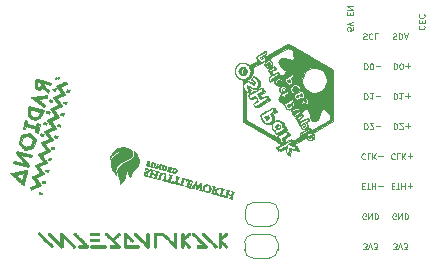
<source format=gbr>
G04 #@! TF.GenerationSoftware,KiCad,Pcbnew,7.0.6+dfsg-1*
G04 #@! TF.CreationDate,2023-08-23T13:02:17+02:00*
G04 #@! TF.ProjectId,GPDI_ULX3S,47504449-5f55-44c5-9833-532e6b696361,1.6*
G04 #@! TF.SameCoordinates,Original*
G04 #@! TF.FileFunction,Legend,Bot*
G04 #@! TF.FilePolarity,Positive*
%FSLAX46Y46*%
G04 Gerber Fmt 4.6, Leading zero omitted, Abs format (unit mm)*
G04 Created by KiCad (PCBNEW 7.0.6+dfsg-1) date 2023-08-23 13:02:17*
%MOMM*%
%LPD*%
G01*
G04 APERTURE LIST*
%ADD10C,0.100000*%
%ADD11C,0.120000*%
%ADD12C,0.010000*%
G04 APERTURE END LIST*
D10*
X143265428Y-70893890D02*
X143265428Y-71393890D01*
X143265428Y-71393890D02*
X143384476Y-71393890D01*
X143384476Y-71393890D02*
X143455904Y-71370080D01*
X143455904Y-71370080D02*
X143503523Y-71322461D01*
X143503523Y-71322461D02*
X143527333Y-71274842D01*
X143527333Y-71274842D02*
X143551142Y-71179604D01*
X143551142Y-71179604D02*
X143551142Y-71108176D01*
X143551142Y-71108176D02*
X143527333Y-71012938D01*
X143527333Y-71012938D02*
X143503523Y-70965319D01*
X143503523Y-70965319D02*
X143455904Y-70917700D01*
X143455904Y-70917700D02*
X143384476Y-70893890D01*
X143384476Y-70893890D02*
X143265428Y-70893890D01*
X143860666Y-71393890D02*
X143908285Y-71393890D01*
X143908285Y-71393890D02*
X143955904Y-71370080D01*
X143955904Y-71370080D02*
X143979714Y-71346271D01*
X143979714Y-71346271D02*
X144003523Y-71298652D01*
X144003523Y-71298652D02*
X144027333Y-71203414D01*
X144027333Y-71203414D02*
X144027333Y-71084366D01*
X144027333Y-71084366D02*
X144003523Y-70989128D01*
X144003523Y-70989128D02*
X143979714Y-70941509D01*
X143979714Y-70941509D02*
X143955904Y-70917700D01*
X143955904Y-70917700D02*
X143908285Y-70893890D01*
X143908285Y-70893890D02*
X143860666Y-70893890D01*
X143860666Y-70893890D02*
X143813047Y-70917700D01*
X143813047Y-70917700D02*
X143789238Y-70941509D01*
X143789238Y-70941509D02*
X143765428Y-70989128D01*
X143765428Y-70989128D02*
X143741619Y-71084366D01*
X143741619Y-71084366D02*
X143741619Y-71203414D01*
X143741619Y-71203414D02*
X143765428Y-71298652D01*
X143765428Y-71298652D02*
X143789238Y-71346271D01*
X143789238Y-71346271D02*
X143813047Y-71370080D01*
X143813047Y-71370080D02*
X143860666Y-71393890D01*
X144241618Y-71084366D02*
X144622571Y-71084366D01*
X145765428Y-73433890D02*
X145765428Y-73933890D01*
X145765428Y-73933890D02*
X145884476Y-73933890D01*
X145884476Y-73933890D02*
X145955904Y-73910080D01*
X145955904Y-73910080D02*
X146003523Y-73862461D01*
X146003523Y-73862461D02*
X146027333Y-73814842D01*
X146027333Y-73814842D02*
X146051142Y-73719604D01*
X146051142Y-73719604D02*
X146051142Y-73648176D01*
X146051142Y-73648176D02*
X146027333Y-73552938D01*
X146027333Y-73552938D02*
X146003523Y-73505319D01*
X146003523Y-73505319D02*
X145955904Y-73457700D01*
X145955904Y-73457700D02*
X145884476Y-73433890D01*
X145884476Y-73433890D02*
X145765428Y-73433890D01*
X146527333Y-73433890D02*
X146241619Y-73433890D01*
X146384476Y-73433890D02*
X146384476Y-73933890D01*
X146384476Y-73933890D02*
X146336857Y-73862461D01*
X146336857Y-73862461D02*
X146289238Y-73814842D01*
X146289238Y-73814842D02*
X146241619Y-73791033D01*
X146741618Y-73624366D02*
X147122571Y-73624366D01*
X146932094Y-73433890D02*
X146932094Y-73814842D01*
X145765428Y-75973890D02*
X145765428Y-76473890D01*
X145765428Y-76473890D02*
X145884476Y-76473890D01*
X145884476Y-76473890D02*
X145955904Y-76450080D01*
X145955904Y-76450080D02*
X146003523Y-76402461D01*
X146003523Y-76402461D02*
X146027333Y-76354842D01*
X146027333Y-76354842D02*
X146051142Y-76259604D01*
X146051142Y-76259604D02*
X146051142Y-76188176D01*
X146051142Y-76188176D02*
X146027333Y-76092938D01*
X146027333Y-76092938D02*
X146003523Y-76045319D01*
X146003523Y-76045319D02*
X145955904Y-75997700D01*
X145955904Y-75997700D02*
X145884476Y-75973890D01*
X145884476Y-75973890D02*
X145765428Y-75973890D01*
X146241619Y-76426271D02*
X146265428Y-76450080D01*
X146265428Y-76450080D02*
X146313047Y-76473890D01*
X146313047Y-76473890D02*
X146432095Y-76473890D01*
X146432095Y-76473890D02*
X146479714Y-76450080D01*
X146479714Y-76450080D02*
X146503523Y-76426271D01*
X146503523Y-76426271D02*
X146527333Y-76378652D01*
X146527333Y-76378652D02*
X146527333Y-76331033D01*
X146527333Y-76331033D02*
X146503523Y-76259604D01*
X146503523Y-76259604D02*
X146217809Y-75973890D01*
X146217809Y-75973890D02*
X146527333Y-75973890D01*
X146741618Y-76164366D02*
X147122571Y-76164366D01*
X146932094Y-75973890D02*
X146932094Y-76354842D01*
X145836856Y-78561509D02*
X145813047Y-78537700D01*
X145813047Y-78537700D02*
X145741618Y-78513890D01*
X145741618Y-78513890D02*
X145693999Y-78513890D01*
X145693999Y-78513890D02*
X145622571Y-78537700D01*
X145622571Y-78537700D02*
X145574952Y-78585319D01*
X145574952Y-78585319D02*
X145551142Y-78632938D01*
X145551142Y-78632938D02*
X145527333Y-78728176D01*
X145527333Y-78728176D02*
X145527333Y-78799604D01*
X145527333Y-78799604D02*
X145551142Y-78894842D01*
X145551142Y-78894842D02*
X145574952Y-78942461D01*
X145574952Y-78942461D02*
X145622571Y-78990080D01*
X145622571Y-78990080D02*
X145693999Y-79013890D01*
X145693999Y-79013890D02*
X145741618Y-79013890D01*
X145741618Y-79013890D02*
X145813047Y-78990080D01*
X145813047Y-78990080D02*
X145836856Y-78966271D01*
X146289237Y-78513890D02*
X146051142Y-78513890D01*
X146051142Y-78513890D02*
X146051142Y-79013890D01*
X146455904Y-78513890D02*
X146455904Y-79013890D01*
X146741618Y-78513890D02*
X146527333Y-78799604D01*
X146741618Y-79013890D02*
X146455904Y-78728176D01*
X146955904Y-78704366D02*
X147336857Y-78704366D01*
X147146380Y-78513890D02*
X147146380Y-78894842D01*
X145574952Y-81315795D02*
X145741619Y-81315795D01*
X145813047Y-81053890D02*
X145574952Y-81053890D01*
X145574952Y-81053890D02*
X145574952Y-81553890D01*
X145574952Y-81553890D02*
X145813047Y-81553890D01*
X145955905Y-81553890D02*
X146241619Y-81553890D01*
X146098762Y-81053890D02*
X146098762Y-81553890D01*
X146408285Y-81053890D02*
X146408285Y-81553890D01*
X146408285Y-81315795D02*
X146693999Y-81315795D01*
X146693999Y-81053890D02*
X146693999Y-81553890D01*
X146932095Y-81244366D02*
X147313048Y-81244366D01*
X147122571Y-81053890D02*
X147122571Y-81434842D01*
X145923047Y-84070080D02*
X145875428Y-84093890D01*
X145875428Y-84093890D02*
X145803999Y-84093890D01*
X145803999Y-84093890D02*
X145732571Y-84070080D01*
X145732571Y-84070080D02*
X145684952Y-84022461D01*
X145684952Y-84022461D02*
X145661142Y-83974842D01*
X145661142Y-83974842D02*
X145637333Y-83879604D01*
X145637333Y-83879604D02*
X145637333Y-83808176D01*
X145637333Y-83808176D02*
X145661142Y-83712938D01*
X145661142Y-83712938D02*
X145684952Y-83665319D01*
X145684952Y-83665319D02*
X145732571Y-83617700D01*
X145732571Y-83617700D02*
X145803999Y-83593890D01*
X145803999Y-83593890D02*
X145851618Y-83593890D01*
X145851618Y-83593890D02*
X145923047Y-83617700D01*
X145923047Y-83617700D02*
X145946856Y-83641509D01*
X145946856Y-83641509D02*
X145946856Y-83808176D01*
X145946856Y-83808176D02*
X145851618Y-83808176D01*
X146161142Y-83593890D02*
X146161142Y-84093890D01*
X146161142Y-84093890D02*
X146446856Y-83593890D01*
X146446856Y-83593890D02*
X146446856Y-84093890D01*
X146684952Y-83593890D02*
X146684952Y-84093890D01*
X146684952Y-84093890D02*
X146804000Y-84093890D01*
X146804000Y-84093890D02*
X146875428Y-84070080D01*
X146875428Y-84070080D02*
X146923047Y-84022461D01*
X146923047Y-84022461D02*
X146946857Y-83974842D01*
X146946857Y-83974842D02*
X146970666Y-83879604D01*
X146970666Y-83879604D02*
X146970666Y-83808176D01*
X146970666Y-83808176D02*
X146946857Y-83712938D01*
X146946857Y-83712938D02*
X146923047Y-83665319D01*
X146923047Y-83665319D02*
X146875428Y-83617700D01*
X146875428Y-83617700D02*
X146804000Y-83593890D01*
X146804000Y-83593890D02*
X146684952Y-83593890D01*
X143383047Y-84070080D02*
X143335428Y-84093890D01*
X143335428Y-84093890D02*
X143263999Y-84093890D01*
X143263999Y-84093890D02*
X143192571Y-84070080D01*
X143192571Y-84070080D02*
X143144952Y-84022461D01*
X143144952Y-84022461D02*
X143121142Y-83974842D01*
X143121142Y-83974842D02*
X143097333Y-83879604D01*
X143097333Y-83879604D02*
X143097333Y-83808176D01*
X143097333Y-83808176D02*
X143121142Y-83712938D01*
X143121142Y-83712938D02*
X143144952Y-83665319D01*
X143144952Y-83665319D02*
X143192571Y-83617700D01*
X143192571Y-83617700D02*
X143263999Y-83593890D01*
X143263999Y-83593890D02*
X143311618Y-83593890D01*
X143311618Y-83593890D02*
X143383047Y-83617700D01*
X143383047Y-83617700D02*
X143406856Y-83641509D01*
X143406856Y-83641509D02*
X143406856Y-83808176D01*
X143406856Y-83808176D02*
X143311618Y-83808176D01*
X143621142Y-83593890D02*
X143621142Y-84093890D01*
X143621142Y-84093890D02*
X143906856Y-83593890D01*
X143906856Y-83593890D02*
X143906856Y-84093890D01*
X144144952Y-83593890D02*
X144144952Y-84093890D01*
X144144952Y-84093890D02*
X144264000Y-84093890D01*
X144264000Y-84093890D02*
X144335428Y-84070080D01*
X144335428Y-84070080D02*
X144383047Y-84022461D01*
X144383047Y-84022461D02*
X144406857Y-83974842D01*
X144406857Y-83974842D02*
X144430666Y-83879604D01*
X144430666Y-83879604D02*
X144430666Y-83808176D01*
X144430666Y-83808176D02*
X144406857Y-83712938D01*
X144406857Y-83712938D02*
X144383047Y-83665319D01*
X144383047Y-83665319D02*
X144335428Y-83617700D01*
X144335428Y-83617700D02*
X144264000Y-83593890D01*
X144264000Y-83593890D02*
X144144952Y-83593890D01*
X143074952Y-81315795D02*
X143241619Y-81315795D01*
X143313047Y-81053890D02*
X143074952Y-81053890D01*
X143074952Y-81053890D02*
X143074952Y-81553890D01*
X143074952Y-81553890D02*
X143313047Y-81553890D01*
X143455905Y-81553890D02*
X143741619Y-81553890D01*
X143598762Y-81053890D02*
X143598762Y-81553890D01*
X143908285Y-81053890D02*
X143908285Y-81553890D01*
X143908285Y-81315795D02*
X144193999Y-81315795D01*
X144193999Y-81053890D02*
X144193999Y-81553890D01*
X144432095Y-81244366D02*
X144813048Y-81244366D01*
X143336856Y-78561509D02*
X143313047Y-78537700D01*
X143313047Y-78537700D02*
X143241618Y-78513890D01*
X143241618Y-78513890D02*
X143193999Y-78513890D01*
X143193999Y-78513890D02*
X143122571Y-78537700D01*
X143122571Y-78537700D02*
X143074952Y-78585319D01*
X143074952Y-78585319D02*
X143051142Y-78632938D01*
X143051142Y-78632938D02*
X143027333Y-78728176D01*
X143027333Y-78728176D02*
X143027333Y-78799604D01*
X143027333Y-78799604D02*
X143051142Y-78894842D01*
X143051142Y-78894842D02*
X143074952Y-78942461D01*
X143074952Y-78942461D02*
X143122571Y-78990080D01*
X143122571Y-78990080D02*
X143193999Y-79013890D01*
X143193999Y-79013890D02*
X143241618Y-79013890D01*
X143241618Y-79013890D02*
X143313047Y-78990080D01*
X143313047Y-78990080D02*
X143336856Y-78966271D01*
X143789237Y-78513890D02*
X143551142Y-78513890D01*
X143551142Y-78513890D02*
X143551142Y-79013890D01*
X143955904Y-78513890D02*
X143955904Y-79013890D01*
X144241618Y-78513890D02*
X144027333Y-78799604D01*
X144241618Y-79013890D02*
X143955904Y-78728176D01*
X144455904Y-78704366D02*
X144836857Y-78704366D01*
X143265428Y-75973890D02*
X143265428Y-76473890D01*
X143265428Y-76473890D02*
X143384476Y-76473890D01*
X143384476Y-76473890D02*
X143455904Y-76450080D01*
X143455904Y-76450080D02*
X143503523Y-76402461D01*
X143503523Y-76402461D02*
X143527333Y-76354842D01*
X143527333Y-76354842D02*
X143551142Y-76259604D01*
X143551142Y-76259604D02*
X143551142Y-76188176D01*
X143551142Y-76188176D02*
X143527333Y-76092938D01*
X143527333Y-76092938D02*
X143503523Y-76045319D01*
X143503523Y-76045319D02*
X143455904Y-75997700D01*
X143455904Y-75997700D02*
X143384476Y-75973890D01*
X143384476Y-75973890D02*
X143265428Y-75973890D01*
X143741619Y-76426271D02*
X143765428Y-76450080D01*
X143765428Y-76450080D02*
X143813047Y-76473890D01*
X143813047Y-76473890D02*
X143932095Y-76473890D01*
X143932095Y-76473890D02*
X143979714Y-76450080D01*
X143979714Y-76450080D02*
X144003523Y-76426271D01*
X144003523Y-76426271D02*
X144027333Y-76378652D01*
X144027333Y-76378652D02*
X144027333Y-76331033D01*
X144027333Y-76331033D02*
X144003523Y-76259604D01*
X144003523Y-76259604D02*
X143717809Y-75973890D01*
X143717809Y-75973890D02*
X144027333Y-75973890D01*
X144241618Y-76164366D02*
X144622571Y-76164366D01*
X143265428Y-73433890D02*
X143265428Y-73933890D01*
X143265428Y-73933890D02*
X143384476Y-73933890D01*
X143384476Y-73933890D02*
X143455904Y-73910080D01*
X143455904Y-73910080D02*
X143503523Y-73862461D01*
X143503523Y-73862461D02*
X143527333Y-73814842D01*
X143527333Y-73814842D02*
X143551142Y-73719604D01*
X143551142Y-73719604D02*
X143551142Y-73648176D01*
X143551142Y-73648176D02*
X143527333Y-73552938D01*
X143527333Y-73552938D02*
X143503523Y-73505319D01*
X143503523Y-73505319D02*
X143455904Y-73457700D01*
X143455904Y-73457700D02*
X143384476Y-73433890D01*
X143384476Y-73433890D02*
X143265428Y-73433890D01*
X144027333Y-73433890D02*
X143741619Y-73433890D01*
X143884476Y-73433890D02*
X143884476Y-73933890D01*
X143884476Y-73933890D02*
X143836857Y-73862461D01*
X143836857Y-73862461D02*
X143789238Y-73814842D01*
X143789238Y-73814842D02*
X143741619Y-73791033D01*
X144241618Y-73624366D02*
X144622571Y-73624366D01*
X143144953Y-86633890D02*
X143454477Y-86633890D01*
X143454477Y-86633890D02*
X143287810Y-86443414D01*
X143287810Y-86443414D02*
X143359239Y-86443414D01*
X143359239Y-86443414D02*
X143406858Y-86419604D01*
X143406858Y-86419604D02*
X143430667Y-86395795D01*
X143430667Y-86395795D02*
X143454477Y-86348176D01*
X143454477Y-86348176D02*
X143454477Y-86229128D01*
X143454477Y-86229128D02*
X143430667Y-86181509D01*
X143430667Y-86181509D02*
X143406858Y-86157700D01*
X143406858Y-86157700D02*
X143359239Y-86133890D01*
X143359239Y-86133890D02*
X143216382Y-86133890D01*
X143216382Y-86133890D02*
X143168763Y-86157700D01*
X143168763Y-86157700D02*
X143144953Y-86181509D01*
X143597334Y-86633890D02*
X143764000Y-86133890D01*
X143764000Y-86133890D02*
X143930667Y-86633890D01*
X144049714Y-86633890D02*
X144359238Y-86633890D01*
X144359238Y-86633890D02*
X144192571Y-86443414D01*
X144192571Y-86443414D02*
X144264000Y-86443414D01*
X144264000Y-86443414D02*
X144311619Y-86419604D01*
X144311619Y-86419604D02*
X144335428Y-86395795D01*
X144335428Y-86395795D02*
X144359238Y-86348176D01*
X144359238Y-86348176D02*
X144359238Y-86229128D01*
X144359238Y-86229128D02*
X144335428Y-86181509D01*
X144335428Y-86181509D02*
X144311619Y-86157700D01*
X144311619Y-86157700D02*
X144264000Y-86133890D01*
X144264000Y-86133890D02*
X144121143Y-86133890D01*
X144121143Y-86133890D02*
X144073524Y-86157700D01*
X144073524Y-86157700D02*
X144049714Y-86181509D01*
X145684953Y-86633890D02*
X145994477Y-86633890D01*
X145994477Y-86633890D02*
X145827810Y-86443414D01*
X145827810Y-86443414D02*
X145899239Y-86443414D01*
X145899239Y-86443414D02*
X145946858Y-86419604D01*
X145946858Y-86419604D02*
X145970667Y-86395795D01*
X145970667Y-86395795D02*
X145994477Y-86348176D01*
X145994477Y-86348176D02*
X145994477Y-86229128D01*
X145994477Y-86229128D02*
X145970667Y-86181509D01*
X145970667Y-86181509D02*
X145946858Y-86157700D01*
X145946858Y-86157700D02*
X145899239Y-86133890D01*
X145899239Y-86133890D02*
X145756382Y-86133890D01*
X145756382Y-86133890D02*
X145708763Y-86157700D01*
X145708763Y-86157700D02*
X145684953Y-86181509D01*
X146137334Y-86633890D02*
X146304000Y-86133890D01*
X146304000Y-86133890D02*
X146470667Y-86633890D01*
X146589714Y-86633890D02*
X146899238Y-86633890D01*
X146899238Y-86633890D02*
X146732571Y-86443414D01*
X146732571Y-86443414D02*
X146804000Y-86443414D01*
X146804000Y-86443414D02*
X146851619Y-86419604D01*
X146851619Y-86419604D02*
X146875428Y-86395795D01*
X146875428Y-86395795D02*
X146899238Y-86348176D01*
X146899238Y-86348176D02*
X146899238Y-86229128D01*
X146899238Y-86229128D02*
X146875428Y-86181509D01*
X146875428Y-86181509D02*
X146851619Y-86157700D01*
X146851619Y-86157700D02*
X146804000Y-86133890D01*
X146804000Y-86133890D02*
X146661143Y-86133890D01*
X146661143Y-86133890D02*
X146613524Y-86157700D01*
X146613524Y-86157700D02*
X146589714Y-86181509D01*
X143168762Y-68377700D02*
X143240190Y-68353890D01*
X143240190Y-68353890D02*
X143359238Y-68353890D01*
X143359238Y-68353890D02*
X143406857Y-68377700D01*
X143406857Y-68377700D02*
X143430666Y-68401509D01*
X143430666Y-68401509D02*
X143454476Y-68449128D01*
X143454476Y-68449128D02*
X143454476Y-68496747D01*
X143454476Y-68496747D02*
X143430666Y-68544366D01*
X143430666Y-68544366D02*
X143406857Y-68568176D01*
X143406857Y-68568176D02*
X143359238Y-68591985D01*
X143359238Y-68591985D02*
X143264000Y-68615795D01*
X143264000Y-68615795D02*
X143216381Y-68639604D01*
X143216381Y-68639604D02*
X143192571Y-68663414D01*
X143192571Y-68663414D02*
X143168762Y-68711033D01*
X143168762Y-68711033D02*
X143168762Y-68758652D01*
X143168762Y-68758652D02*
X143192571Y-68806271D01*
X143192571Y-68806271D02*
X143216381Y-68830080D01*
X143216381Y-68830080D02*
X143264000Y-68853890D01*
X143264000Y-68853890D02*
X143383047Y-68853890D01*
X143383047Y-68853890D02*
X143454476Y-68830080D01*
X143954475Y-68401509D02*
X143930666Y-68377700D01*
X143930666Y-68377700D02*
X143859237Y-68353890D01*
X143859237Y-68353890D02*
X143811618Y-68353890D01*
X143811618Y-68353890D02*
X143740190Y-68377700D01*
X143740190Y-68377700D02*
X143692571Y-68425319D01*
X143692571Y-68425319D02*
X143668761Y-68472938D01*
X143668761Y-68472938D02*
X143644952Y-68568176D01*
X143644952Y-68568176D02*
X143644952Y-68639604D01*
X143644952Y-68639604D02*
X143668761Y-68734842D01*
X143668761Y-68734842D02*
X143692571Y-68782461D01*
X143692571Y-68782461D02*
X143740190Y-68830080D01*
X143740190Y-68830080D02*
X143811618Y-68853890D01*
X143811618Y-68853890D02*
X143859237Y-68853890D01*
X143859237Y-68853890D02*
X143930666Y-68830080D01*
X143930666Y-68830080D02*
X143954475Y-68806271D01*
X144406856Y-68353890D02*
X144168761Y-68353890D01*
X144168761Y-68353890D02*
X144168761Y-68853890D01*
X145696858Y-68377700D02*
X145768286Y-68353890D01*
X145768286Y-68353890D02*
X145887334Y-68353890D01*
X145887334Y-68353890D02*
X145934953Y-68377700D01*
X145934953Y-68377700D02*
X145958762Y-68401509D01*
X145958762Y-68401509D02*
X145982572Y-68449128D01*
X145982572Y-68449128D02*
X145982572Y-68496747D01*
X145982572Y-68496747D02*
X145958762Y-68544366D01*
X145958762Y-68544366D02*
X145934953Y-68568176D01*
X145934953Y-68568176D02*
X145887334Y-68591985D01*
X145887334Y-68591985D02*
X145792096Y-68615795D01*
X145792096Y-68615795D02*
X145744477Y-68639604D01*
X145744477Y-68639604D02*
X145720667Y-68663414D01*
X145720667Y-68663414D02*
X145696858Y-68711033D01*
X145696858Y-68711033D02*
X145696858Y-68758652D01*
X145696858Y-68758652D02*
X145720667Y-68806271D01*
X145720667Y-68806271D02*
X145744477Y-68830080D01*
X145744477Y-68830080D02*
X145792096Y-68853890D01*
X145792096Y-68853890D02*
X145911143Y-68853890D01*
X145911143Y-68853890D02*
X145982572Y-68830080D01*
X146196857Y-68353890D02*
X146196857Y-68853890D01*
X146196857Y-68853890D02*
X146315905Y-68853890D01*
X146315905Y-68853890D02*
X146387333Y-68830080D01*
X146387333Y-68830080D02*
X146434952Y-68782461D01*
X146434952Y-68782461D02*
X146458762Y-68734842D01*
X146458762Y-68734842D02*
X146482571Y-68639604D01*
X146482571Y-68639604D02*
X146482571Y-68568176D01*
X146482571Y-68568176D02*
X146458762Y-68472938D01*
X146458762Y-68472938D02*
X146434952Y-68425319D01*
X146434952Y-68425319D02*
X146387333Y-68377700D01*
X146387333Y-68377700D02*
X146315905Y-68353890D01*
X146315905Y-68353890D02*
X146196857Y-68353890D01*
X146673048Y-68496747D02*
X146911143Y-68496747D01*
X146625429Y-68353890D02*
X146792095Y-68853890D01*
X146792095Y-68853890D02*
X146958762Y-68353890D01*
X142306350Y-67858989D02*
X142306350Y-68097084D01*
X142306350Y-68097084D02*
X142068255Y-68120893D01*
X142068255Y-68120893D02*
X142092064Y-68097084D01*
X142092064Y-68097084D02*
X142115874Y-68049465D01*
X142115874Y-68049465D02*
X142115874Y-67930417D01*
X142115874Y-67930417D02*
X142092064Y-67882798D01*
X142092064Y-67882798D02*
X142068255Y-67858989D01*
X142068255Y-67858989D02*
X142020636Y-67835179D01*
X142020636Y-67835179D02*
X141901588Y-67835179D01*
X141901588Y-67835179D02*
X141853969Y-67858989D01*
X141853969Y-67858989D02*
X141830160Y-67882798D01*
X141830160Y-67882798D02*
X141806350Y-67930417D01*
X141806350Y-67930417D02*
X141806350Y-68049465D01*
X141806350Y-68049465D02*
X141830160Y-68097084D01*
X141830160Y-68097084D02*
X141853969Y-68120893D01*
X142306350Y-67692322D02*
X141806350Y-67525656D01*
X141806350Y-67525656D02*
X142306350Y-67358989D01*
X142068255Y-66811371D02*
X142068255Y-66644704D01*
X141806350Y-66573276D02*
X141806350Y-66811371D01*
X141806350Y-66811371D02*
X142306350Y-66811371D01*
X142306350Y-66811371D02*
X142306350Y-66573276D01*
X141806350Y-66358990D02*
X142306350Y-66358990D01*
X142306350Y-66358990D02*
X141806350Y-66073276D01*
X141806350Y-66073276D02*
X142306350Y-66073276D01*
X147913969Y-67696608D02*
X147890160Y-67720417D01*
X147890160Y-67720417D02*
X147866350Y-67791846D01*
X147866350Y-67791846D02*
X147866350Y-67839465D01*
X147866350Y-67839465D02*
X147890160Y-67910893D01*
X147890160Y-67910893D02*
X147937779Y-67958512D01*
X147937779Y-67958512D02*
X147985398Y-67982322D01*
X147985398Y-67982322D02*
X148080636Y-68006131D01*
X148080636Y-68006131D02*
X148152064Y-68006131D01*
X148152064Y-68006131D02*
X148247302Y-67982322D01*
X148247302Y-67982322D02*
X148294921Y-67958512D01*
X148294921Y-67958512D02*
X148342540Y-67910893D01*
X148342540Y-67910893D02*
X148366350Y-67839465D01*
X148366350Y-67839465D02*
X148366350Y-67791846D01*
X148366350Y-67791846D02*
X148342540Y-67720417D01*
X148342540Y-67720417D02*
X148318731Y-67696608D01*
X148128255Y-67482322D02*
X148128255Y-67315655D01*
X147866350Y-67244227D02*
X147866350Y-67482322D01*
X147866350Y-67482322D02*
X148366350Y-67482322D01*
X148366350Y-67482322D02*
X148366350Y-67244227D01*
X147913969Y-66744227D02*
X147890160Y-66768036D01*
X147890160Y-66768036D02*
X147866350Y-66839465D01*
X147866350Y-66839465D02*
X147866350Y-66887084D01*
X147866350Y-66887084D02*
X147890160Y-66958512D01*
X147890160Y-66958512D02*
X147937779Y-67006131D01*
X147937779Y-67006131D02*
X147985398Y-67029941D01*
X147985398Y-67029941D02*
X148080636Y-67053750D01*
X148080636Y-67053750D02*
X148152064Y-67053750D01*
X148152064Y-67053750D02*
X148247302Y-67029941D01*
X148247302Y-67029941D02*
X148294921Y-67006131D01*
X148294921Y-67006131D02*
X148342540Y-66958512D01*
X148342540Y-66958512D02*
X148366350Y-66887084D01*
X148366350Y-66887084D02*
X148366350Y-66839465D01*
X148366350Y-66839465D02*
X148342540Y-66768036D01*
X148342540Y-66768036D02*
X148318731Y-66744227D01*
X145765428Y-70893890D02*
X145765428Y-71393890D01*
X145765428Y-71393890D02*
X145884476Y-71393890D01*
X145884476Y-71393890D02*
X145955904Y-71370080D01*
X145955904Y-71370080D02*
X146003523Y-71322461D01*
X146003523Y-71322461D02*
X146027333Y-71274842D01*
X146027333Y-71274842D02*
X146051142Y-71179604D01*
X146051142Y-71179604D02*
X146051142Y-71108176D01*
X146051142Y-71108176D02*
X146027333Y-71012938D01*
X146027333Y-71012938D02*
X146003523Y-70965319D01*
X146003523Y-70965319D02*
X145955904Y-70917700D01*
X145955904Y-70917700D02*
X145884476Y-70893890D01*
X145884476Y-70893890D02*
X145765428Y-70893890D01*
X146360666Y-71393890D02*
X146408285Y-71393890D01*
X146408285Y-71393890D02*
X146455904Y-71370080D01*
X146455904Y-71370080D02*
X146479714Y-71346271D01*
X146479714Y-71346271D02*
X146503523Y-71298652D01*
X146503523Y-71298652D02*
X146527333Y-71203414D01*
X146527333Y-71203414D02*
X146527333Y-71084366D01*
X146527333Y-71084366D02*
X146503523Y-70989128D01*
X146503523Y-70989128D02*
X146479714Y-70941509D01*
X146479714Y-70941509D02*
X146455904Y-70917700D01*
X146455904Y-70917700D02*
X146408285Y-70893890D01*
X146408285Y-70893890D02*
X146360666Y-70893890D01*
X146360666Y-70893890D02*
X146313047Y-70917700D01*
X146313047Y-70917700D02*
X146289238Y-70941509D01*
X146289238Y-70941509D02*
X146265428Y-70989128D01*
X146265428Y-70989128D02*
X146241619Y-71084366D01*
X146241619Y-71084366D02*
X146241619Y-71203414D01*
X146241619Y-71203414D02*
X146265428Y-71298652D01*
X146265428Y-71298652D02*
X146289238Y-71346271D01*
X146289238Y-71346271D02*
X146313047Y-71370080D01*
X146313047Y-71370080D02*
X146360666Y-71393890D01*
X146741618Y-71084366D02*
X147122571Y-71084366D01*
X146932094Y-70893890D02*
X146932094Y-71274842D01*
D11*
X135975000Y-83975000D02*
X135975000Y-83375000D01*
X135275000Y-82675000D02*
X133875000Y-82675000D01*
X133875000Y-84675000D02*
X135275000Y-84675000D01*
X133175000Y-83375000D02*
X133175000Y-83975000D01*
X135275000Y-84675000D02*
G75*
G03*
X135975000Y-83975000I1J699999D01*
G01*
X135975000Y-83375000D02*
G75*
G03*
X135275000Y-82675000I-699999J1D01*
G01*
X133175000Y-83975000D02*
G75*
G03*
X133875000Y-84675000I700000J0D01*
G01*
X133875000Y-82675000D02*
G75*
G03*
X133175000Y-83375000I0J-700000D01*
G01*
X133125000Y-86075000D02*
X133125000Y-86675000D01*
X133825000Y-87375000D02*
X135225000Y-87375000D01*
X135225000Y-85375000D02*
X133825000Y-85375000D01*
X135925000Y-86675000D02*
X135925000Y-86075000D01*
X133825000Y-85375000D02*
G75*
G03*
X133125000Y-86075000I-1J-699999D01*
G01*
X133125000Y-86675000D02*
G75*
G03*
X133825000Y-87375000I699999J-1D01*
G01*
X135925000Y-86075000D02*
G75*
G03*
X135225000Y-85375000I-700000J0D01*
G01*
X135225000Y-87375000D02*
G75*
G03*
X135925000Y-86675000I0J700000D01*
G01*
D12*
X137671603Y-73656259D02*
X137677724Y-73715041D01*
X137629796Y-73762886D01*
X137568655Y-73781115D01*
X137516549Y-73745780D01*
X137497191Y-73715904D01*
X137502213Y-73679353D01*
X137558358Y-73639153D01*
X137602183Y-73616517D01*
X137644627Y-73614163D01*
X137671603Y-73656259D01*
G36*
X137671603Y-73656259D02*
G01*
X137677724Y-73715041D01*
X137629796Y-73762886D01*
X137568655Y-73781115D01*
X137516549Y-73745780D01*
X137497191Y-73715904D01*
X137502213Y-73679353D01*
X137558358Y-73639153D01*
X137602183Y-73616517D01*
X137644627Y-73614163D01*
X137671603Y-73656259D01*
G37*
X138756656Y-76540166D02*
X137904271Y-77032291D01*
X137799855Y-76851438D01*
X137836517Y-76851438D01*
X137915892Y-76988920D01*
X138685789Y-76544420D01*
X138606414Y-76406938D01*
X137836517Y-76851438D01*
X137799855Y-76851438D01*
X137793146Y-76839817D01*
X137820642Y-76823942D01*
X138645531Y-76347692D01*
X138756656Y-76540166D01*
G36*
X138756656Y-76540166D02*
G01*
X137904271Y-77032291D01*
X137799855Y-76851438D01*
X137836517Y-76851438D01*
X137915892Y-76988920D01*
X138685789Y-76544420D01*
X138606414Y-76406938D01*
X137836517Y-76851438D01*
X137799855Y-76851438D01*
X137793146Y-76839817D01*
X137820642Y-76823942D01*
X138645531Y-76347692D01*
X138756656Y-76540166D01*
G37*
X135930146Y-72421557D02*
X135982127Y-72484730D01*
X136024398Y-72546751D01*
X136046074Y-72590716D01*
X136032276Y-72611105D01*
X135983118Y-72624091D01*
X135961987Y-72627404D01*
X135912532Y-72612094D01*
X135872076Y-72547671D01*
X135852306Y-72476778D01*
X135871702Y-72420468D01*
X135891596Y-72408827D01*
X135930146Y-72421557D01*
G36*
X135930146Y-72421557D02*
G01*
X135982127Y-72484730D01*
X136024398Y-72546751D01*
X136046074Y-72590716D01*
X136032276Y-72611105D01*
X135983118Y-72624091D01*
X135961987Y-72627404D01*
X135912532Y-72612094D01*
X135872076Y-72547671D01*
X135852306Y-72476778D01*
X135871702Y-72420468D01*
X135891596Y-72408827D01*
X135930146Y-72421557D01*
G37*
X137984659Y-73481032D02*
X138012631Y-73575520D01*
X138008967Y-73613853D01*
X137967874Y-73660307D01*
X137904483Y-73675471D01*
X137843568Y-73648630D01*
X137814145Y-73618125D01*
X137774054Y-73559891D01*
X137784918Y-73516911D01*
X137847070Y-73472466D01*
X137863035Y-73463751D01*
X137936635Y-73444922D01*
X137984659Y-73481032D01*
G36*
X137984659Y-73481032D02*
G01*
X138012631Y-73575520D01*
X138008967Y-73613853D01*
X137967874Y-73660307D01*
X137904483Y-73675471D01*
X137843568Y-73648630D01*
X137814145Y-73618125D01*
X137774054Y-73559891D01*
X137784918Y-73516911D01*
X137847070Y-73472466D01*
X137863035Y-73463751D01*
X137936635Y-73444922D01*
X137984659Y-73481032D01*
G37*
X136916858Y-72243701D02*
X136957896Y-72289387D01*
X136978875Y-72364427D01*
X136975868Y-72440721D01*
X136944955Y-72490170D01*
X136890231Y-72504245D01*
X136808455Y-72482267D01*
X136745060Y-72420980D01*
X136720028Y-72368094D01*
X136730028Y-72327951D01*
X136789648Y-72286543D01*
X136795110Y-72283431D01*
X136865218Y-72250577D01*
X136910217Y-72241373D01*
X136916858Y-72243701D01*
G36*
X136916858Y-72243701D02*
G01*
X136957896Y-72289387D01*
X136978875Y-72364427D01*
X136975868Y-72440721D01*
X136944955Y-72490170D01*
X136890231Y-72504245D01*
X136808455Y-72482267D01*
X136745060Y-72420980D01*
X136720028Y-72368094D01*
X136730028Y-72327951D01*
X136789648Y-72286543D01*
X136795110Y-72283431D01*
X136865218Y-72250577D01*
X136910217Y-72241373D01*
X136916858Y-72243701D01*
G37*
X138597146Y-77040937D02*
X138649127Y-77104110D01*
X138658852Y-77118402D01*
X138698303Y-77193002D01*
X138690575Y-77235464D01*
X138634715Y-77255860D01*
X138622041Y-77255972D01*
X138572853Y-77224676D01*
X138535094Y-77161410D01*
X138526909Y-77123508D01*
X138555903Y-77123508D01*
X138559458Y-77138051D01*
X138595591Y-77192248D01*
X138607832Y-77191400D01*
X138589616Y-77149871D01*
X138563945Y-77114259D01*
X138555903Y-77123508D01*
X138526909Y-77123508D01*
X138519974Y-77091394D01*
X138531858Y-77058682D01*
X138538702Y-77039848D01*
X138558596Y-77028206D01*
X138597146Y-77040937D01*
G36*
X138597146Y-77040937D02*
G01*
X138649127Y-77104110D01*
X138658852Y-77118402D01*
X138698303Y-77193002D01*
X138690575Y-77235464D01*
X138634715Y-77255860D01*
X138622041Y-77255972D01*
X138572853Y-77224676D01*
X138535094Y-77161410D01*
X138526909Y-77123508D01*
X138555903Y-77123508D01*
X138559458Y-77138051D01*
X138595591Y-77192248D01*
X138607832Y-77191400D01*
X138589616Y-77149871D01*
X138563945Y-77114259D01*
X138555903Y-77123508D01*
X138526909Y-77123508D01*
X138519974Y-77091394D01*
X138531858Y-77058682D01*
X138538702Y-77039848D01*
X138558596Y-77028206D01*
X138597146Y-77040937D01*
G37*
X134609161Y-70318177D02*
X134634719Y-70364919D01*
X134651088Y-70447303D01*
X134625655Y-70516910D01*
X134568870Y-70552698D01*
X134496633Y-70545484D01*
X134424843Y-70486090D01*
X134412778Y-70469470D01*
X134397021Y-70433045D01*
X134443366Y-70433045D01*
X134451164Y-70479835D01*
X134502967Y-70519571D01*
X134565387Y-70512357D01*
X134610161Y-70461427D01*
X134613052Y-70453114D01*
X134616289Y-70384670D01*
X134576425Y-70357772D01*
X134503601Y-70380159D01*
X134487487Y-70389907D01*
X134443366Y-70433045D01*
X134397021Y-70433045D01*
X134395606Y-70429774D01*
X134417754Y-70396853D01*
X134487726Y-70352663D01*
X134515398Y-70336908D01*
X134576014Y-70309394D01*
X134609161Y-70318177D01*
G36*
X134609161Y-70318177D02*
G01*
X134634719Y-70364919D01*
X134651088Y-70447303D01*
X134625655Y-70516910D01*
X134568870Y-70552698D01*
X134496633Y-70545484D01*
X134424843Y-70486090D01*
X134412778Y-70469470D01*
X134397021Y-70433045D01*
X134443366Y-70433045D01*
X134451164Y-70479835D01*
X134502967Y-70519571D01*
X134565387Y-70512357D01*
X134610161Y-70461427D01*
X134613052Y-70453114D01*
X134616289Y-70384670D01*
X134576425Y-70357772D01*
X134503601Y-70380159D01*
X134487487Y-70389907D01*
X134443366Y-70433045D01*
X134397021Y-70433045D01*
X134395606Y-70429774D01*
X134417754Y-70396853D01*
X134487726Y-70352663D01*
X134515398Y-70336908D01*
X134576014Y-70309394D01*
X134609161Y-70318177D01*
G37*
X138214557Y-76002901D02*
X138263044Y-76073621D01*
X138269758Y-76154033D01*
X138244887Y-76204008D01*
X138180831Y-76246421D01*
X138103662Y-76248499D01*
X138034031Y-76211526D01*
X137992581Y-76136785D01*
X137990626Y-76113431D01*
X137997316Y-76095765D01*
X138033552Y-76095765D01*
X138044144Y-76163308D01*
X138091607Y-76203804D01*
X138164975Y-76210779D01*
X138228537Y-76173819D01*
X138241895Y-76130334D01*
X138222870Y-76060121D01*
X138166673Y-76007306D01*
X138099608Y-76006698D01*
X138044071Y-76060690D01*
X138033552Y-76095765D01*
X137997316Y-76095765D01*
X138018043Y-76041031D01*
X138079683Y-75986556D01*
X138087133Y-75985091D01*
X138154087Y-75971911D01*
X138214557Y-76002901D01*
G36*
X138214557Y-76002901D02*
G01*
X138263044Y-76073621D01*
X138269758Y-76154033D01*
X138244887Y-76204008D01*
X138180831Y-76246421D01*
X138103662Y-76248499D01*
X138034031Y-76211526D01*
X137992581Y-76136785D01*
X137990626Y-76113431D01*
X137997316Y-76095765D01*
X138033552Y-76095765D01*
X138044144Y-76163308D01*
X138091607Y-76203804D01*
X138164975Y-76210779D01*
X138228537Y-76173819D01*
X138241895Y-76130334D01*
X138222870Y-76060121D01*
X138166673Y-76007306D01*
X138099608Y-76006698D01*
X138044071Y-76060690D01*
X138033552Y-76095765D01*
X137997316Y-76095765D01*
X138018043Y-76041031D01*
X138079683Y-75986556D01*
X138087133Y-75985091D01*
X138154087Y-75971911D01*
X138214557Y-76002901D01*
G37*
X136926911Y-74332638D02*
X136952469Y-74379379D01*
X136958967Y-74396499D01*
X136965699Y-74483907D01*
X136929539Y-74547686D01*
X136858863Y-74570717D01*
X136804640Y-74553151D01*
X136742593Y-74500551D01*
X136730528Y-74483931D01*
X136718569Y-74456285D01*
X136756553Y-74456285D01*
X136779381Y-74500966D01*
X136795764Y-74517469D01*
X136856833Y-74538722D01*
X136913864Y-74520002D01*
X136940595Y-74466863D01*
X136932505Y-74399902D01*
X136892600Y-74370772D01*
X136819438Y-74395724D01*
X136780778Y-74420432D01*
X136756553Y-74456285D01*
X136718569Y-74456285D01*
X136713356Y-74444235D01*
X136735504Y-74411314D01*
X136803607Y-74368303D01*
X136805476Y-74367124D01*
X136833148Y-74351369D01*
X136893764Y-74323855D01*
X136926911Y-74332638D01*
G36*
X136926911Y-74332638D02*
G01*
X136952469Y-74379379D01*
X136958967Y-74396499D01*
X136965699Y-74483907D01*
X136929539Y-74547686D01*
X136858863Y-74570717D01*
X136804640Y-74553151D01*
X136742593Y-74500551D01*
X136730528Y-74483931D01*
X136718569Y-74456285D01*
X136756553Y-74456285D01*
X136779381Y-74500966D01*
X136795764Y-74517469D01*
X136856833Y-74538722D01*
X136913864Y-74520002D01*
X136940595Y-74466863D01*
X136932505Y-74399902D01*
X136892600Y-74370772D01*
X136819438Y-74395724D01*
X136780778Y-74420432D01*
X136756553Y-74456285D01*
X136718569Y-74456285D01*
X136713356Y-74444235D01*
X136735504Y-74411314D01*
X136803607Y-74368303D01*
X136805476Y-74367124D01*
X136833148Y-74351369D01*
X136893764Y-74323855D01*
X136926911Y-74332638D01*
G37*
X135112262Y-75314969D02*
X135140544Y-75356876D01*
X135170563Y-75432128D01*
X135172366Y-75532125D01*
X135134457Y-75613208D01*
X135064711Y-75661202D01*
X134971004Y-75661939D01*
X134968480Y-75661210D01*
X134905402Y-75619982D01*
X134848421Y-75549404D01*
X134826057Y-75510669D01*
X135003196Y-75510669D01*
X135005730Y-75567871D01*
X135018387Y-75585460D01*
X135071998Y-75607242D01*
X135129368Y-75570411D01*
X135131924Y-75567141D01*
X135154647Y-75506811D01*
X135140740Y-75456369D01*
X135096385Y-75440212D01*
X135045832Y-75459997D01*
X135003196Y-75510669D01*
X134826057Y-75510669D01*
X134793992Y-75455131D01*
X134945222Y-75367818D01*
X134981095Y-75347869D01*
X135029076Y-75321185D01*
X135080926Y-75302746D01*
X135112262Y-75314969D01*
G36*
X135112262Y-75314969D02*
G01*
X135140544Y-75356876D01*
X135170563Y-75432128D01*
X135172366Y-75532125D01*
X135134457Y-75613208D01*
X135064711Y-75661202D01*
X134971004Y-75661939D01*
X134968480Y-75661210D01*
X134905402Y-75619982D01*
X134848421Y-75549404D01*
X134826057Y-75510669D01*
X135003196Y-75510669D01*
X135005730Y-75567871D01*
X135018387Y-75585460D01*
X135071998Y-75607242D01*
X135129368Y-75570411D01*
X135131924Y-75567141D01*
X135154647Y-75506811D01*
X135140740Y-75456369D01*
X135096385Y-75440212D01*
X135045832Y-75459997D01*
X135003196Y-75510669D01*
X134826057Y-75510669D01*
X134793992Y-75455131D01*
X134945222Y-75367818D01*
X134981095Y-75347869D01*
X135029076Y-75321185D01*
X135080926Y-75302746D01*
X135112262Y-75314969D01*
G37*
X135944044Y-76051454D02*
X135982032Y-76052377D01*
X136048275Y-76084277D01*
X136108463Y-76144360D01*
X136128687Y-76210321D01*
X136124907Y-76299843D01*
X136089554Y-76372732D01*
X136013004Y-76434502D01*
X135919425Y-76454625D01*
X135827353Y-76430171D01*
X135755329Y-76358215D01*
X135743419Y-76325189D01*
X135899576Y-76325189D01*
X135904751Y-76343711D01*
X135945751Y-76398147D01*
X136002360Y-76404692D01*
X136057412Y-76366682D01*
X136093741Y-76287454D01*
X136097533Y-76219509D01*
X136073354Y-76150171D01*
X136024515Y-76121201D01*
X135991577Y-76133785D01*
X135942992Y-76187252D01*
X135907121Y-76259549D01*
X135899576Y-76325189D01*
X135743419Y-76325189D01*
X135725507Y-76275520D01*
X135734269Y-76175240D01*
X135786835Y-76095327D01*
X135872867Y-76049725D01*
X135944044Y-76051454D01*
G36*
X135944044Y-76051454D02*
G01*
X135982032Y-76052377D01*
X136048275Y-76084277D01*
X136108463Y-76144360D01*
X136128687Y-76210321D01*
X136124907Y-76299843D01*
X136089554Y-76372732D01*
X136013004Y-76434502D01*
X135919425Y-76454625D01*
X135827353Y-76430171D01*
X135755329Y-76358215D01*
X135743419Y-76325189D01*
X135899576Y-76325189D01*
X135904751Y-76343711D01*
X135945751Y-76398147D01*
X136002360Y-76404692D01*
X136057412Y-76366682D01*
X136093741Y-76287454D01*
X136097533Y-76219509D01*
X136073354Y-76150171D01*
X136024515Y-76121201D01*
X135991577Y-76133785D01*
X135942992Y-76187252D01*
X135907121Y-76259549D01*
X135899576Y-76325189D01*
X135743419Y-76325189D01*
X135725507Y-76275520D01*
X135734269Y-76175240D01*
X135786835Y-76095327D01*
X135872867Y-76049725D01*
X135944044Y-76051454D01*
G37*
X138089906Y-75385321D02*
X137940640Y-75471500D01*
X137872776Y-75515124D01*
X137787758Y-75598369D01*
X137765708Y-75678696D01*
X137806835Y-75755662D01*
X137836164Y-75793558D01*
X137826480Y-75825303D01*
X137766434Y-75865372D01*
X137672365Y-75919683D01*
X137460592Y-75556182D01*
X137494840Y-75556182D01*
X137511914Y-75590709D01*
X137514399Y-75594938D01*
X137557273Y-75637692D01*
X137611778Y-75624707D01*
X137671956Y-75589963D01*
X137644146Y-75680770D01*
X137633062Y-75738408D01*
X137642508Y-75813327D01*
X137678592Y-75854549D01*
X137733594Y-75847670D01*
X137763926Y-75818108D01*
X137756837Y-75760928D01*
X137743855Y-75732299D01*
X137741988Y-75637172D01*
X137794338Y-75542699D01*
X137895305Y-75461012D01*
X137928526Y-75441481D01*
X137985107Y-75400865D01*
X137998713Y-75366213D01*
X137979351Y-75320834D01*
X137958198Y-75289014D01*
X137932877Y-75276394D01*
X137890885Y-75286468D01*
X137819486Y-75322318D01*
X137705945Y-75387031D01*
X137594016Y-75452471D01*
X137526853Y-75496552D01*
X137496807Y-75527960D01*
X137494840Y-75556182D01*
X137460592Y-75556182D01*
X137432622Y-75508172D01*
X137690070Y-75359535D01*
X137978781Y-75192847D01*
X138089906Y-75385321D01*
G36*
X138089906Y-75385321D02*
G01*
X137940640Y-75471500D01*
X137872776Y-75515124D01*
X137787758Y-75598369D01*
X137765708Y-75678696D01*
X137806835Y-75755662D01*
X137836164Y-75793558D01*
X137826480Y-75825303D01*
X137766434Y-75865372D01*
X137672365Y-75919683D01*
X137460592Y-75556182D01*
X137494840Y-75556182D01*
X137511914Y-75590709D01*
X137514399Y-75594938D01*
X137557273Y-75637692D01*
X137611778Y-75624707D01*
X137671956Y-75589963D01*
X137644146Y-75680770D01*
X137633062Y-75738408D01*
X137642508Y-75813327D01*
X137678592Y-75854549D01*
X137733594Y-75847670D01*
X137763926Y-75818108D01*
X137756837Y-75760928D01*
X137743855Y-75732299D01*
X137741988Y-75637172D01*
X137794338Y-75542699D01*
X137895305Y-75461012D01*
X137928526Y-75441481D01*
X137985107Y-75400865D01*
X137998713Y-75366213D01*
X137979351Y-75320834D01*
X137958198Y-75289014D01*
X137932877Y-75276394D01*
X137890885Y-75286468D01*
X137819486Y-75322318D01*
X137705945Y-75387031D01*
X137594016Y-75452471D01*
X137526853Y-75496552D01*
X137496807Y-75527960D01*
X137494840Y-75556182D01*
X137460592Y-75556182D01*
X137432622Y-75508172D01*
X137690070Y-75359535D01*
X137978781Y-75192847D01*
X138089906Y-75385321D01*
G37*
X133132685Y-71216268D02*
X133196456Y-71258859D01*
X133275908Y-71361946D01*
X133322398Y-71490129D01*
X133329662Y-71622776D01*
X133291439Y-71739256D01*
X133251281Y-71792816D01*
X133137593Y-71877893D01*
X133004128Y-71912272D01*
X132866431Y-71893685D01*
X132740051Y-71819856D01*
X132736678Y-71816842D01*
X132649197Y-71703500D01*
X132627731Y-71627231D01*
X132805627Y-71627231D01*
X132843375Y-71749352D01*
X132931934Y-71854664D01*
X132957207Y-71867792D01*
X132973395Y-71849464D01*
X132980002Y-71787393D01*
X132979580Y-71671778D01*
X132979490Y-71666847D01*
X133266737Y-71666847D01*
X133270699Y-71669574D01*
X133292360Y-71647727D01*
X133297237Y-71637378D01*
X133302107Y-71601110D01*
X133298145Y-71598382D01*
X133276485Y-71620231D01*
X133271606Y-71630579D01*
X133266737Y-71666847D01*
X132979490Y-71666847D01*
X132978733Y-71625253D01*
X132980552Y-71523938D01*
X132993582Y-71462301D01*
X133023941Y-71422608D01*
X133077741Y-71387123D01*
X133128607Y-71349216D01*
X133141895Y-71327750D01*
X133159441Y-71299404D01*
X133144540Y-71264758D01*
X133083307Y-71259081D01*
X132960719Y-71303748D01*
X132867952Y-71390054D01*
X132815038Y-71502673D01*
X132805627Y-71627231D01*
X132627731Y-71627231D01*
X132614478Y-71580145D01*
X132625709Y-71457255D01*
X132676079Y-71345299D01*
X132758773Y-71254749D01*
X132866980Y-71196079D01*
X132896374Y-71192300D01*
X132993888Y-71179761D01*
X133132685Y-71216268D01*
G36*
X133132685Y-71216268D02*
G01*
X133196456Y-71258859D01*
X133275908Y-71361946D01*
X133322398Y-71490129D01*
X133329662Y-71622776D01*
X133291439Y-71739256D01*
X133251281Y-71792816D01*
X133137593Y-71877893D01*
X133004128Y-71912272D01*
X132866431Y-71893685D01*
X132740051Y-71819856D01*
X132736678Y-71816842D01*
X132649197Y-71703500D01*
X132627731Y-71627231D01*
X132805627Y-71627231D01*
X132843375Y-71749352D01*
X132931934Y-71854664D01*
X132957207Y-71867792D01*
X132973395Y-71849464D01*
X132980002Y-71787393D01*
X132979580Y-71671778D01*
X132979490Y-71666847D01*
X133266737Y-71666847D01*
X133270699Y-71669574D01*
X133292360Y-71647727D01*
X133297237Y-71637378D01*
X133302107Y-71601110D01*
X133298145Y-71598382D01*
X133276485Y-71620231D01*
X133271606Y-71630579D01*
X133266737Y-71666847D01*
X132979490Y-71666847D01*
X132978733Y-71625253D01*
X132980552Y-71523938D01*
X132993582Y-71462301D01*
X133023941Y-71422608D01*
X133077741Y-71387123D01*
X133128607Y-71349216D01*
X133141895Y-71327750D01*
X133159441Y-71299404D01*
X133144540Y-71264758D01*
X133083307Y-71259081D01*
X132960719Y-71303748D01*
X132867952Y-71390054D01*
X132815038Y-71502673D01*
X132805627Y-71627231D01*
X132627731Y-71627231D01*
X132614478Y-71580145D01*
X132625709Y-71457255D01*
X132676079Y-71345299D01*
X132758773Y-71254749D01*
X132866980Y-71196079D01*
X132896374Y-71192300D01*
X132993888Y-71179761D01*
X133132685Y-71216268D01*
G37*
X138474299Y-75519444D02*
X138510075Y-75553192D01*
X138554331Y-75618229D01*
X138580878Y-75667735D01*
X138584530Y-75705978D01*
X138550631Y-75740435D01*
X138470453Y-75788862D01*
X138333659Y-75867840D01*
X138396995Y-75939908D01*
X138444303Y-76007258D01*
X138483375Y-76092814D01*
X138487807Y-76152396D01*
X138457281Y-76257581D01*
X138391692Y-76359317D01*
X138302695Y-76435506D01*
X138213699Y-76465628D01*
X138095141Y-76462885D01*
X137986223Y-76422692D01*
X137910852Y-76350249D01*
X137886722Y-76308662D01*
X137832071Y-76213895D01*
X137772164Y-76109530D01*
X137703390Y-75989406D01*
X137742101Y-75989406D01*
X137781789Y-76058146D01*
X137814380Y-76099598D01*
X137847645Y-76111779D01*
X137851371Y-76110732D01*
X137871974Y-76137517D01*
X137887531Y-76205328D01*
X137913359Y-76295206D01*
X137981786Y-76381621D01*
X138076012Y-76428930D01*
X138181879Y-76436757D01*
X138285230Y-76404730D01*
X138371908Y-76332473D01*
X138427757Y-76219612D01*
X138432827Y-76198416D01*
X138435283Y-76073692D01*
X138389353Y-75976263D01*
X138299935Y-75917693D01*
X138292948Y-75915416D01*
X138259792Y-75900543D01*
X138261015Y-75881685D01*
X138303627Y-75849832D01*
X138394637Y-75795973D01*
X138407825Y-75788347D01*
X138494179Y-75736067D01*
X138535849Y-75700532D01*
X138542596Y-75669200D01*
X138524189Y-75629521D01*
X138484502Y-75560781D01*
X137742101Y-75989406D01*
X137703390Y-75989406D01*
X137681456Y-75951096D01*
X137710351Y-75934413D01*
X138062521Y-75731088D01*
X138106288Y-75705978D01*
X138241973Y-75630266D01*
X138355444Y-75570106D01*
X138435890Y-75531094D01*
X138472500Y-75518827D01*
X138474299Y-75519444D01*
G36*
X138474299Y-75519444D02*
G01*
X138510075Y-75553192D01*
X138554331Y-75618229D01*
X138580878Y-75667735D01*
X138584530Y-75705978D01*
X138550631Y-75740435D01*
X138470453Y-75788862D01*
X138333659Y-75867840D01*
X138396995Y-75939908D01*
X138444303Y-76007258D01*
X138483375Y-76092814D01*
X138487807Y-76152396D01*
X138457281Y-76257581D01*
X138391692Y-76359317D01*
X138302695Y-76435506D01*
X138213699Y-76465628D01*
X138095141Y-76462885D01*
X137986223Y-76422692D01*
X137910852Y-76350249D01*
X137886722Y-76308662D01*
X137832071Y-76213895D01*
X137772164Y-76109530D01*
X137703390Y-75989406D01*
X137742101Y-75989406D01*
X137781789Y-76058146D01*
X137814380Y-76099598D01*
X137847645Y-76111779D01*
X137851371Y-76110732D01*
X137871974Y-76137517D01*
X137887531Y-76205328D01*
X137913359Y-76295206D01*
X137981786Y-76381621D01*
X138076012Y-76428930D01*
X138181879Y-76436757D01*
X138285230Y-76404730D01*
X138371908Y-76332473D01*
X138427757Y-76219612D01*
X138432827Y-76198416D01*
X138435283Y-76073692D01*
X138389353Y-75976263D01*
X138299935Y-75917693D01*
X138292948Y-75915416D01*
X138259792Y-75900543D01*
X138261015Y-75881685D01*
X138303627Y-75849832D01*
X138394637Y-75795973D01*
X138407825Y-75788347D01*
X138494179Y-75736067D01*
X138535849Y-75700532D01*
X138542596Y-75669200D01*
X138524189Y-75629521D01*
X138484502Y-75560781D01*
X137742101Y-75989406D01*
X137703390Y-75989406D01*
X137681456Y-75951096D01*
X137710351Y-75934413D01*
X138062521Y-75731088D01*
X138106288Y-75705978D01*
X138241973Y-75630266D01*
X138355444Y-75570106D01*
X138435890Y-75531094D01*
X138472500Y-75518827D01*
X138474299Y-75519444D01*
G37*
X135649592Y-71180916D02*
X135700220Y-71246264D01*
X135756281Y-71343364D01*
X135592271Y-71438056D01*
X135559787Y-71457123D01*
X135478672Y-71511503D01*
X135439662Y-71555692D01*
X135430494Y-71602124D01*
X135439277Y-71647853D01*
X135474283Y-71705159D01*
X135489866Y-71723127D01*
X135478985Y-71753669D01*
X135416658Y-71796078D01*
X135358126Y-71825844D01*
X135313499Y-71827998D01*
X135280968Y-71790097D01*
X135262172Y-71742860D01*
X135258401Y-71674810D01*
X135262839Y-71638961D01*
X135237691Y-71642773D01*
X135236494Y-71643423D01*
X135198241Y-71630188D01*
X135152037Y-71554743D01*
X135132912Y-71514225D01*
X135161215Y-71514225D01*
X135178289Y-71548752D01*
X135181428Y-71554070D01*
X135224151Y-71595889D01*
X135279087Y-71582211D01*
X135340198Y-71546928D01*
X135303799Y-71625014D01*
X135287614Y-71678978D01*
X135294216Y-71746706D01*
X135329301Y-71785366D01*
X135384094Y-71778217D01*
X135413112Y-71750840D01*
X135409797Y-71695735D01*
X135401196Y-71678048D01*
X135398038Y-71591450D01*
X135451515Y-71503135D01*
X135556971Y-71421774D01*
X135597783Y-71397700D01*
X135652360Y-71357764D01*
X135665001Y-71323532D01*
X135645726Y-71278877D01*
X135624573Y-71247057D01*
X135599252Y-71234437D01*
X135557260Y-71244511D01*
X135485861Y-71280361D01*
X135372320Y-71345074D01*
X135260391Y-71410513D01*
X135193228Y-71454595D01*
X135163182Y-71486003D01*
X135161215Y-71514225D01*
X135132912Y-71514225D01*
X135101041Y-71446704D01*
X135327808Y-71305034D01*
X135343578Y-71295290D01*
X135363006Y-71283288D01*
X135468989Y-71220804D01*
X135553004Y-71175598D01*
X135599367Y-71156264D01*
X135602602Y-71155976D01*
X135649592Y-71180916D01*
G36*
X135649592Y-71180916D02*
G01*
X135700220Y-71246264D01*
X135756281Y-71343364D01*
X135592271Y-71438056D01*
X135559787Y-71457123D01*
X135478672Y-71511503D01*
X135439662Y-71555692D01*
X135430494Y-71602124D01*
X135439277Y-71647853D01*
X135474283Y-71705159D01*
X135489866Y-71723127D01*
X135478985Y-71753669D01*
X135416658Y-71796078D01*
X135358126Y-71825844D01*
X135313499Y-71827998D01*
X135280968Y-71790097D01*
X135262172Y-71742860D01*
X135258401Y-71674810D01*
X135262839Y-71638961D01*
X135237691Y-71642773D01*
X135236494Y-71643423D01*
X135198241Y-71630188D01*
X135152037Y-71554743D01*
X135132912Y-71514225D01*
X135161215Y-71514225D01*
X135178289Y-71548752D01*
X135181428Y-71554070D01*
X135224151Y-71595889D01*
X135279087Y-71582211D01*
X135340198Y-71546928D01*
X135303799Y-71625014D01*
X135287614Y-71678978D01*
X135294216Y-71746706D01*
X135329301Y-71785366D01*
X135384094Y-71778217D01*
X135413112Y-71750840D01*
X135409797Y-71695735D01*
X135401196Y-71678048D01*
X135398038Y-71591450D01*
X135451515Y-71503135D01*
X135556971Y-71421774D01*
X135597783Y-71397700D01*
X135652360Y-71357764D01*
X135665001Y-71323532D01*
X135645726Y-71278877D01*
X135624573Y-71247057D01*
X135599252Y-71234437D01*
X135557260Y-71244511D01*
X135485861Y-71280361D01*
X135372320Y-71345074D01*
X135260391Y-71410513D01*
X135193228Y-71454595D01*
X135163182Y-71486003D01*
X135161215Y-71514225D01*
X135132912Y-71514225D01*
X135101041Y-71446704D01*
X135327808Y-71305034D01*
X135343578Y-71295290D01*
X135363006Y-71283288D01*
X135468989Y-71220804D01*
X135553004Y-71175598D01*
X135599367Y-71156264D01*
X135602602Y-71155976D01*
X135649592Y-71180916D01*
G37*
X134536331Y-72975103D02*
X134554246Y-72989819D01*
X134589776Y-73012572D01*
X134644665Y-73011685D01*
X134648701Y-73009549D01*
X134681481Y-73010102D01*
X134720558Y-73049633D01*
X134775797Y-73137615D01*
X134863109Y-73288845D01*
X134423169Y-73542845D01*
X134597794Y-73845304D01*
X134762771Y-73750054D01*
X134782696Y-73738659D01*
X134872727Y-73692489D01*
X134925064Y-73679415D01*
X134951562Y-73696049D01*
X134975654Y-73714208D01*
X135030367Y-73705543D01*
X135056475Y-73694514D01*
X135087843Y-73703085D01*
X135125403Y-73747786D01*
X135180609Y-73838771D01*
X135275859Y-74003749D01*
X134712185Y-74329187D01*
X134595503Y-74396481D01*
X134434541Y-74488570D01*
X134316759Y-74554040D01*
X134234764Y-74596249D01*
X134181160Y-74618553D01*
X134148555Y-74624312D01*
X134129553Y-74616886D01*
X134116761Y-74599631D01*
X134087198Y-74569299D01*
X134030018Y-74576389D01*
X134010340Y-74585735D01*
X133977567Y-74582775D01*
X133941027Y-74543654D01*
X133888381Y-74458065D01*
X133801736Y-74307993D01*
X134010196Y-74176931D01*
X134218656Y-74045869D01*
X134143622Y-73896715D01*
X134068590Y-73747561D01*
X133902175Y-73843641D01*
X133803665Y-73895914D01*
X133742877Y-73914971D01*
X133713800Y-73901683D01*
X133688131Y-73882665D01*
X133626802Y-73881491D01*
X133606180Y-73885803D01*
X133569214Y-73877897D01*
X133533322Y-73836031D01*
X133485551Y-73747962D01*
X133415187Y-73608207D01*
X133452708Y-73608207D01*
X133595583Y-73855674D01*
X133813315Y-73740674D01*
X134031048Y-73625673D01*
X134283713Y-74063301D01*
X133843772Y-74317301D01*
X133986647Y-74564768D01*
X135059003Y-73945643D01*
X134916128Y-73698176D01*
X134476187Y-73952176D01*
X134222187Y-73512235D01*
X134662128Y-73258235D01*
X134502692Y-72982084D01*
X133977699Y-73295145D01*
X133452708Y-73608207D01*
X133415187Y-73608207D01*
X133409336Y-73596586D01*
X133958491Y-73269621D01*
X134059679Y-73209429D01*
X134221134Y-73114089D01*
X134339633Y-73046031D01*
X134422790Y-73001679D01*
X134478216Y-72977458D01*
X134497592Y-72973251D01*
X134513526Y-72969791D01*
X134536331Y-72975103D01*
G36*
X134536331Y-72975103D02*
G01*
X134554246Y-72989819D01*
X134589776Y-73012572D01*
X134644665Y-73011685D01*
X134648701Y-73009549D01*
X134681481Y-73010102D01*
X134720558Y-73049633D01*
X134775797Y-73137615D01*
X134863109Y-73288845D01*
X134423169Y-73542845D01*
X134597794Y-73845304D01*
X134762771Y-73750054D01*
X134782696Y-73738659D01*
X134872727Y-73692489D01*
X134925064Y-73679415D01*
X134951562Y-73696049D01*
X134975654Y-73714208D01*
X135030367Y-73705543D01*
X135056475Y-73694514D01*
X135087843Y-73703085D01*
X135125403Y-73747786D01*
X135180609Y-73838771D01*
X135275859Y-74003749D01*
X134712185Y-74329187D01*
X134595503Y-74396481D01*
X134434541Y-74488570D01*
X134316759Y-74554040D01*
X134234764Y-74596249D01*
X134181160Y-74618553D01*
X134148555Y-74624312D01*
X134129553Y-74616886D01*
X134116761Y-74599631D01*
X134087198Y-74569299D01*
X134030018Y-74576389D01*
X134010340Y-74585735D01*
X133977567Y-74582775D01*
X133941027Y-74543654D01*
X133888381Y-74458065D01*
X133801736Y-74307993D01*
X134010196Y-74176931D01*
X134218656Y-74045869D01*
X134143622Y-73896715D01*
X134068590Y-73747561D01*
X133902175Y-73843641D01*
X133803665Y-73895914D01*
X133742877Y-73914971D01*
X133713800Y-73901683D01*
X133688131Y-73882665D01*
X133626802Y-73881491D01*
X133606180Y-73885803D01*
X133569214Y-73877897D01*
X133533322Y-73836031D01*
X133485551Y-73747962D01*
X133415187Y-73608207D01*
X133452708Y-73608207D01*
X133595583Y-73855674D01*
X133813315Y-73740674D01*
X134031048Y-73625673D01*
X134283713Y-74063301D01*
X133843772Y-74317301D01*
X133986647Y-74564768D01*
X135059003Y-73945643D01*
X134916128Y-73698176D01*
X134476187Y-73952176D01*
X134222187Y-73512235D01*
X134662128Y-73258235D01*
X134502692Y-72982084D01*
X133977699Y-73295145D01*
X133452708Y-73608207D01*
X133415187Y-73608207D01*
X133409336Y-73596586D01*
X133958491Y-73269621D01*
X134059679Y-73209429D01*
X134221134Y-73114089D01*
X134339633Y-73046031D01*
X134422790Y-73001679D01*
X134478216Y-72977458D01*
X134497592Y-72973251D01*
X134513526Y-72969791D01*
X134536331Y-72975103D01*
G37*
X135517950Y-74681452D02*
X135530670Y-74699094D01*
X135560696Y-74730034D01*
X135617742Y-74722907D01*
X135637965Y-74713381D01*
X135670596Y-74716799D01*
X135707201Y-74756369D01*
X135760047Y-74842386D01*
X135847359Y-74993616D01*
X135489907Y-75199991D01*
X135560311Y-75321934D01*
X135596304Y-75391076D01*
X135647757Y-75562887D01*
X135639203Y-75727879D01*
X135616969Y-75823205D01*
X135693220Y-75779181D01*
X135696513Y-75778001D01*
X135815383Y-75735369D01*
X135978569Y-75728112D01*
X136151745Y-75763764D01*
X136317133Y-75840575D01*
X136376168Y-75888245D01*
X136457346Y-76016256D01*
X136490273Y-76088142D01*
X136549351Y-76202693D01*
X136615013Y-76319339D01*
X136724150Y-76503796D01*
X136340576Y-76725253D01*
X136330143Y-76731274D01*
X136180358Y-76817029D01*
X136075194Y-76874583D01*
X136005158Y-76907797D01*
X135960755Y-76920533D01*
X135932491Y-76916654D01*
X135910870Y-76900020D01*
X135875917Y-76877655D01*
X135820921Y-76878629D01*
X135789457Y-76882944D01*
X135750844Y-76849257D01*
X135697728Y-76766446D01*
X135670899Y-76715914D01*
X135643838Y-76647225D01*
X135644445Y-76613900D01*
X135647765Y-76609005D01*
X135628758Y-76574861D01*
X135573324Y-76524714D01*
X135573148Y-76524580D01*
X135470353Y-76408652D01*
X135421015Y-76262331D01*
X135424927Y-76163098D01*
X135446858Y-76163098D01*
X135449273Y-76230062D01*
X135489923Y-76353604D01*
X135564531Y-76466394D01*
X135658967Y-76543122D01*
X135711932Y-76571927D01*
X135730178Y-76594182D01*
X135706130Y-76614948D01*
X135690810Y-76628304D01*
X135688124Y-76672383D01*
X135725224Y-76750571D01*
X135788724Y-76860556D01*
X136503628Y-76447806D01*
X136440128Y-76337821D01*
X136416416Y-76299386D01*
X136372215Y-76251709D01*
X136333387Y-76252801D01*
X136312002Y-76261257D01*
X136299211Y-76241587D01*
X136305307Y-76172414D01*
X136300137Y-76065653D01*
X136245971Y-75945266D01*
X136151164Y-75845799D01*
X136028199Y-75779659D01*
X135889564Y-75759256D01*
X135860948Y-75761640D01*
X135713299Y-75807074D01*
X135585404Y-75897944D01*
X135491760Y-76021026D01*
X135446858Y-76163098D01*
X135424927Y-76163098D01*
X135427684Y-76093179D01*
X135455652Y-75953003D01*
X135367683Y-76003792D01*
X135257340Y-76044208D01*
X135110808Y-76043454D01*
X134933056Y-75993250D01*
X134921058Y-75988508D01*
X134806921Y-75924326D01*
X134701897Y-75824972D01*
X134598189Y-75681547D01*
X134488003Y-75485147D01*
X134399556Y-75312978D01*
X134436958Y-75312978D01*
X134609405Y-75605453D01*
X134640846Y-75658100D01*
X134735088Y-75802972D01*
X134816218Y-75899403D01*
X134893794Y-75954921D01*
X134977374Y-75977051D01*
X135076512Y-75973321D01*
X135181999Y-75950235D01*
X135320473Y-75878194D01*
X135411866Y-75770484D01*
X135452811Y-75634729D01*
X135439934Y-75478553D01*
X135369870Y-75309581D01*
X135288926Y-75169381D01*
X135646378Y-74963006D01*
X135486942Y-74686855D01*
X134961949Y-74999916D01*
X134436958Y-75312978D01*
X134399556Y-75312978D01*
X134393586Y-75301357D01*
X134946089Y-74972445D01*
X135063560Y-74902580D01*
X135221292Y-74809502D01*
X135336360Y-74743525D01*
X135416160Y-74701191D01*
X135468093Y-74679041D01*
X135481132Y-74676792D01*
X135499557Y-74673614D01*
X135517950Y-74681452D01*
G36*
X135517950Y-74681452D02*
G01*
X135530670Y-74699094D01*
X135560696Y-74730034D01*
X135617742Y-74722907D01*
X135637965Y-74713381D01*
X135670596Y-74716799D01*
X135707201Y-74756369D01*
X135760047Y-74842386D01*
X135847359Y-74993616D01*
X135489907Y-75199991D01*
X135560311Y-75321934D01*
X135596304Y-75391076D01*
X135647757Y-75562887D01*
X135639203Y-75727879D01*
X135616969Y-75823205D01*
X135693220Y-75779181D01*
X135696513Y-75778001D01*
X135815383Y-75735369D01*
X135978569Y-75728112D01*
X136151745Y-75763764D01*
X136317133Y-75840575D01*
X136376168Y-75888245D01*
X136457346Y-76016256D01*
X136490273Y-76088142D01*
X136549351Y-76202693D01*
X136615013Y-76319339D01*
X136724150Y-76503796D01*
X136340576Y-76725253D01*
X136330143Y-76731274D01*
X136180358Y-76817029D01*
X136075194Y-76874583D01*
X136005158Y-76907797D01*
X135960755Y-76920533D01*
X135932491Y-76916654D01*
X135910870Y-76900020D01*
X135875917Y-76877655D01*
X135820921Y-76878629D01*
X135789457Y-76882944D01*
X135750844Y-76849257D01*
X135697728Y-76766446D01*
X135670899Y-76715914D01*
X135643838Y-76647225D01*
X135644445Y-76613900D01*
X135647765Y-76609005D01*
X135628758Y-76574861D01*
X135573324Y-76524714D01*
X135573148Y-76524580D01*
X135470353Y-76408652D01*
X135421015Y-76262331D01*
X135424927Y-76163098D01*
X135446858Y-76163098D01*
X135449273Y-76230062D01*
X135489923Y-76353604D01*
X135564531Y-76466394D01*
X135658967Y-76543122D01*
X135711932Y-76571927D01*
X135730178Y-76594182D01*
X135706130Y-76614948D01*
X135690810Y-76628304D01*
X135688124Y-76672383D01*
X135725224Y-76750571D01*
X135788724Y-76860556D01*
X136503628Y-76447806D01*
X136440128Y-76337821D01*
X136416416Y-76299386D01*
X136372215Y-76251709D01*
X136333387Y-76252801D01*
X136312002Y-76261257D01*
X136299211Y-76241587D01*
X136305307Y-76172414D01*
X136300137Y-76065653D01*
X136245971Y-75945266D01*
X136151164Y-75845799D01*
X136028199Y-75779659D01*
X135889564Y-75759256D01*
X135860948Y-75761640D01*
X135713299Y-75807074D01*
X135585404Y-75897944D01*
X135491760Y-76021026D01*
X135446858Y-76163098D01*
X135424927Y-76163098D01*
X135427684Y-76093179D01*
X135455652Y-75953003D01*
X135367683Y-76003792D01*
X135257340Y-76044208D01*
X135110808Y-76043454D01*
X134933056Y-75993250D01*
X134921058Y-75988508D01*
X134806921Y-75924326D01*
X134701897Y-75824972D01*
X134598189Y-75681547D01*
X134488003Y-75485147D01*
X134399556Y-75312978D01*
X134436958Y-75312978D01*
X134609405Y-75605453D01*
X134640846Y-75658100D01*
X134735088Y-75802972D01*
X134816218Y-75899403D01*
X134893794Y-75954921D01*
X134977374Y-75977051D01*
X135076512Y-75973321D01*
X135181999Y-75950235D01*
X135320473Y-75878194D01*
X135411866Y-75770484D01*
X135452811Y-75634729D01*
X135439934Y-75478553D01*
X135369870Y-75309581D01*
X135288926Y-75169381D01*
X135646378Y-74963006D01*
X135486942Y-74686855D01*
X134961949Y-74999916D01*
X134436958Y-75312978D01*
X134399556Y-75312978D01*
X134393586Y-75301357D01*
X134946089Y-74972445D01*
X135063560Y-74902580D01*
X135221292Y-74809502D01*
X135336360Y-74743525D01*
X135416160Y-74701191D01*
X135468093Y-74679041D01*
X135481132Y-74676792D01*
X135499557Y-74673614D01*
X135517950Y-74681452D01*
G37*
X137491517Y-69618131D02*
X138707486Y-70317727D01*
X138892756Y-70424399D01*
X139200481Y-70601939D01*
X139489335Y-70769039D01*
X139754793Y-70923057D01*
X139992326Y-71061348D01*
X140197407Y-71181270D01*
X140365510Y-71280178D01*
X140492107Y-71355429D01*
X140572672Y-71404381D01*
X140602676Y-71424388D01*
X140604029Y-71426395D01*
X140607727Y-71433719D01*
X140610931Y-71446263D01*
X140613674Y-71468191D01*
X140615984Y-71503663D01*
X140617895Y-71556843D01*
X140619439Y-71631895D01*
X140620646Y-71732981D01*
X140621546Y-71864264D01*
X140622174Y-72029907D01*
X140622557Y-72234074D01*
X140622731Y-72480924D01*
X140622724Y-72774624D01*
X140622568Y-73119336D01*
X140622296Y-73519221D01*
X140621938Y-73978445D01*
X140620477Y-75812375D01*
X139771626Y-76312141D01*
X138922775Y-76811906D01*
X138991220Y-76962016D01*
X139012016Y-77011032D01*
X139038651Y-77114945D01*
X139026874Y-77197549D01*
X139012759Y-77232199D01*
X138979850Y-77286633D01*
X138946598Y-77288924D01*
X138906415Y-77236374D01*
X138852711Y-77126289D01*
X138818778Y-77052814D01*
X138781045Y-76983848D01*
X138752740Y-76956811D01*
X138725825Y-76961246D01*
X138716090Y-76968992D01*
X138709582Y-77001752D01*
X138732020Y-77062852D01*
X138787002Y-77164226D01*
X138811050Y-77206023D01*
X138853978Y-77286038D01*
X138867502Y-77332531D01*
X138853494Y-77361026D01*
X138813818Y-77387045D01*
X138746667Y-77413297D01*
X138654579Y-77423875D01*
X138601454Y-77409928D01*
X138506961Y-77354749D01*
X138423941Y-77276963D01*
X138377127Y-77196806D01*
X138372342Y-77182894D01*
X138360236Y-77170448D01*
X138335765Y-77170441D01*
X138291842Y-77186120D01*
X138221381Y-77220737D01*
X138117295Y-77277541D01*
X137972497Y-77359782D01*
X137779902Y-77470713D01*
X137199474Y-77805823D01*
X137361492Y-77851309D01*
X137408416Y-77864881D01*
X137478235Y-77891463D01*
X137528952Y-77929328D01*
X137577200Y-77993223D01*
X137639616Y-78097896D01*
X137755723Y-78298999D01*
X137427574Y-78229044D01*
X137099426Y-78159089D01*
X136987393Y-78714461D01*
X136925983Y-78628429D01*
X136921435Y-78622067D01*
X136880974Y-78571193D01*
X136858928Y-78571311D01*
X136839235Y-78621054D01*
X136830235Y-78647158D01*
X136815575Y-78667700D01*
X136793958Y-78654351D01*
X136757225Y-78600018D01*
X136697213Y-78497605D01*
X136689687Y-78484539D01*
X136632300Y-78379177D01*
X136603416Y-78305654D01*
X136597718Y-78244371D01*
X136609887Y-78175723D01*
X136639248Y-78055947D01*
X136386637Y-78201792D01*
X136281573Y-78261642D01*
X136199277Y-78304436D01*
X136149740Y-78321383D01*
X136121295Y-78316209D01*
X136102276Y-78292644D01*
X136072713Y-78262312D01*
X136015533Y-78269401D01*
X136002473Y-78276156D01*
X135967703Y-78278492D01*
X135931670Y-78244460D01*
X135881165Y-78163670D01*
X135808500Y-78037810D01*
X135845162Y-78037810D01*
X135972162Y-78257780D01*
X136343362Y-78043468D01*
X136381717Y-78021469D01*
X136513504Y-77948267D01*
X136621618Y-77891862D01*
X136695747Y-77857465D01*
X136725589Y-77850284D01*
X136725901Y-77851035D01*
X136722905Y-77893052D01*
X136706244Y-77977735D01*
X136679318Y-78087641D01*
X136667039Y-78134596D01*
X136645163Y-78235011D01*
X136643770Y-78306203D01*
X136664842Y-78371610D01*
X136710360Y-78454667D01*
X136798701Y-78605466D01*
X136864094Y-78333871D01*
X136929487Y-78062276D01*
X137526713Y-78219843D01*
X137432350Y-78056400D01*
X137388471Y-77982810D01*
X137345325Y-77927385D01*
X137292511Y-77890324D01*
X137212809Y-77860013D01*
X137089001Y-77824840D01*
X136840016Y-77756724D01*
X137154503Y-77575155D01*
X137027503Y-77355185D01*
X135845162Y-78037810D01*
X135808500Y-78037810D01*
X135801790Y-78026188D01*
X135829287Y-78010313D01*
X136035509Y-77891251D01*
X136078443Y-77866107D01*
X136174271Y-77806943D01*
X136238922Y-77762457D01*
X136260259Y-77740779D01*
X136243079Y-77729383D01*
X136175751Y-77688667D01*
X136062096Y-77621324D01*
X135907028Y-77530226D01*
X135715463Y-77418244D01*
X135492313Y-77288249D01*
X135242493Y-77143113D01*
X134970918Y-76985707D01*
X134682502Y-76818904D01*
X134467968Y-76694879D01*
X134188129Y-76532843D01*
X133927257Y-76381502D01*
X133690504Y-76243859D01*
X133483017Y-76122916D01*
X133309946Y-76021676D01*
X133176441Y-75943140D01*
X133087651Y-75890315D01*
X133048725Y-75866199D01*
X133046211Y-75864136D01*
X133033717Y-75843862D01*
X133022726Y-75805442D01*
X133013166Y-75745388D01*
X133004962Y-75660213D01*
X132998042Y-75546426D01*
X132992333Y-75400539D01*
X132987761Y-75219064D01*
X132984253Y-74998512D01*
X132981736Y-74735393D01*
X132980138Y-74426221D01*
X132979383Y-74067506D01*
X132979386Y-74003670D01*
X133268286Y-74003670D01*
X133268440Y-74264327D01*
X133268787Y-74582859D01*
X133270001Y-75670595D01*
X134602752Y-76440316D01*
X134750753Y-76525676D01*
X135051531Y-76698211D01*
X135301933Y-76840286D01*
X135504805Y-76953425D01*
X135662989Y-77039151D01*
X135779332Y-77098989D01*
X135856678Y-77134464D01*
X135897869Y-77147098D01*
X135905754Y-77138416D01*
X135881708Y-77080527D01*
X135915724Y-77080527D01*
X135980710Y-77193086D01*
X136014345Y-77246080D01*
X136059289Y-77287543D01*
X136108488Y-77288414D01*
X136114114Y-77286874D01*
X136153619Y-77280388D01*
X136164609Y-77303183D01*
X136156768Y-77372037D01*
X136157230Y-77460023D01*
X136179802Y-77537923D01*
X136205130Y-77571957D01*
X136245209Y-77579750D01*
X136313586Y-77547394D01*
X136372367Y-77508299D01*
X136389364Y-77470376D01*
X136365730Y-77415460D01*
X136339619Y-77347959D01*
X136329158Y-77253266D01*
X136330603Y-77239970D01*
X136343712Y-77195818D01*
X136377624Y-77155380D01*
X136444149Y-77107580D01*
X136555091Y-77041344D01*
X136773503Y-76915244D01*
X136630628Y-76667777D01*
X135915724Y-77080527D01*
X135881708Y-77080527D01*
X135876005Y-77066797D01*
X135899849Y-77053031D01*
X136259127Y-76845602D01*
X136348697Y-76794142D01*
X136477086Y-76722318D01*
X136564500Y-76677578D01*
X136619606Y-76656157D01*
X136651067Y-76654294D01*
X136667548Y-76668224D01*
X136694051Y-76690405D01*
X136756142Y-76694673D01*
X136759410Y-76693813D01*
X136803406Y-76694551D01*
X136844525Y-76729880D01*
X136896961Y-76811579D01*
X136974484Y-76945854D01*
X136774380Y-77061384D01*
X136694358Y-77110007D01*
X136584498Y-77193646D01*
X136529248Y-77270391D01*
X136524486Y-77347590D01*
X136566088Y-77432591D01*
X136632490Y-77528253D01*
X136836502Y-77421237D01*
X136887150Y-77395198D01*
X136981620Y-77352407D01*
X137037029Y-77339770D01*
X137063632Y-77354262D01*
X137087541Y-77371625D01*
X137141742Y-77362552D01*
X137182509Y-77351065D01*
X137228484Y-77385795D01*
X137234569Y-77395011D01*
X137245149Y-77402662D01*
X137263053Y-77403827D01*
X137292614Y-77396206D01*
X137338162Y-77377500D01*
X137404031Y-77345411D01*
X137494554Y-77297639D01*
X137614062Y-77231887D01*
X137766887Y-77145856D01*
X137882629Y-77079859D01*
X138396609Y-77079859D01*
X138420683Y-77195803D01*
X138476481Y-77291864D01*
X138506001Y-77317998D01*
X138601671Y-77364183D01*
X138707820Y-77380584D01*
X138795533Y-77360941D01*
X138816931Y-77342976D01*
X138821102Y-77309695D01*
X138797825Y-77250880D01*
X138743631Y-77152605D01*
X138693096Y-77061823D01*
X138666997Y-77000383D01*
X138668564Y-76965411D01*
X138694468Y-76942688D01*
X138711819Y-76934806D01*
X138784629Y-76937054D01*
X138845879Y-76982623D01*
X138873098Y-77057115D01*
X138885293Y-77120057D01*
X138920910Y-77203655D01*
X138966478Y-77280576D01*
X138989809Y-77164242D01*
X138996444Y-77088450D01*
X138964796Y-76958564D01*
X138882763Y-76855545D01*
X138758689Y-76792804D01*
X138651203Y-76779487D01*
X138539864Y-76813836D01*
X138437694Y-76907395D01*
X138406849Y-76969690D01*
X138396609Y-77079859D01*
X137882629Y-77079859D01*
X137957363Y-77037245D01*
X138189820Y-76903756D01*
X138468591Y-76743092D01*
X138491414Y-76729919D01*
X138798009Y-76552953D01*
X140335784Y-75665118D01*
X140334983Y-75460530D01*
X140334182Y-75255943D01*
X140086320Y-75009667D01*
X139838457Y-74763392D01*
X139597915Y-74835532D01*
X139500665Y-75184336D01*
X139498291Y-75192849D01*
X139444522Y-75379494D01*
X139399972Y-75515525D01*
X139359229Y-75611650D01*
X139316878Y-75678575D01*
X139267506Y-75727005D01*
X139205696Y-75767648D01*
X139188411Y-75777283D01*
X139085628Y-75813544D01*
X138982787Y-75804170D01*
X138923447Y-75784271D01*
X138852353Y-75741676D01*
X138792966Y-75674185D01*
X138739484Y-75572407D01*
X138686106Y-75426957D01*
X138627030Y-75228445D01*
X138517889Y-74838479D01*
X138389136Y-74803979D01*
X138260384Y-74769480D01*
X138008430Y-75026767D01*
X137920875Y-75113958D01*
X137814315Y-75214427D01*
X137724900Y-75292632D01*
X137665851Y-75336616D01*
X137587963Y-75373014D01*
X137449240Y-75393987D01*
X137326307Y-75357341D01*
X137228253Y-75266881D01*
X137164164Y-75126414D01*
X137154737Y-75093319D01*
X137120294Y-74992414D01*
X137087315Y-74918782D01*
X137076073Y-74897280D01*
X137075813Y-74893491D01*
X137113048Y-74893491D01*
X137130156Y-74929485D01*
X137130910Y-74930789D01*
X137156412Y-74965062D01*
X137189562Y-74973712D01*
X137246358Y-74955086D01*
X137342805Y-74907532D01*
X137450900Y-74860096D01*
X137552252Y-74841664D01*
X137612293Y-74870027D01*
X137630083Y-74945061D01*
X137616791Y-74987737D01*
X137564460Y-75044449D01*
X137463383Y-75116379D01*
X137460207Y-75118424D01*
X137372176Y-75177443D01*
X137328760Y-75216952D01*
X137320527Y-75249981D01*
X137338046Y-75289562D01*
X137351592Y-75311440D01*
X137375498Y-75331636D01*
X137412586Y-75328186D01*
X137476689Y-75298210D01*
X137581639Y-75238829D01*
X137589511Y-75234277D01*
X137693581Y-75171284D01*
X137754165Y-75124891D01*
X137783500Y-75083332D01*
X137793823Y-75034842D01*
X137793556Y-75011096D01*
X137772353Y-74920377D01*
X137729035Y-74823774D01*
X137709801Y-74793247D01*
X137642971Y-74712094D01*
X137578638Y-74662130D01*
X137575618Y-74660740D01*
X137528713Y-74646495D01*
X137477328Y-74652462D01*
X137405155Y-74683357D01*
X137295889Y-74743895D01*
X137228411Y-74783154D01*
X137152764Y-74830863D01*
X137117447Y-74864130D01*
X137113048Y-74893491D01*
X137075813Y-74893491D01*
X137072727Y-74848515D01*
X137122730Y-74807207D01*
X137155348Y-74775617D01*
X137203055Y-74692737D01*
X137228953Y-74627958D01*
X137247771Y-74580890D01*
X137284592Y-74457316D01*
X137308616Y-74339255D01*
X137314550Y-74249809D01*
X137944313Y-74249809D01*
X137948084Y-74267840D01*
X137979426Y-74343821D01*
X138025954Y-74409665D01*
X138074153Y-74449346D01*
X138110504Y-74446839D01*
X138111355Y-74445808D01*
X138116298Y-74398013D01*
X138094582Y-74325773D01*
X138073580Y-74254716D01*
X138090814Y-74216542D01*
X138145022Y-74223526D01*
X138230193Y-74277798D01*
X138289975Y-74320536D01*
X138350656Y-74340552D01*
X138407849Y-74321875D01*
X138459665Y-74274187D01*
X138502046Y-74194167D01*
X138506443Y-74125309D01*
X138483449Y-74037926D01*
X138439060Y-73957986D01*
X138383290Y-73898801D01*
X138326157Y-73873685D01*
X138277676Y-73895950D01*
X138263543Y-73939671D01*
X138300273Y-73998148D01*
X138338252Y-74047494D01*
X138366259Y-74111632D01*
X138362103Y-74145183D01*
X138325906Y-74158153D01*
X138267536Y-74134181D01*
X138201683Y-74076414D01*
X138135196Y-74029409D01*
X138058293Y-74027155D01*
X137991802Y-74069230D01*
X137949288Y-74146494D01*
X137944313Y-74249809D01*
X137314550Y-74249809D01*
X137314939Y-74243948D01*
X137298658Y-74188633D01*
X137253593Y-74166308D01*
X137177281Y-74189124D01*
X137159355Y-74199941D01*
X137124368Y-74233771D01*
X137122835Y-74281961D01*
X137151641Y-74366018D01*
X137169670Y-74419385D01*
X137182104Y-74557081D01*
X137135774Y-74670729D01*
X137030667Y-74760373D01*
X137006503Y-74773645D01*
X136906480Y-74806508D01*
X136802033Y-74795133D01*
X136789681Y-74791707D01*
X136729793Y-74768301D01*
X136678922Y-74729041D01*
X136623579Y-74660819D01*
X136550279Y-74550535D01*
X136421518Y-74349196D01*
X136455528Y-74349196D01*
X136587925Y-74547929D01*
X136653234Y-74640425D01*
X136739062Y-74734608D01*
X136818718Y-74777803D01*
X136902916Y-74774715D01*
X137002364Y-74730053D01*
X137070664Y-74683222D01*
X137139394Y-74594182D01*
X137147650Y-74489603D01*
X137096884Y-74363857D01*
X137025447Y-74240124D01*
X137149180Y-74168686D01*
X137195590Y-74141269D01*
X137244147Y-74103535D01*
X137250987Y-74067554D01*
X137225289Y-74014760D01*
X137177664Y-73932271D01*
X136455528Y-74349196D01*
X136421518Y-74349196D01*
X136413565Y-74336761D01*
X136532508Y-74266179D01*
X136651453Y-74195596D01*
X136475897Y-74223318D01*
X136406586Y-74230671D01*
X136290646Y-74229474D01*
X136203798Y-74212403D01*
X136193077Y-74207751D01*
X136098503Y-74135628D01*
X136026599Y-74030205D01*
X135996166Y-73918128D01*
X136007924Y-73850975D01*
X136045048Y-73751212D01*
X136096850Y-73645788D01*
X136127174Y-73597181D01*
X136175430Y-73597181D01*
X136193872Y-73657043D01*
X136203214Y-73672064D01*
X136247449Y-73706020D01*
X136314197Y-73690828D01*
X136380535Y-73676225D01*
X136425530Y-73709038D01*
X136453692Y-73737469D01*
X136511219Y-73730455D01*
X136541551Y-73700892D01*
X136534462Y-73643712D01*
X136522890Y-73612592D01*
X136527829Y-73601175D01*
X137243138Y-73601175D01*
X137329703Y-73751111D01*
X137364291Y-73806377D01*
X137431297Y-73895550D01*
X137489294Y-73953144D01*
X137503346Y-73962294D01*
X137599807Y-73987187D01*
X137694486Y-73956414D01*
X137770692Y-73874635D01*
X137805993Y-73820533D01*
X137838379Y-73808389D01*
X137888141Y-73837730D01*
X137921738Y-73857245D01*
X137981393Y-73861482D01*
X138062341Y-73824781D01*
X138137342Y-73767989D01*
X138170899Y-73711006D01*
X138185129Y-73686844D01*
X138186815Y-73677162D01*
X138181510Y-73613406D01*
X138147441Y-73525160D01*
X138079823Y-73399356D01*
X137958042Y-73188425D01*
X137243138Y-73601175D01*
X136527829Y-73601175D01*
X136536185Y-73581857D01*
X136585703Y-73543089D01*
X136681438Y-73485532D01*
X136860164Y-73382345D01*
X136764914Y-73217367D01*
X136586188Y-73320554D01*
X136497709Y-73367250D01*
X136425135Y-73396034D01*
X136391587Y-73396245D01*
X136372047Y-73386218D01*
X136320719Y-73400499D01*
X136291548Y-73423751D01*
X136280547Y-73457919D01*
X136271393Y-73489841D01*
X136224775Y-73535945D01*
X136209374Y-73548021D01*
X136175430Y-73597181D01*
X136127174Y-73597181D01*
X136152330Y-73556858D01*
X136200490Y-73506575D01*
X136228268Y-73483913D01*
X136238230Y-73448124D01*
X136239459Y-73436137D01*
X136276589Y-73396498D01*
X136306643Y-73376119D01*
X136347896Y-73348147D01*
X136372211Y-73333544D01*
X136479032Y-73248509D01*
X136531823Y-73163899D01*
X136528370Y-73085825D01*
X136466466Y-73020401D01*
X136402843Y-73000421D01*
X136341951Y-73022182D01*
X136305038Y-73077199D01*
X136302007Y-73149300D01*
X136342765Y-73222316D01*
X136375595Y-73263890D01*
X136366324Y-73295654D01*
X136306446Y-73335416D01*
X136256014Y-73360936D01*
X136203717Y-73364034D01*
X136155465Y-73322954D01*
X136140756Y-73304863D01*
X136078489Y-73175556D01*
X136077106Y-73103653D01*
X136103970Y-73103653D01*
X136124474Y-73197341D01*
X136164898Y-73274945D01*
X136216703Y-73320743D01*
X136271352Y-73319016D01*
X136282195Y-73311838D01*
X136303821Y-73268441D01*
X136281910Y-73194430D01*
X136274783Y-73177839D01*
X136261782Y-73099827D01*
X136298914Y-73031280D01*
X136347731Y-72992203D01*
X136430988Y-72974660D01*
X136507129Y-73003172D01*
X136554589Y-73074126D01*
X136563002Y-73100311D01*
X136588126Y-73128295D01*
X136633595Y-73103440D01*
X136655415Y-73082822D01*
X136669569Y-73033857D01*
X136662962Y-73015338D01*
X136998925Y-73015338D01*
X137013292Y-73165119D01*
X137083380Y-73312912D01*
X137089371Y-73321519D01*
X137138202Y-73380654D01*
X137182386Y-73394586D01*
X137246522Y-73372264D01*
X137246683Y-73372190D01*
X137307193Y-73340279D01*
X137314070Y-73311636D01*
X137272373Y-73265346D01*
X137218928Y-73197435D01*
X137186050Y-73090459D01*
X137202861Y-72988277D01*
X137262604Y-72904321D01*
X137358524Y-72852028D01*
X137483864Y-72844831D01*
X137494041Y-72846352D01*
X137563136Y-72865104D01*
X137607798Y-72906432D01*
X137649828Y-72989317D01*
X137705964Y-73117998D01*
X137787283Y-73059880D01*
X137813479Y-73040329D01*
X137844923Y-73002724D01*
X137841279Y-72954694D01*
X137804644Y-72873710D01*
X137759817Y-72800215D01*
X137647238Y-72695283D01*
X137509417Y-72644276D01*
X137355201Y-72649515D01*
X137193441Y-72713324D01*
X137128171Y-72759876D01*
X137037984Y-72876087D01*
X136998925Y-73015338D01*
X136662962Y-73015338D01*
X136642531Y-72958068D01*
X136585822Y-72870059D01*
X136497509Y-72812418D01*
X136372734Y-72799884D01*
X136265287Y-72825072D01*
X136165635Y-72901992D01*
X136109173Y-73020438D01*
X136103970Y-73103653D01*
X136077106Y-73103653D01*
X136075801Y-73035848D01*
X136133297Y-72897337D01*
X136217308Y-72769060D01*
X136063732Y-72785576D01*
X135976305Y-72789921D01*
X135891742Y-72770965D01*
X135813944Y-72716271D01*
X135725595Y-72619274D01*
X135628974Y-72467554D01*
X135730173Y-72467554D01*
X135757103Y-72581681D01*
X135809481Y-72672485D01*
X135839001Y-72698618D01*
X135934671Y-72744804D01*
X136040820Y-72761204D01*
X136128533Y-72741561D01*
X136149931Y-72723596D01*
X136154102Y-72690315D01*
X136130825Y-72631500D01*
X136076631Y-72533226D01*
X136026096Y-72442443D01*
X135999997Y-72381004D01*
X136000638Y-72366686D01*
X136001564Y-72346032D01*
X136027468Y-72323309D01*
X136044819Y-72315427D01*
X136117629Y-72317674D01*
X136178879Y-72363243D01*
X136206098Y-72437736D01*
X136209309Y-72469539D01*
X136231743Y-72543395D01*
X136265732Y-72595699D01*
X136299865Y-72605981D01*
X136319143Y-72573839D01*
X136333323Y-72505182D01*
X136333774Y-72495737D01*
X136318752Y-72406802D01*
X136279656Y-72313377D01*
X136231030Y-72259667D01*
X136486948Y-72259667D01*
X136549268Y-72387839D01*
X136578321Y-72443985D01*
X136679703Y-72590595D01*
X136788248Y-72677683D01*
X136901739Y-72703924D01*
X137017958Y-72667992D01*
X137059540Y-72639965D01*
X137112728Y-72573524D01*
X137136698Y-72543582D01*
X137156104Y-72424725D01*
X137116211Y-72289358D01*
X137110186Y-72277177D01*
X138007482Y-72277177D01*
X138020209Y-72502220D01*
X138081363Y-72720724D01*
X138190853Y-72924024D01*
X138348586Y-73103456D01*
X138554471Y-73250356D01*
X138667709Y-73304601D01*
X138903362Y-73368957D01*
X139142602Y-73376262D01*
X139375746Y-73329062D01*
X139593108Y-73229902D01*
X139785004Y-73081324D01*
X139941749Y-72885875D01*
X140048269Y-72674991D01*
X140100825Y-72460262D01*
X140101218Y-72227697D01*
X140060629Y-72021602D01*
X139965326Y-71801963D01*
X139826696Y-71615558D01*
X139652776Y-71466503D01*
X139451599Y-71358914D01*
X139231199Y-71296904D01*
X138999611Y-71284589D01*
X138764868Y-71326085D01*
X138535006Y-71425507D01*
X138442711Y-71484911D01*
X138260799Y-71649463D01*
X138127686Y-71842133D01*
X138043278Y-72054260D01*
X138007482Y-72277177D01*
X137110186Y-72277177D01*
X137049636Y-72154770D01*
X137161613Y-72078845D01*
X137190172Y-72059170D01*
X137242437Y-72014655D01*
X137251691Y-71975533D01*
X137226404Y-71921192D01*
X137179218Y-71839462D01*
X136833082Y-72049564D01*
X136486948Y-72259667D01*
X136231030Y-72259667D01*
X136193338Y-72218035D01*
X136080300Y-72167991D01*
X135958110Y-72164871D01*
X135843631Y-72209073D01*
X135753728Y-72300994D01*
X135732900Y-72358166D01*
X135730173Y-72467554D01*
X135628974Y-72467554D01*
X135620878Y-72454841D01*
X135537036Y-72264214D01*
X135528650Y-72240640D01*
X135502229Y-72180739D01*
X135476308Y-72168657D01*
X135436135Y-72194153D01*
X135399246Y-72241123D01*
X135414210Y-72301590D01*
X135429862Y-72333451D01*
X135420463Y-72372461D01*
X135361091Y-72414748D01*
X135327055Y-72432684D01*
X135266399Y-72444398D01*
X135215581Y-72411051D01*
X135187037Y-72367840D01*
X135160172Y-72273199D01*
X135159952Y-72256968D01*
X135189344Y-72256968D01*
X135207613Y-72345703D01*
X135255739Y-72394263D01*
X135325895Y-72391790D01*
X135370894Y-72359601D01*
X135361680Y-72310894D01*
X135350116Y-72278686D01*
X135370650Y-72209185D01*
X135450982Y-72142878D01*
X135498712Y-72134500D01*
X135543414Y-72181167D01*
X135582302Y-72220831D01*
X135633150Y-72224377D01*
X135666986Y-72187743D01*
X135662329Y-72121676D01*
X135652978Y-72086706D01*
X135664927Y-72050893D01*
X135711366Y-72008673D01*
X135802522Y-71947332D01*
X135810632Y-71942116D01*
X135897551Y-71883755D01*
X135940265Y-71844589D01*
X135948183Y-71811781D01*
X135930718Y-71772498D01*
X135929622Y-71770605D01*
X135904509Y-71736412D01*
X135872784Y-71728585D01*
X135818559Y-71749321D01*
X135725947Y-71800818D01*
X135633188Y-71850135D01*
X135562128Y-71873846D01*
X135520467Y-71864460D01*
X135491058Y-71851963D01*
X135428777Y-71862404D01*
X135403616Y-71886557D01*
X135400539Y-71933700D01*
X135405170Y-71945507D01*
X135388004Y-71986508D01*
X135316362Y-72037293D01*
X135281769Y-72058863D01*
X135219544Y-72121084D01*
X135192886Y-72207252D01*
X135189344Y-72256968D01*
X135159952Y-72256968D01*
X135158818Y-72173439D01*
X135185850Y-72098755D01*
X135229239Y-72058580D01*
X135300739Y-72009651D01*
X135351626Y-71969024D01*
X135357168Y-71922079D01*
X135357791Y-71882777D01*
X135413303Y-71835603D01*
X135416707Y-71832712D01*
X135483913Y-71807676D01*
X135539698Y-71816695D01*
X135539770Y-71816753D01*
X135579665Y-71826116D01*
X135647727Y-71804167D01*
X135755121Y-71747313D01*
X135930906Y-71645824D01*
X136042031Y-71838298D01*
X135858286Y-71948668D01*
X135674543Y-72059039D01*
X135742531Y-72033962D01*
X135825668Y-72003296D01*
X135853692Y-71993372D01*
X135970191Y-71956131D01*
X136115244Y-71913689D01*
X136248098Y-71877716D01*
X136263950Y-71873423D01*
X136551107Y-71799292D01*
X136584792Y-71673947D01*
X136618476Y-71548600D01*
X136329441Y-71253080D01*
X136243391Y-71164611D01*
X136149718Y-71065074D01*
X136087621Y-70991800D01*
X136049031Y-70933846D01*
X136025879Y-70880275D01*
X136010094Y-70820146D01*
X136000929Y-70769020D01*
X136005838Y-70669139D01*
X136053686Y-70572988D01*
X136105792Y-70508877D01*
X136176693Y-70459679D01*
X136268388Y-70436210D01*
X136369737Y-70437400D01*
X136390529Y-70437644D01*
X136552773Y-70463149D01*
X136764776Y-70511895D01*
X137159998Y-70610808D01*
X137342809Y-70427546D01*
X137253170Y-70103434D01*
X137224127Y-69999309D01*
X137190828Y-69882422D01*
X137166538Y-69800163D01*
X137155126Y-69765844D01*
X137133360Y-69749318D01*
X137069805Y-69708974D01*
X136980588Y-69655808D01*
X136814458Y-69559250D01*
X135902924Y-70090516D01*
X135741236Y-70185011D01*
X135543046Y-70301622D01*
X135370967Y-70403778D01*
X135230766Y-70488005D01*
X135128214Y-70550833D01*
X135069077Y-70588788D01*
X135059126Y-70598400D01*
X135069948Y-70595508D01*
X135150384Y-70595412D01*
X135244353Y-70617596D01*
X135320830Y-70656984D01*
X135416111Y-70752517D01*
X135472280Y-70873438D01*
X135482862Y-71003079D01*
X135441381Y-71124777D01*
X135432567Y-71138549D01*
X135412084Y-71159062D01*
X135389935Y-71147811D01*
X135357233Y-71096440D01*
X135305095Y-70996592D01*
X135251030Y-70897883D01*
X135202230Y-70830940D01*
X135166411Y-70813805D01*
X135159736Y-70816354D01*
X135154284Y-70845140D01*
X135179996Y-70910445D01*
X135239601Y-71019947D01*
X135354033Y-71218150D01*
X135255825Y-71251373D01*
X135179608Y-71268850D01*
X135045088Y-71257542D01*
X134932432Y-71194539D01*
X134852475Y-71087419D01*
X134816051Y-70943761D01*
X134817220Y-70929920D01*
X134847502Y-70929920D01*
X134873392Y-71056127D01*
X134940996Y-71156504D01*
X135040681Y-71218929D01*
X135162810Y-71231280D01*
X135236412Y-71221022D01*
X135285659Y-71206285D01*
X135292047Y-71179919D01*
X135267006Y-71130914D01*
X135228853Y-71087380D01*
X135177825Y-71090748D01*
X135165949Y-71096776D01*
X135087052Y-71103461D01*
X135016584Y-71065907D01*
X134972892Y-70999533D01*
X134973258Y-70979094D01*
X135007298Y-70979094D01*
X135018989Y-71009550D01*
X135055943Y-71060994D01*
X135058454Y-71062813D01*
X135064674Y-71053709D01*
X135040535Y-71005035D01*
X135035423Y-70996601D01*
X135009578Y-70962828D01*
X135007298Y-70979094D01*
X134973258Y-70979094D01*
X134974322Y-70919754D01*
X134980183Y-70911915D01*
X135005253Y-70878394D01*
X135047754Y-70896190D01*
X135103534Y-70974772D01*
X135108685Y-70983408D01*
X135151510Y-71037164D01*
X135183947Y-71050552D01*
X135188491Y-71044188D01*
X135181608Y-70997085D01*
X135147943Y-70924692D01*
X135142561Y-70915191D01*
X135110627Y-70833519D01*
X135128337Y-70788982D01*
X135196955Y-70777805D01*
X135216292Y-70780782D01*
X135279337Y-70830319D01*
X135324058Y-70939262D01*
X135347224Y-71004897D01*
X135384276Y-71069052D01*
X135409485Y-71092664D01*
X135428512Y-71080450D01*
X135448770Y-71016385D01*
X135451011Y-70908944D01*
X135406901Y-70793578D01*
X135327090Y-70697275D01*
X135224009Y-70640806D01*
X135114370Y-70636377D01*
X134999912Y-70675772D01*
X134907068Y-70749314D01*
X134856265Y-70845625D01*
X134847502Y-70929920D01*
X134817220Y-70929920D01*
X134826234Y-70823194D01*
X134884073Y-70721654D01*
X134899597Y-70701683D01*
X134899790Y-70689665D01*
X134871244Y-70697292D01*
X134808776Y-70727097D01*
X134707202Y-70781617D01*
X134561336Y-70863387D01*
X134365994Y-70974940D01*
X133770627Y-71316606D01*
X133809196Y-71467274D01*
X133828434Y-71637749D01*
X133795697Y-71825450D01*
X133710990Y-71997107D01*
X133580280Y-72141093D01*
X133409536Y-72245788D01*
X133398780Y-72250522D01*
X133313073Y-72299317D01*
X133271255Y-72344395D01*
X133277568Y-72377409D01*
X133336253Y-72390013D01*
X133355848Y-72390568D01*
X133474217Y-72409999D01*
X133608495Y-72450468D01*
X133732322Y-72502812D01*
X133819338Y-72557873D01*
X133830056Y-72567015D01*
X133894739Y-72606721D01*
X133940817Y-72611494D01*
X133966606Y-72582342D01*
X133960998Y-72520755D01*
X133909327Y-72445892D01*
X133817030Y-72368425D01*
X133769878Y-72335207D01*
X133710837Y-72288605D01*
X133689829Y-72264060D01*
X133694695Y-72254514D01*
X133725466Y-72203874D01*
X133773973Y-72128423D01*
X133818475Y-72060548D01*
X133853252Y-72007506D01*
X133989517Y-72057256D01*
X134004749Y-72063008D01*
X134180967Y-72161099D01*
X134320624Y-72298383D01*
X134414819Y-72463601D01*
X134454648Y-72645493D01*
X134454921Y-72651365D01*
X134434607Y-72803789D01*
X134358301Y-72930211D01*
X134223479Y-73034886D01*
X134205189Y-73045205D01*
X134121697Y-73080979D01*
X134038040Y-73088092D01*
X133924458Y-73070044D01*
X133862170Y-73053512D01*
X133734524Y-73004225D01*
X133631114Y-72946112D01*
X133593184Y-72920322D01*
X133523379Y-72883102D01*
X133482674Y-72876003D01*
X133477839Y-72883630D01*
X133490074Y-72928405D01*
X133529236Y-72994310D01*
X133583323Y-73063050D01*
X133640336Y-73116333D01*
X133655945Y-73138014D01*
X133646476Y-73191045D01*
X133595210Y-73278415D01*
X133550307Y-73343493D01*
X133514814Y-73384295D01*
X133488959Y-73388489D01*
X133458529Y-73365091D01*
X133423906Y-73343660D01*
X133373201Y-73342486D01*
X133356976Y-73348525D01*
X133305311Y-73336604D01*
X133302854Y-73334398D01*
X133293840Y-73327205D01*
X133286504Y-73327280D01*
X133280682Y-73340248D01*
X133276206Y-73371730D01*
X133272915Y-73427349D01*
X133270642Y-73512730D01*
X133269223Y-73633495D01*
X133268492Y-73795267D01*
X133268286Y-74003670D01*
X132979386Y-74003670D01*
X132979401Y-73655758D01*
X132980116Y-73187491D01*
X132981206Y-72758393D01*
X133021086Y-72758393D01*
X133028802Y-72902157D01*
X133093223Y-73050764D01*
X133214060Y-73197080D01*
X133343438Y-73321107D01*
X133413378Y-73219364D01*
X133430998Y-73192329D01*
X133458425Y-73125611D01*
X133439933Y-73085832D01*
X133425383Y-73074658D01*
X133348203Y-72994524D01*
X133301885Y-72909912D01*
X133297685Y-72840258D01*
X133317440Y-72801262D01*
X133374297Y-72764834D01*
X133456716Y-72783491D01*
X133567407Y-72857405D01*
X133625390Y-72901080D01*
X133724220Y-72964333D01*
X133803575Y-73002399D01*
X133806371Y-73003299D01*
X133933658Y-73013260D01*
X134056511Y-72971108D01*
X134161662Y-72887334D01*
X134235843Y-72772428D01*
X134265788Y-72636882D01*
X134264893Y-72609489D01*
X134234292Y-72482361D01*
X134169535Y-72343161D01*
X134082697Y-72214267D01*
X133985849Y-72118057D01*
X133948650Y-72092230D01*
X133887841Y-72069087D01*
X133837802Y-72094022D01*
X133779978Y-72171886D01*
X133724920Y-72257794D01*
X133836579Y-72330268D01*
X133873691Y-72355271D01*
X133954435Y-72425470D01*
X133988899Y-72496436D01*
X133987207Y-72585305D01*
X133987012Y-72586522D01*
X133954250Y-72667805D01*
X133891591Y-72693208D01*
X133799279Y-72662738D01*
X133677563Y-72576400D01*
X133657735Y-72560041D01*
X133525098Y-72468974D01*
X133410369Y-72430983D01*
X133301377Y-72444362D01*
X133185952Y-72507403D01*
X133176937Y-72513963D01*
X133070368Y-72626616D01*
X133021086Y-72758393D01*
X132981206Y-72758393D01*
X132981458Y-72659215D01*
X132981110Y-72546485D01*
X132978908Y-72423003D01*
X132975141Y-72334925D01*
X132970240Y-72296299D01*
X132968065Y-72293658D01*
X132924465Y-72272069D01*
X132848124Y-72249717D01*
X132685156Y-72187321D01*
X132522399Y-72067836D01*
X132392441Y-71906909D01*
X132306562Y-71715668D01*
X132282383Y-71568307D01*
X132289268Y-71493837D01*
X132309629Y-71493837D01*
X132331418Y-71676451D01*
X132400298Y-71850596D01*
X132510061Y-72004156D01*
X132654502Y-72125014D01*
X132827411Y-72201054D01*
X132884731Y-72214391D01*
X133046563Y-72224101D01*
X133201969Y-72184276D01*
X133368504Y-72091359D01*
X133401668Y-72067476D01*
X133531911Y-71931303D01*
X133608831Y-71762007D01*
X133633608Y-71557206D01*
X133627004Y-71472570D01*
X133594984Y-71364747D01*
X133528554Y-71236397D01*
X133474301Y-71150319D01*
X133410091Y-71061990D01*
X133360758Y-71008639D01*
X133302713Y-70967732D01*
X133127400Y-70890984D01*
X132944409Y-70869617D01*
X132764711Y-70900683D01*
X132599276Y-70981234D01*
X132459070Y-71108320D01*
X132355063Y-71278992D01*
X132341138Y-71314873D01*
X132309629Y-71493837D01*
X132289268Y-71493837D01*
X132300038Y-71377345D01*
X132365607Y-71195179D01*
X132472937Y-71037632D01*
X132580810Y-70949250D01*
X132615875Y-70920521D01*
X132763352Y-70865772D01*
X132946591Y-70846712D01*
X133144060Y-70863756D01*
X133337683Y-70915302D01*
X133509384Y-70999747D01*
X133621722Y-71072620D01*
X133627752Y-71069139D01*
X133964868Y-70874505D01*
X134308013Y-70676391D01*
X134110758Y-70334735D01*
X134137778Y-70334735D01*
X134270175Y-70533468D01*
X134335484Y-70625965D01*
X134421312Y-70720148D01*
X134500968Y-70763342D01*
X134585166Y-70760254D01*
X134684614Y-70715592D01*
X134752914Y-70668761D01*
X134821644Y-70579721D01*
X134829900Y-70475142D01*
X134779134Y-70349396D01*
X134707697Y-70225663D01*
X134731955Y-70211657D01*
X134831430Y-70154225D01*
X134877840Y-70126808D01*
X134926397Y-70089074D01*
X134933237Y-70053093D01*
X134907539Y-70000299D01*
X134859914Y-69917810D01*
X134137778Y-70334735D01*
X134110758Y-70334735D01*
X134101638Y-70318939D01*
X134844039Y-69890314D01*
X134902351Y-69856647D01*
X134953348Y-69964685D01*
X134970299Y-70001767D01*
X134984432Y-70056966D01*
X134961135Y-70097840D01*
X134892367Y-70148647D01*
X134881170Y-70156293D01*
X134818572Y-70205717D01*
X134800956Y-70244681D01*
X134818964Y-70291383D01*
X134857538Y-70358195D01*
X135844254Y-69798143D01*
X136830971Y-69238091D01*
X137491517Y-69618131D01*
G36*
X137491517Y-69618131D02*
G01*
X138707486Y-70317727D01*
X138892756Y-70424399D01*
X139200481Y-70601939D01*
X139489335Y-70769039D01*
X139754793Y-70923057D01*
X139992326Y-71061348D01*
X140197407Y-71181270D01*
X140365510Y-71280178D01*
X140492107Y-71355429D01*
X140572672Y-71404381D01*
X140602676Y-71424388D01*
X140604029Y-71426395D01*
X140607727Y-71433719D01*
X140610931Y-71446263D01*
X140613674Y-71468191D01*
X140615984Y-71503663D01*
X140617895Y-71556843D01*
X140619439Y-71631895D01*
X140620646Y-71732981D01*
X140621546Y-71864264D01*
X140622174Y-72029907D01*
X140622557Y-72234074D01*
X140622731Y-72480924D01*
X140622724Y-72774624D01*
X140622568Y-73119336D01*
X140622296Y-73519221D01*
X140621938Y-73978445D01*
X140620477Y-75812375D01*
X139771626Y-76312141D01*
X138922775Y-76811906D01*
X138991220Y-76962016D01*
X139012016Y-77011032D01*
X139038651Y-77114945D01*
X139026874Y-77197549D01*
X139012759Y-77232199D01*
X138979850Y-77286633D01*
X138946598Y-77288924D01*
X138906415Y-77236374D01*
X138852711Y-77126289D01*
X138818778Y-77052814D01*
X138781045Y-76983848D01*
X138752740Y-76956811D01*
X138725825Y-76961246D01*
X138716090Y-76968992D01*
X138709582Y-77001752D01*
X138732020Y-77062852D01*
X138787002Y-77164226D01*
X138811050Y-77206023D01*
X138853978Y-77286038D01*
X138867502Y-77332531D01*
X138853494Y-77361026D01*
X138813818Y-77387045D01*
X138746667Y-77413297D01*
X138654579Y-77423875D01*
X138601454Y-77409928D01*
X138506961Y-77354749D01*
X138423941Y-77276963D01*
X138377127Y-77196806D01*
X138372342Y-77182894D01*
X138360236Y-77170448D01*
X138335765Y-77170441D01*
X138291842Y-77186120D01*
X138221381Y-77220737D01*
X138117295Y-77277541D01*
X137972497Y-77359782D01*
X137779902Y-77470713D01*
X137199474Y-77805823D01*
X137361492Y-77851309D01*
X137408416Y-77864881D01*
X137478235Y-77891463D01*
X137528952Y-77929328D01*
X137577200Y-77993223D01*
X137639616Y-78097896D01*
X137755723Y-78298999D01*
X137427574Y-78229044D01*
X137099426Y-78159089D01*
X136987393Y-78714461D01*
X136925983Y-78628429D01*
X136921435Y-78622067D01*
X136880974Y-78571193D01*
X136858928Y-78571311D01*
X136839235Y-78621054D01*
X136830235Y-78647158D01*
X136815575Y-78667700D01*
X136793958Y-78654351D01*
X136757225Y-78600018D01*
X136697213Y-78497605D01*
X136689687Y-78484539D01*
X136632300Y-78379177D01*
X136603416Y-78305654D01*
X136597718Y-78244371D01*
X136609887Y-78175723D01*
X136639248Y-78055947D01*
X136386637Y-78201792D01*
X136281573Y-78261642D01*
X136199277Y-78304436D01*
X136149740Y-78321383D01*
X136121295Y-78316209D01*
X136102276Y-78292644D01*
X136072713Y-78262312D01*
X136015533Y-78269401D01*
X136002473Y-78276156D01*
X135967703Y-78278492D01*
X135931670Y-78244460D01*
X135881165Y-78163670D01*
X135808500Y-78037810D01*
X135845162Y-78037810D01*
X135972162Y-78257780D01*
X136343362Y-78043468D01*
X136381717Y-78021469D01*
X136513504Y-77948267D01*
X136621618Y-77891862D01*
X136695747Y-77857465D01*
X136725589Y-77850284D01*
X136725901Y-77851035D01*
X136722905Y-77893052D01*
X136706244Y-77977735D01*
X136679318Y-78087641D01*
X136667039Y-78134596D01*
X136645163Y-78235011D01*
X136643770Y-78306203D01*
X136664842Y-78371610D01*
X136710360Y-78454667D01*
X136798701Y-78605466D01*
X136864094Y-78333871D01*
X136929487Y-78062276D01*
X137526713Y-78219843D01*
X137432350Y-78056400D01*
X137388471Y-77982810D01*
X137345325Y-77927385D01*
X137292511Y-77890324D01*
X137212809Y-77860013D01*
X137089001Y-77824840D01*
X136840016Y-77756724D01*
X137154503Y-77575155D01*
X137027503Y-77355185D01*
X135845162Y-78037810D01*
X135808500Y-78037810D01*
X135801790Y-78026188D01*
X135829287Y-78010313D01*
X136035509Y-77891251D01*
X136078443Y-77866107D01*
X136174271Y-77806943D01*
X136238922Y-77762457D01*
X136260259Y-77740779D01*
X136243079Y-77729383D01*
X136175751Y-77688667D01*
X136062096Y-77621324D01*
X135907028Y-77530226D01*
X135715463Y-77418244D01*
X135492313Y-77288249D01*
X135242493Y-77143113D01*
X134970918Y-76985707D01*
X134682502Y-76818904D01*
X134467968Y-76694879D01*
X134188129Y-76532843D01*
X133927257Y-76381502D01*
X133690504Y-76243859D01*
X133483017Y-76122916D01*
X133309946Y-76021676D01*
X133176441Y-75943140D01*
X133087651Y-75890315D01*
X133048725Y-75866199D01*
X133046211Y-75864136D01*
X133033717Y-75843862D01*
X133022726Y-75805442D01*
X133013166Y-75745388D01*
X133004962Y-75660213D01*
X132998042Y-75546426D01*
X132992333Y-75400539D01*
X132987761Y-75219064D01*
X132984253Y-74998512D01*
X132981736Y-74735393D01*
X132980138Y-74426221D01*
X132979383Y-74067506D01*
X132979386Y-74003670D01*
X133268286Y-74003670D01*
X133268440Y-74264327D01*
X133268787Y-74582859D01*
X133270001Y-75670595D01*
X134602752Y-76440316D01*
X134750753Y-76525676D01*
X135051531Y-76698211D01*
X135301933Y-76840286D01*
X135504805Y-76953425D01*
X135662989Y-77039151D01*
X135779332Y-77098989D01*
X135856678Y-77134464D01*
X135897869Y-77147098D01*
X135905754Y-77138416D01*
X135881708Y-77080527D01*
X135915724Y-77080527D01*
X135980710Y-77193086D01*
X136014345Y-77246080D01*
X136059289Y-77287543D01*
X136108488Y-77288414D01*
X136114114Y-77286874D01*
X136153619Y-77280388D01*
X136164609Y-77303183D01*
X136156768Y-77372037D01*
X136157230Y-77460023D01*
X136179802Y-77537923D01*
X136205130Y-77571957D01*
X136245209Y-77579750D01*
X136313586Y-77547394D01*
X136372367Y-77508299D01*
X136389364Y-77470376D01*
X136365730Y-77415460D01*
X136339619Y-77347959D01*
X136329158Y-77253266D01*
X136330603Y-77239970D01*
X136343712Y-77195818D01*
X136377624Y-77155380D01*
X136444149Y-77107580D01*
X136555091Y-77041344D01*
X136773503Y-76915244D01*
X136630628Y-76667777D01*
X135915724Y-77080527D01*
X135881708Y-77080527D01*
X135876005Y-77066797D01*
X135899849Y-77053031D01*
X136259127Y-76845602D01*
X136348697Y-76794142D01*
X136477086Y-76722318D01*
X136564500Y-76677578D01*
X136619606Y-76656157D01*
X136651067Y-76654294D01*
X136667548Y-76668224D01*
X136694051Y-76690405D01*
X136756142Y-76694673D01*
X136759410Y-76693813D01*
X136803406Y-76694551D01*
X136844525Y-76729880D01*
X136896961Y-76811579D01*
X136974484Y-76945854D01*
X136774380Y-77061384D01*
X136694358Y-77110007D01*
X136584498Y-77193646D01*
X136529248Y-77270391D01*
X136524486Y-77347590D01*
X136566088Y-77432591D01*
X136632490Y-77528253D01*
X136836502Y-77421237D01*
X136887150Y-77395198D01*
X136981620Y-77352407D01*
X137037029Y-77339770D01*
X137063632Y-77354262D01*
X137087541Y-77371625D01*
X137141742Y-77362552D01*
X137182509Y-77351065D01*
X137228484Y-77385795D01*
X137234569Y-77395011D01*
X137245149Y-77402662D01*
X137263053Y-77403827D01*
X137292614Y-77396206D01*
X137338162Y-77377500D01*
X137404031Y-77345411D01*
X137494554Y-77297639D01*
X137614062Y-77231887D01*
X137766887Y-77145856D01*
X137882629Y-77079859D01*
X138396609Y-77079859D01*
X138420683Y-77195803D01*
X138476481Y-77291864D01*
X138506001Y-77317998D01*
X138601671Y-77364183D01*
X138707820Y-77380584D01*
X138795533Y-77360941D01*
X138816931Y-77342976D01*
X138821102Y-77309695D01*
X138797825Y-77250880D01*
X138743631Y-77152605D01*
X138693096Y-77061823D01*
X138666997Y-77000383D01*
X138668564Y-76965411D01*
X138694468Y-76942688D01*
X138711819Y-76934806D01*
X138784629Y-76937054D01*
X138845879Y-76982623D01*
X138873098Y-77057115D01*
X138885293Y-77120057D01*
X138920910Y-77203655D01*
X138966478Y-77280576D01*
X138989809Y-77164242D01*
X138996444Y-77088450D01*
X138964796Y-76958564D01*
X138882763Y-76855545D01*
X138758689Y-76792804D01*
X138651203Y-76779487D01*
X138539864Y-76813836D01*
X138437694Y-76907395D01*
X138406849Y-76969690D01*
X138396609Y-77079859D01*
X137882629Y-77079859D01*
X137957363Y-77037245D01*
X138189820Y-76903756D01*
X138468591Y-76743092D01*
X138491414Y-76729919D01*
X138798009Y-76552953D01*
X140335784Y-75665118D01*
X140334983Y-75460530D01*
X140334182Y-75255943D01*
X140086320Y-75009667D01*
X139838457Y-74763392D01*
X139597915Y-74835532D01*
X139500665Y-75184336D01*
X139498291Y-75192849D01*
X139444522Y-75379494D01*
X139399972Y-75515525D01*
X139359229Y-75611650D01*
X139316878Y-75678575D01*
X139267506Y-75727005D01*
X139205696Y-75767648D01*
X139188411Y-75777283D01*
X139085628Y-75813544D01*
X138982787Y-75804170D01*
X138923447Y-75784271D01*
X138852353Y-75741676D01*
X138792966Y-75674185D01*
X138739484Y-75572407D01*
X138686106Y-75426957D01*
X138627030Y-75228445D01*
X138517889Y-74838479D01*
X138389136Y-74803979D01*
X138260384Y-74769480D01*
X138008430Y-75026767D01*
X137920875Y-75113958D01*
X137814315Y-75214427D01*
X137724900Y-75292632D01*
X137665851Y-75336616D01*
X137587963Y-75373014D01*
X137449240Y-75393987D01*
X137326307Y-75357341D01*
X137228253Y-75266881D01*
X137164164Y-75126414D01*
X137154737Y-75093319D01*
X137120294Y-74992414D01*
X137087315Y-74918782D01*
X137076073Y-74897280D01*
X137075813Y-74893491D01*
X137113048Y-74893491D01*
X137130156Y-74929485D01*
X137130910Y-74930789D01*
X137156412Y-74965062D01*
X137189562Y-74973712D01*
X137246358Y-74955086D01*
X137342805Y-74907532D01*
X137450900Y-74860096D01*
X137552252Y-74841664D01*
X137612293Y-74870027D01*
X137630083Y-74945061D01*
X137616791Y-74987737D01*
X137564460Y-75044449D01*
X137463383Y-75116379D01*
X137460207Y-75118424D01*
X137372176Y-75177443D01*
X137328760Y-75216952D01*
X137320527Y-75249981D01*
X137338046Y-75289562D01*
X137351592Y-75311440D01*
X137375498Y-75331636D01*
X137412586Y-75328186D01*
X137476689Y-75298210D01*
X137581639Y-75238829D01*
X137589511Y-75234277D01*
X137693581Y-75171284D01*
X137754165Y-75124891D01*
X137783500Y-75083332D01*
X137793823Y-75034842D01*
X137793556Y-75011096D01*
X137772353Y-74920377D01*
X137729035Y-74823774D01*
X137709801Y-74793247D01*
X137642971Y-74712094D01*
X137578638Y-74662130D01*
X137575618Y-74660740D01*
X137528713Y-74646495D01*
X137477328Y-74652462D01*
X137405155Y-74683357D01*
X137295889Y-74743895D01*
X137228411Y-74783154D01*
X137152764Y-74830863D01*
X137117447Y-74864130D01*
X137113048Y-74893491D01*
X137075813Y-74893491D01*
X137072727Y-74848515D01*
X137122730Y-74807207D01*
X137155348Y-74775617D01*
X137203055Y-74692737D01*
X137228953Y-74627958D01*
X137247771Y-74580890D01*
X137284592Y-74457316D01*
X137308616Y-74339255D01*
X137314550Y-74249809D01*
X137944313Y-74249809D01*
X137948084Y-74267840D01*
X137979426Y-74343821D01*
X138025954Y-74409665D01*
X138074153Y-74449346D01*
X138110504Y-74446839D01*
X138111355Y-74445808D01*
X138116298Y-74398013D01*
X138094582Y-74325773D01*
X138073580Y-74254716D01*
X138090814Y-74216542D01*
X138145022Y-74223526D01*
X138230193Y-74277798D01*
X138289975Y-74320536D01*
X138350656Y-74340552D01*
X138407849Y-74321875D01*
X138459665Y-74274187D01*
X138502046Y-74194167D01*
X138506443Y-74125309D01*
X138483449Y-74037926D01*
X138439060Y-73957986D01*
X138383290Y-73898801D01*
X138326157Y-73873685D01*
X138277676Y-73895950D01*
X138263543Y-73939671D01*
X138300273Y-73998148D01*
X138338252Y-74047494D01*
X138366259Y-74111632D01*
X138362103Y-74145183D01*
X138325906Y-74158153D01*
X138267536Y-74134181D01*
X138201683Y-74076414D01*
X138135196Y-74029409D01*
X138058293Y-74027155D01*
X137991802Y-74069230D01*
X137949288Y-74146494D01*
X137944313Y-74249809D01*
X137314550Y-74249809D01*
X137314939Y-74243948D01*
X137298658Y-74188633D01*
X137253593Y-74166308D01*
X137177281Y-74189124D01*
X137159355Y-74199941D01*
X137124368Y-74233771D01*
X137122835Y-74281961D01*
X137151641Y-74366018D01*
X137169670Y-74419385D01*
X137182104Y-74557081D01*
X137135774Y-74670729D01*
X137030667Y-74760373D01*
X137006503Y-74773645D01*
X136906480Y-74806508D01*
X136802033Y-74795133D01*
X136789681Y-74791707D01*
X136729793Y-74768301D01*
X136678922Y-74729041D01*
X136623579Y-74660819D01*
X136550279Y-74550535D01*
X136421518Y-74349196D01*
X136455528Y-74349196D01*
X136587925Y-74547929D01*
X136653234Y-74640425D01*
X136739062Y-74734608D01*
X136818718Y-74777803D01*
X136902916Y-74774715D01*
X137002364Y-74730053D01*
X137070664Y-74683222D01*
X137139394Y-74594182D01*
X137147650Y-74489603D01*
X137096884Y-74363857D01*
X137025447Y-74240124D01*
X137149180Y-74168686D01*
X137195590Y-74141269D01*
X137244147Y-74103535D01*
X137250987Y-74067554D01*
X137225289Y-74014760D01*
X137177664Y-73932271D01*
X136455528Y-74349196D01*
X136421518Y-74349196D01*
X136413565Y-74336761D01*
X136532508Y-74266179D01*
X136651453Y-74195596D01*
X136475897Y-74223318D01*
X136406586Y-74230671D01*
X136290646Y-74229474D01*
X136203798Y-74212403D01*
X136193077Y-74207751D01*
X136098503Y-74135628D01*
X136026599Y-74030205D01*
X135996166Y-73918128D01*
X136007924Y-73850975D01*
X136045048Y-73751212D01*
X136096850Y-73645788D01*
X136127174Y-73597181D01*
X136175430Y-73597181D01*
X136193872Y-73657043D01*
X136203214Y-73672064D01*
X136247449Y-73706020D01*
X136314197Y-73690828D01*
X136380535Y-73676225D01*
X136425530Y-73709038D01*
X136453692Y-73737469D01*
X136511219Y-73730455D01*
X136541551Y-73700892D01*
X136534462Y-73643712D01*
X136522890Y-73612592D01*
X136527829Y-73601175D01*
X137243138Y-73601175D01*
X137329703Y-73751111D01*
X137364291Y-73806377D01*
X137431297Y-73895550D01*
X137489294Y-73953144D01*
X137503346Y-73962294D01*
X137599807Y-73987187D01*
X137694486Y-73956414D01*
X137770692Y-73874635D01*
X137805993Y-73820533D01*
X137838379Y-73808389D01*
X137888141Y-73837730D01*
X137921738Y-73857245D01*
X137981393Y-73861482D01*
X138062341Y-73824781D01*
X138137342Y-73767989D01*
X138170899Y-73711006D01*
X138185129Y-73686844D01*
X138186815Y-73677162D01*
X138181510Y-73613406D01*
X138147441Y-73525160D01*
X138079823Y-73399356D01*
X137958042Y-73188425D01*
X137243138Y-73601175D01*
X136527829Y-73601175D01*
X136536185Y-73581857D01*
X136585703Y-73543089D01*
X136681438Y-73485532D01*
X136860164Y-73382345D01*
X136764914Y-73217367D01*
X136586188Y-73320554D01*
X136497709Y-73367250D01*
X136425135Y-73396034D01*
X136391587Y-73396245D01*
X136372047Y-73386218D01*
X136320719Y-73400499D01*
X136291548Y-73423751D01*
X136280547Y-73457919D01*
X136271393Y-73489841D01*
X136224775Y-73535945D01*
X136209374Y-73548021D01*
X136175430Y-73597181D01*
X136127174Y-73597181D01*
X136152330Y-73556858D01*
X136200490Y-73506575D01*
X136228268Y-73483913D01*
X136238230Y-73448124D01*
X136239459Y-73436137D01*
X136276589Y-73396498D01*
X136306643Y-73376119D01*
X136347896Y-73348147D01*
X136372211Y-73333544D01*
X136479032Y-73248509D01*
X136531823Y-73163899D01*
X136528370Y-73085825D01*
X136466466Y-73020401D01*
X136402843Y-73000421D01*
X136341951Y-73022182D01*
X136305038Y-73077199D01*
X136302007Y-73149300D01*
X136342765Y-73222316D01*
X136375595Y-73263890D01*
X136366324Y-73295654D01*
X136306446Y-73335416D01*
X136256014Y-73360936D01*
X136203717Y-73364034D01*
X136155465Y-73322954D01*
X136140756Y-73304863D01*
X136078489Y-73175556D01*
X136077106Y-73103653D01*
X136103970Y-73103653D01*
X136124474Y-73197341D01*
X136164898Y-73274945D01*
X136216703Y-73320743D01*
X136271352Y-73319016D01*
X136282195Y-73311838D01*
X136303821Y-73268441D01*
X136281910Y-73194430D01*
X136274783Y-73177839D01*
X136261782Y-73099827D01*
X136298914Y-73031280D01*
X136347731Y-72992203D01*
X136430988Y-72974660D01*
X136507129Y-73003172D01*
X136554589Y-73074126D01*
X136563002Y-73100311D01*
X136588126Y-73128295D01*
X136633595Y-73103440D01*
X136655415Y-73082822D01*
X136669569Y-73033857D01*
X136662962Y-73015338D01*
X136998925Y-73015338D01*
X137013292Y-73165119D01*
X137083380Y-73312912D01*
X137089371Y-73321519D01*
X137138202Y-73380654D01*
X137182386Y-73394586D01*
X137246522Y-73372264D01*
X137246683Y-73372190D01*
X137307193Y-73340279D01*
X137314070Y-73311636D01*
X137272373Y-73265346D01*
X137218928Y-73197435D01*
X137186050Y-73090459D01*
X137202861Y-72988277D01*
X137262604Y-72904321D01*
X137358524Y-72852028D01*
X137483864Y-72844831D01*
X137494041Y-72846352D01*
X137563136Y-72865104D01*
X137607798Y-72906432D01*
X137649828Y-72989317D01*
X137705964Y-73117998D01*
X137787283Y-73059880D01*
X137813479Y-73040329D01*
X137844923Y-73002724D01*
X137841279Y-72954694D01*
X137804644Y-72873710D01*
X137759817Y-72800215D01*
X137647238Y-72695283D01*
X137509417Y-72644276D01*
X137355201Y-72649515D01*
X137193441Y-72713324D01*
X137128171Y-72759876D01*
X137037984Y-72876087D01*
X136998925Y-73015338D01*
X136662962Y-73015338D01*
X136642531Y-72958068D01*
X136585822Y-72870059D01*
X136497509Y-72812418D01*
X136372734Y-72799884D01*
X136265287Y-72825072D01*
X136165635Y-72901992D01*
X136109173Y-73020438D01*
X136103970Y-73103653D01*
X136077106Y-73103653D01*
X136075801Y-73035848D01*
X136133297Y-72897337D01*
X136217308Y-72769060D01*
X136063732Y-72785576D01*
X135976305Y-72789921D01*
X135891742Y-72770965D01*
X135813944Y-72716271D01*
X135725595Y-72619274D01*
X135628974Y-72467554D01*
X135730173Y-72467554D01*
X135757103Y-72581681D01*
X135809481Y-72672485D01*
X135839001Y-72698618D01*
X135934671Y-72744804D01*
X136040820Y-72761204D01*
X136128533Y-72741561D01*
X136149931Y-72723596D01*
X136154102Y-72690315D01*
X136130825Y-72631500D01*
X136076631Y-72533226D01*
X136026096Y-72442443D01*
X135999997Y-72381004D01*
X136000638Y-72366686D01*
X136001564Y-72346032D01*
X136027468Y-72323309D01*
X136044819Y-72315427D01*
X136117629Y-72317674D01*
X136178879Y-72363243D01*
X136206098Y-72437736D01*
X136209309Y-72469539D01*
X136231743Y-72543395D01*
X136265732Y-72595699D01*
X136299865Y-72605981D01*
X136319143Y-72573839D01*
X136333323Y-72505182D01*
X136333774Y-72495737D01*
X136318752Y-72406802D01*
X136279656Y-72313377D01*
X136231030Y-72259667D01*
X136486948Y-72259667D01*
X136549268Y-72387839D01*
X136578321Y-72443985D01*
X136679703Y-72590595D01*
X136788248Y-72677683D01*
X136901739Y-72703924D01*
X137017958Y-72667992D01*
X137059540Y-72639965D01*
X137112728Y-72573524D01*
X137136698Y-72543582D01*
X137156104Y-72424725D01*
X137116211Y-72289358D01*
X137110186Y-72277177D01*
X138007482Y-72277177D01*
X138020209Y-72502220D01*
X138081363Y-72720724D01*
X138190853Y-72924024D01*
X138348586Y-73103456D01*
X138554471Y-73250356D01*
X138667709Y-73304601D01*
X138903362Y-73368957D01*
X139142602Y-73376262D01*
X139375746Y-73329062D01*
X139593108Y-73229902D01*
X139785004Y-73081324D01*
X139941749Y-72885875D01*
X140048269Y-72674991D01*
X140100825Y-72460262D01*
X140101218Y-72227697D01*
X140060629Y-72021602D01*
X139965326Y-71801963D01*
X139826696Y-71615558D01*
X139652776Y-71466503D01*
X139451599Y-71358914D01*
X139231199Y-71296904D01*
X138999611Y-71284589D01*
X138764868Y-71326085D01*
X138535006Y-71425507D01*
X138442711Y-71484911D01*
X138260799Y-71649463D01*
X138127686Y-71842133D01*
X138043278Y-72054260D01*
X138007482Y-72277177D01*
X137110186Y-72277177D01*
X137049636Y-72154770D01*
X137161613Y-72078845D01*
X137190172Y-72059170D01*
X137242437Y-72014655D01*
X137251691Y-71975533D01*
X137226404Y-71921192D01*
X137179218Y-71839462D01*
X136833082Y-72049564D01*
X136486948Y-72259667D01*
X136231030Y-72259667D01*
X136193338Y-72218035D01*
X136080300Y-72167991D01*
X135958110Y-72164871D01*
X135843631Y-72209073D01*
X135753728Y-72300994D01*
X135732900Y-72358166D01*
X135730173Y-72467554D01*
X135628974Y-72467554D01*
X135620878Y-72454841D01*
X135537036Y-72264214D01*
X135528650Y-72240640D01*
X135502229Y-72180739D01*
X135476308Y-72168657D01*
X135436135Y-72194153D01*
X135399246Y-72241123D01*
X135414210Y-72301590D01*
X135429862Y-72333451D01*
X135420463Y-72372461D01*
X135361091Y-72414748D01*
X135327055Y-72432684D01*
X135266399Y-72444398D01*
X135215581Y-72411051D01*
X135187037Y-72367840D01*
X135160172Y-72273199D01*
X135159952Y-72256968D01*
X135189344Y-72256968D01*
X135207613Y-72345703D01*
X135255739Y-72394263D01*
X135325895Y-72391790D01*
X135370894Y-72359601D01*
X135361680Y-72310894D01*
X135350116Y-72278686D01*
X135370650Y-72209185D01*
X135450982Y-72142878D01*
X135498712Y-72134500D01*
X135543414Y-72181167D01*
X135582302Y-72220831D01*
X135633150Y-72224377D01*
X135666986Y-72187743D01*
X135662329Y-72121676D01*
X135652978Y-72086706D01*
X135664927Y-72050893D01*
X135711366Y-72008673D01*
X135802522Y-71947332D01*
X135810632Y-71942116D01*
X135897551Y-71883755D01*
X135940265Y-71844589D01*
X135948183Y-71811781D01*
X135930718Y-71772498D01*
X135929622Y-71770605D01*
X135904509Y-71736412D01*
X135872784Y-71728585D01*
X135818559Y-71749321D01*
X135725947Y-71800818D01*
X135633188Y-71850135D01*
X135562128Y-71873846D01*
X135520467Y-71864460D01*
X135491058Y-71851963D01*
X135428777Y-71862404D01*
X135403616Y-71886557D01*
X135400539Y-71933700D01*
X135405170Y-71945507D01*
X135388004Y-71986508D01*
X135316362Y-72037293D01*
X135281769Y-72058863D01*
X135219544Y-72121084D01*
X135192886Y-72207252D01*
X135189344Y-72256968D01*
X135159952Y-72256968D01*
X135158818Y-72173439D01*
X135185850Y-72098755D01*
X135229239Y-72058580D01*
X135300739Y-72009651D01*
X135351626Y-71969024D01*
X135357168Y-71922079D01*
X135357791Y-71882777D01*
X135413303Y-71835603D01*
X135416707Y-71832712D01*
X135483913Y-71807676D01*
X135539698Y-71816695D01*
X135539770Y-71816753D01*
X135579665Y-71826116D01*
X135647727Y-71804167D01*
X135755121Y-71747313D01*
X135930906Y-71645824D01*
X136042031Y-71838298D01*
X135858286Y-71948668D01*
X135674543Y-72059039D01*
X135742531Y-72033962D01*
X135825668Y-72003296D01*
X135853692Y-71993372D01*
X135970191Y-71956131D01*
X136115244Y-71913689D01*
X136248098Y-71877716D01*
X136263950Y-71873423D01*
X136551107Y-71799292D01*
X136584792Y-71673947D01*
X136618476Y-71548600D01*
X136329441Y-71253080D01*
X136243391Y-71164611D01*
X136149718Y-71065074D01*
X136087621Y-70991800D01*
X136049031Y-70933846D01*
X136025879Y-70880275D01*
X136010094Y-70820146D01*
X136000929Y-70769020D01*
X136005838Y-70669139D01*
X136053686Y-70572988D01*
X136105792Y-70508877D01*
X136176693Y-70459679D01*
X136268388Y-70436210D01*
X136369737Y-70437400D01*
X136390529Y-70437644D01*
X136552773Y-70463149D01*
X136764776Y-70511895D01*
X137159998Y-70610808D01*
X137342809Y-70427546D01*
X137253170Y-70103434D01*
X137224127Y-69999309D01*
X137190828Y-69882422D01*
X137166538Y-69800163D01*
X137155126Y-69765844D01*
X137133360Y-69749318D01*
X137069805Y-69708974D01*
X136980588Y-69655808D01*
X136814458Y-69559250D01*
X135902924Y-70090516D01*
X135741236Y-70185011D01*
X135543046Y-70301622D01*
X135370967Y-70403778D01*
X135230766Y-70488005D01*
X135128214Y-70550833D01*
X135069077Y-70588788D01*
X135059126Y-70598400D01*
X135069948Y-70595508D01*
X135150384Y-70595412D01*
X135244353Y-70617596D01*
X135320830Y-70656984D01*
X135416111Y-70752517D01*
X135472280Y-70873438D01*
X135482862Y-71003079D01*
X135441381Y-71124777D01*
X135432567Y-71138549D01*
X135412084Y-71159062D01*
X135389935Y-71147811D01*
X135357233Y-71096440D01*
X135305095Y-70996592D01*
X135251030Y-70897883D01*
X135202230Y-70830940D01*
X135166411Y-70813805D01*
X135159736Y-70816354D01*
X135154284Y-70845140D01*
X135179996Y-70910445D01*
X135239601Y-71019947D01*
X135354033Y-71218150D01*
X135255825Y-71251373D01*
X135179608Y-71268850D01*
X135045088Y-71257542D01*
X134932432Y-71194539D01*
X134852475Y-71087419D01*
X134816051Y-70943761D01*
X134817220Y-70929920D01*
X134847502Y-70929920D01*
X134873392Y-71056127D01*
X134940996Y-71156504D01*
X135040681Y-71218929D01*
X135162810Y-71231280D01*
X135236412Y-71221022D01*
X135285659Y-71206285D01*
X135292047Y-71179919D01*
X135267006Y-71130914D01*
X135228853Y-71087380D01*
X135177825Y-71090748D01*
X135165949Y-71096776D01*
X135087052Y-71103461D01*
X135016584Y-71065907D01*
X134972892Y-70999533D01*
X134973258Y-70979094D01*
X135007298Y-70979094D01*
X135018989Y-71009550D01*
X135055943Y-71060994D01*
X135058454Y-71062813D01*
X135064674Y-71053709D01*
X135040535Y-71005035D01*
X135035423Y-70996601D01*
X135009578Y-70962828D01*
X135007298Y-70979094D01*
X134973258Y-70979094D01*
X134974322Y-70919754D01*
X134980183Y-70911915D01*
X135005253Y-70878394D01*
X135047754Y-70896190D01*
X135103534Y-70974772D01*
X135108685Y-70983408D01*
X135151510Y-71037164D01*
X135183947Y-71050552D01*
X135188491Y-71044188D01*
X135181608Y-70997085D01*
X135147943Y-70924692D01*
X135142561Y-70915191D01*
X135110627Y-70833519D01*
X135128337Y-70788982D01*
X135196955Y-70777805D01*
X135216292Y-70780782D01*
X135279337Y-70830319D01*
X135324058Y-70939262D01*
X135347224Y-71004897D01*
X135384276Y-71069052D01*
X135409485Y-71092664D01*
X135428512Y-71080450D01*
X135448770Y-71016385D01*
X135451011Y-70908944D01*
X135406901Y-70793578D01*
X135327090Y-70697275D01*
X135224009Y-70640806D01*
X135114370Y-70636377D01*
X134999912Y-70675772D01*
X134907068Y-70749314D01*
X134856265Y-70845625D01*
X134847502Y-70929920D01*
X134817220Y-70929920D01*
X134826234Y-70823194D01*
X134884073Y-70721654D01*
X134899597Y-70701683D01*
X134899790Y-70689665D01*
X134871244Y-70697292D01*
X134808776Y-70727097D01*
X134707202Y-70781617D01*
X134561336Y-70863387D01*
X134365994Y-70974940D01*
X133770627Y-71316606D01*
X133809196Y-71467274D01*
X133828434Y-71637749D01*
X133795697Y-71825450D01*
X133710990Y-71997107D01*
X133580280Y-72141093D01*
X133409536Y-72245788D01*
X133398780Y-72250522D01*
X133313073Y-72299317D01*
X133271255Y-72344395D01*
X133277568Y-72377409D01*
X133336253Y-72390013D01*
X133355848Y-72390568D01*
X133474217Y-72409999D01*
X133608495Y-72450468D01*
X133732322Y-72502812D01*
X133819338Y-72557873D01*
X133830056Y-72567015D01*
X133894739Y-72606721D01*
X133940817Y-72611494D01*
X133966606Y-72582342D01*
X133960998Y-72520755D01*
X133909327Y-72445892D01*
X133817030Y-72368425D01*
X133769878Y-72335207D01*
X133710837Y-72288605D01*
X133689829Y-72264060D01*
X133694695Y-72254514D01*
X133725466Y-72203874D01*
X133773973Y-72128423D01*
X133818475Y-72060548D01*
X133853252Y-72007506D01*
X133989517Y-72057256D01*
X134004749Y-72063008D01*
X134180967Y-72161099D01*
X134320624Y-72298383D01*
X134414819Y-72463601D01*
X134454648Y-72645493D01*
X134454921Y-72651365D01*
X134434607Y-72803789D01*
X134358301Y-72930211D01*
X134223479Y-73034886D01*
X134205189Y-73045205D01*
X134121697Y-73080979D01*
X134038040Y-73088092D01*
X133924458Y-73070044D01*
X133862170Y-73053512D01*
X133734524Y-73004225D01*
X133631114Y-72946112D01*
X133593184Y-72920322D01*
X133523379Y-72883102D01*
X133482674Y-72876003D01*
X133477839Y-72883630D01*
X133490074Y-72928405D01*
X133529236Y-72994310D01*
X133583323Y-73063050D01*
X133640336Y-73116333D01*
X133655945Y-73138014D01*
X133646476Y-73191045D01*
X133595210Y-73278415D01*
X133550307Y-73343493D01*
X133514814Y-73384295D01*
X133488959Y-73388489D01*
X133458529Y-73365091D01*
X133423906Y-73343660D01*
X133373201Y-73342486D01*
X133356976Y-73348525D01*
X133305311Y-73336604D01*
X133302854Y-73334398D01*
X133293840Y-73327205D01*
X133286504Y-73327280D01*
X133280682Y-73340248D01*
X133276206Y-73371730D01*
X133272915Y-73427349D01*
X133270642Y-73512730D01*
X133269223Y-73633495D01*
X133268492Y-73795267D01*
X133268286Y-74003670D01*
X132979386Y-74003670D01*
X132979401Y-73655758D01*
X132980116Y-73187491D01*
X132981206Y-72758393D01*
X133021086Y-72758393D01*
X133028802Y-72902157D01*
X133093223Y-73050764D01*
X133214060Y-73197080D01*
X133343438Y-73321107D01*
X133413378Y-73219364D01*
X133430998Y-73192329D01*
X133458425Y-73125611D01*
X133439933Y-73085832D01*
X133425383Y-73074658D01*
X133348203Y-72994524D01*
X133301885Y-72909912D01*
X133297685Y-72840258D01*
X133317440Y-72801262D01*
X133374297Y-72764834D01*
X133456716Y-72783491D01*
X133567407Y-72857405D01*
X133625390Y-72901080D01*
X133724220Y-72964333D01*
X133803575Y-73002399D01*
X133806371Y-73003299D01*
X133933658Y-73013260D01*
X134056511Y-72971108D01*
X134161662Y-72887334D01*
X134235843Y-72772428D01*
X134265788Y-72636882D01*
X134264893Y-72609489D01*
X134234292Y-72482361D01*
X134169535Y-72343161D01*
X134082697Y-72214267D01*
X133985849Y-72118057D01*
X133948650Y-72092230D01*
X133887841Y-72069087D01*
X133837802Y-72094022D01*
X133779978Y-72171886D01*
X133724920Y-72257794D01*
X133836579Y-72330268D01*
X133873691Y-72355271D01*
X133954435Y-72425470D01*
X133988899Y-72496436D01*
X133987207Y-72585305D01*
X133987012Y-72586522D01*
X133954250Y-72667805D01*
X133891591Y-72693208D01*
X133799279Y-72662738D01*
X133677563Y-72576400D01*
X133657735Y-72560041D01*
X133525098Y-72468974D01*
X133410369Y-72430983D01*
X133301377Y-72444362D01*
X133185952Y-72507403D01*
X133176937Y-72513963D01*
X133070368Y-72626616D01*
X133021086Y-72758393D01*
X132981206Y-72758393D01*
X132981458Y-72659215D01*
X132981110Y-72546485D01*
X132978908Y-72423003D01*
X132975141Y-72334925D01*
X132970240Y-72296299D01*
X132968065Y-72293658D01*
X132924465Y-72272069D01*
X132848124Y-72249717D01*
X132685156Y-72187321D01*
X132522399Y-72067836D01*
X132392441Y-71906909D01*
X132306562Y-71715668D01*
X132282383Y-71568307D01*
X132289268Y-71493837D01*
X132309629Y-71493837D01*
X132331418Y-71676451D01*
X132400298Y-71850596D01*
X132510061Y-72004156D01*
X132654502Y-72125014D01*
X132827411Y-72201054D01*
X132884731Y-72214391D01*
X133046563Y-72224101D01*
X133201969Y-72184276D01*
X133368504Y-72091359D01*
X133401668Y-72067476D01*
X133531911Y-71931303D01*
X133608831Y-71762007D01*
X133633608Y-71557206D01*
X133627004Y-71472570D01*
X133594984Y-71364747D01*
X133528554Y-71236397D01*
X133474301Y-71150319D01*
X133410091Y-71061990D01*
X133360758Y-71008639D01*
X133302713Y-70967732D01*
X133127400Y-70890984D01*
X132944409Y-70869617D01*
X132764711Y-70900683D01*
X132599276Y-70981234D01*
X132459070Y-71108320D01*
X132355063Y-71278992D01*
X132341138Y-71314873D01*
X132309629Y-71493837D01*
X132289268Y-71493837D01*
X132300038Y-71377345D01*
X132365607Y-71195179D01*
X132472937Y-71037632D01*
X132580810Y-70949250D01*
X132615875Y-70920521D01*
X132763352Y-70865772D01*
X132946591Y-70846712D01*
X133144060Y-70863756D01*
X133337683Y-70915302D01*
X133509384Y-70999747D01*
X133621722Y-71072620D01*
X133627752Y-71069139D01*
X133964868Y-70874505D01*
X134308013Y-70676391D01*
X134110758Y-70334735D01*
X134137778Y-70334735D01*
X134270175Y-70533468D01*
X134335484Y-70625965D01*
X134421312Y-70720148D01*
X134500968Y-70763342D01*
X134585166Y-70760254D01*
X134684614Y-70715592D01*
X134752914Y-70668761D01*
X134821644Y-70579721D01*
X134829900Y-70475142D01*
X134779134Y-70349396D01*
X134707697Y-70225663D01*
X134731955Y-70211657D01*
X134831430Y-70154225D01*
X134877840Y-70126808D01*
X134926397Y-70089074D01*
X134933237Y-70053093D01*
X134907539Y-70000299D01*
X134859914Y-69917810D01*
X134137778Y-70334735D01*
X134110758Y-70334735D01*
X134101638Y-70318939D01*
X134844039Y-69890314D01*
X134902351Y-69856647D01*
X134953348Y-69964685D01*
X134970299Y-70001767D01*
X134984432Y-70056966D01*
X134961135Y-70097840D01*
X134892367Y-70148647D01*
X134881170Y-70156293D01*
X134818572Y-70205717D01*
X134800956Y-70244681D01*
X134818964Y-70291383D01*
X134857538Y-70358195D01*
X135844254Y-69798143D01*
X136830971Y-69238091D01*
X137491517Y-69618131D01*
G37*
X114743301Y-75756882D02*
X114674932Y-76012041D01*
X115508518Y-76235400D01*
X115581067Y-75986620D01*
X115793557Y-76037585D01*
X115598788Y-76764471D01*
X115382884Y-76706620D01*
X115451254Y-76451461D01*
X114617080Y-76227945D01*
X114548711Y-76483104D01*
X114342621Y-76427882D01*
X114537211Y-75701661D01*
X114743301Y-75756882D01*
G36*
X114743301Y-75756882D02*
G01*
X114674932Y-76012041D01*
X115508518Y-76235400D01*
X115581067Y-75986620D01*
X115793557Y-76037585D01*
X115598788Y-76764471D01*
X115382884Y-76706620D01*
X115451254Y-76451461D01*
X114617080Y-76227945D01*
X114548711Y-76483104D01*
X114342621Y-76427882D01*
X114537211Y-75701661D01*
X114743301Y-75756882D01*
G37*
X115096534Y-78638908D02*
X115038737Y-78854611D01*
X114596193Y-78738769D01*
X114153649Y-78622927D01*
X114512720Y-79050295D01*
X114871791Y-79477662D01*
X114815167Y-79688986D01*
X113559000Y-79352397D01*
X113614168Y-79146507D01*
X114058927Y-79262942D01*
X114503686Y-79379379D01*
X114145105Y-78951133D01*
X113786525Y-78522889D01*
X113813124Y-78412517D01*
X113839724Y-78302147D01*
X115096534Y-78638908D01*
G36*
X115096534Y-78638908D02*
G01*
X115038737Y-78854611D01*
X114596193Y-78738769D01*
X114153649Y-78622927D01*
X114512720Y-79050295D01*
X114871791Y-79477662D01*
X114815167Y-79688986D01*
X113559000Y-79352397D01*
X113614168Y-79146507D01*
X114058927Y-79262942D01*
X114503686Y-79379379D01*
X114145105Y-78951133D01*
X113786525Y-78522889D01*
X113813124Y-78412517D01*
X113839724Y-78302147D01*
X115096534Y-78638908D01*
G37*
X116364177Y-75949271D02*
X116343141Y-76027782D01*
X116337522Y-76048462D01*
X116328173Y-76079412D01*
X116320579Y-76096035D01*
X116312694Y-76102014D01*
X116302476Y-76101033D01*
X116295744Y-76098612D01*
X116289134Y-76090455D01*
X116289805Y-76073218D01*
X116297311Y-76041798D01*
X116311774Y-75987822D01*
X116277426Y-75978618D01*
X116262067Y-75974795D01*
X116247660Y-75975120D01*
X116239248Y-75986638D01*
X116231244Y-76013577D01*
X116230794Y-76015247D01*
X116222118Y-76041746D01*
X116213119Y-76052754D01*
X116200348Y-76052631D01*
X116190243Y-76047344D01*
X116185910Y-76033037D01*
X116189442Y-76005006D01*
X116191461Y-75994014D01*
X116193080Y-75971824D01*
X116185776Y-75959820D01*
X116166530Y-75950867D01*
X116135459Y-75939245D01*
X116120829Y-75993843D01*
X116115279Y-76013645D01*
X116107085Y-76035440D01*
X116098485Y-76043891D01*
X116086572Y-76043182D01*
X116081475Y-76041505D01*
X116074727Y-76035473D01*
X116073515Y-76022589D01*
X116077910Y-75998639D01*
X116087982Y-75959412D01*
X116109018Y-75880902D01*
X116364177Y-75949271D01*
G36*
X116364177Y-75949271D02*
G01*
X116343141Y-76027782D01*
X116337522Y-76048462D01*
X116328173Y-76079412D01*
X116320579Y-76096035D01*
X116312694Y-76102014D01*
X116302476Y-76101033D01*
X116295744Y-76098612D01*
X116289134Y-76090455D01*
X116289805Y-76073218D01*
X116297311Y-76041798D01*
X116311774Y-75987822D01*
X116277426Y-75978618D01*
X116262067Y-75974795D01*
X116247660Y-75975120D01*
X116239248Y-75986638D01*
X116231244Y-76013577D01*
X116230794Y-76015247D01*
X116222118Y-76041746D01*
X116213119Y-76052754D01*
X116200348Y-76052631D01*
X116190243Y-76047344D01*
X116185910Y-76033037D01*
X116189442Y-76005006D01*
X116191461Y-75994014D01*
X116193080Y-75971824D01*
X116185776Y-75959820D01*
X116166530Y-75950867D01*
X116135459Y-75939245D01*
X116120829Y-75993843D01*
X116115279Y-76013645D01*
X116107085Y-76035440D01*
X116098485Y-76043891D01*
X116086572Y-76043182D01*
X116081475Y-76041505D01*
X116074727Y-76035473D01*
X116073515Y-76022589D01*
X116077910Y-75998639D01*
X116087982Y-75959412D01*
X116109018Y-75880902D01*
X116364177Y-75949271D01*
G37*
X116875826Y-77987914D02*
X116897907Y-78022950D01*
X116912123Y-78076183D01*
X116916287Y-78094355D01*
X116928864Y-78116795D01*
X116945972Y-78120524D01*
X116966150Y-78104768D01*
X116969405Y-78100587D01*
X116978565Y-78078890D01*
X116976237Y-78049572D01*
X116972617Y-78026412D01*
X116976248Y-78015436D01*
X116989651Y-78010352D01*
X117002306Y-78009654D01*
X117017113Y-78021445D01*
X117024176Y-78050986D01*
X117024409Y-78063570D01*
X117016700Y-78100110D01*
X116999556Y-78134402D01*
X116976584Y-78160437D01*
X116951392Y-78172207D01*
X116918967Y-78169378D01*
X116887369Y-78149363D01*
X116864555Y-78112136D01*
X116851384Y-78058675D01*
X116847190Y-78041804D01*
X116833816Y-78022975D01*
X116816586Y-78019138D01*
X116800063Y-78032611D01*
X116794443Y-78047771D01*
X116794304Y-78073813D01*
X116795629Y-78092999D01*
X116784343Y-78108356D01*
X116783616Y-78108868D01*
X116766063Y-78116956D01*
X116755718Y-78108969D01*
X116749745Y-78082811D01*
X116749141Y-78064626D01*
X116757660Y-78026897D01*
X116776472Y-77994983D01*
X116802088Y-77976002D01*
X116809365Y-77973614D01*
X116846203Y-77971370D01*
X116875826Y-77987914D01*
G36*
X116875826Y-77987914D02*
G01*
X116897907Y-78022950D01*
X116912123Y-78076183D01*
X116916287Y-78094355D01*
X116928864Y-78116795D01*
X116945972Y-78120524D01*
X116966150Y-78104768D01*
X116969405Y-78100587D01*
X116978565Y-78078890D01*
X116976237Y-78049572D01*
X116972617Y-78026412D01*
X116976248Y-78015436D01*
X116989651Y-78010352D01*
X117002306Y-78009654D01*
X117017113Y-78021445D01*
X117024176Y-78050986D01*
X117024409Y-78063570D01*
X117016700Y-78100110D01*
X116999556Y-78134402D01*
X116976584Y-78160437D01*
X116951392Y-78172207D01*
X116918967Y-78169378D01*
X116887369Y-78149363D01*
X116864555Y-78112136D01*
X116851384Y-78058675D01*
X116847190Y-78041804D01*
X116833816Y-78022975D01*
X116816586Y-78019138D01*
X116800063Y-78032611D01*
X116794443Y-78047771D01*
X116794304Y-78073813D01*
X116795629Y-78092999D01*
X116784343Y-78108356D01*
X116783616Y-78108868D01*
X116766063Y-78116956D01*
X116755718Y-78108969D01*
X116749745Y-78082811D01*
X116749141Y-78064626D01*
X116757660Y-78026897D01*
X116776472Y-77994983D01*
X116802088Y-77976002D01*
X116809365Y-77973614D01*
X116846203Y-77971370D01*
X116875826Y-77987914D01*
G37*
X116607345Y-78928026D02*
X116649870Y-78939421D01*
X116652549Y-78940140D01*
X116699043Y-78953231D01*
X116737766Y-78965217D01*
X116764743Y-78974798D01*
X116776001Y-78980673D01*
X116777426Y-78989080D01*
X116772858Y-79008756D01*
X116764080Y-79020042D01*
X116747433Y-79022967D01*
X116717206Y-79018520D01*
X116694388Y-79014262D01*
X116676284Y-79014081D01*
X116667124Y-79022836D01*
X116660610Y-79043278D01*
X116651362Y-79065609D01*
X116625767Y-79092781D01*
X116592045Y-79105523D01*
X116555313Y-79102415D01*
X116520681Y-79082043D01*
X116514401Y-79075992D01*
X116502412Y-79060081D01*
X116498204Y-79041312D01*
X116501303Y-79014202D01*
X116502638Y-79008701D01*
X116546556Y-79008701D01*
X116551715Y-79036276D01*
X116568173Y-79052995D01*
X116591927Y-79054260D01*
X116607232Y-79044339D01*
X116622054Y-79022943D01*
X116624407Y-79016807D01*
X116626427Y-79003114D01*
X116616855Y-78994772D01*
X116591567Y-78986909D01*
X116581708Y-78984331D01*
X116560693Y-78980847D01*
X116551176Y-78986307D01*
X116547147Y-79002871D01*
X116546556Y-79008701D01*
X116502638Y-79008701D01*
X116511234Y-78973273D01*
X116528834Y-78906990D01*
X116607345Y-78928026D01*
G36*
X116607345Y-78928026D02*
G01*
X116649870Y-78939421D01*
X116652549Y-78940140D01*
X116699043Y-78953231D01*
X116737766Y-78965217D01*
X116764743Y-78974798D01*
X116776001Y-78980673D01*
X116777426Y-78989080D01*
X116772858Y-79008756D01*
X116764080Y-79020042D01*
X116747433Y-79022967D01*
X116717206Y-79018520D01*
X116694388Y-79014262D01*
X116676284Y-79014081D01*
X116667124Y-79022836D01*
X116660610Y-79043278D01*
X116651362Y-79065609D01*
X116625767Y-79092781D01*
X116592045Y-79105523D01*
X116555313Y-79102415D01*
X116520681Y-79082043D01*
X116514401Y-79075992D01*
X116502412Y-79060081D01*
X116498204Y-79041312D01*
X116501303Y-79014202D01*
X116502638Y-79008701D01*
X116546556Y-79008701D01*
X116551715Y-79036276D01*
X116568173Y-79052995D01*
X116591927Y-79054260D01*
X116607232Y-79044339D01*
X116622054Y-79022943D01*
X116624407Y-79016807D01*
X116626427Y-79003114D01*
X116616855Y-78994772D01*
X116591567Y-78986909D01*
X116581708Y-78984331D01*
X116560693Y-78980847D01*
X116551176Y-78986307D01*
X116547147Y-79002871D01*
X116546556Y-79008701D01*
X116502638Y-79008701D01*
X116511234Y-78973273D01*
X116528834Y-78906990D01*
X116607345Y-78928026D01*
G37*
X116014345Y-81851025D02*
X115991099Y-81926315D01*
X115985201Y-81945189D01*
X115974648Y-81975746D01*
X115966056Y-81992298D01*
X115956971Y-81998704D01*
X115944933Y-81998822D01*
X115933754Y-81996443D01*
X115927792Y-81989112D01*
X115929045Y-81972198D01*
X115936824Y-81940761D01*
X115951636Y-81885481D01*
X115918917Y-81880011D01*
X115910444Y-81878710D01*
X115892953Y-81879214D01*
X115882200Y-81889901D01*
X115872004Y-81915440D01*
X115863030Y-81937833D01*
X115852413Y-81950776D01*
X115838747Y-81951232D01*
X115838027Y-81951033D01*
X115827331Y-81944517D01*
X115825430Y-81929994D01*
X115831518Y-81901962D01*
X115835815Y-81885256D01*
X115838264Y-81865730D01*
X115831670Y-81856042D01*
X115813910Y-81849911D01*
X115813458Y-81849790D01*
X115796565Y-81846294D01*
X115786310Y-81850080D01*
X115778767Y-81865273D01*
X115770005Y-81895998D01*
X115764722Y-81914878D01*
X115756508Y-81936864D01*
X115747885Y-81945411D01*
X115735915Y-81944715D01*
X115730817Y-81943038D01*
X115724069Y-81937006D01*
X115722858Y-81924122D01*
X115727252Y-81900172D01*
X115737324Y-81860945D01*
X115758361Y-81782435D01*
X116014345Y-81851025D01*
G36*
X116014345Y-81851025D02*
G01*
X115991099Y-81926315D01*
X115985201Y-81945189D01*
X115974648Y-81975746D01*
X115966056Y-81992298D01*
X115956971Y-81998704D01*
X115944933Y-81998822D01*
X115933754Y-81996443D01*
X115927792Y-81989112D01*
X115929045Y-81972198D01*
X115936824Y-81940761D01*
X115951636Y-81885481D01*
X115918917Y-81880011D01*
X115910444Y-81878710D01*
X115892953Y-81879214D01*
X115882200Y-81889901D01*
X115872004Y-81915440D01*
X115863030Y-81937833D01*
X115852413Y-81950776D01*
X115838747Y-81951232D01*
X115838027Y-81951033D01*
X115827331Y-81944517D01*
X115825430Y-81929994D01*
X115831518Y-81901962D01*
X115835815Y-81885256D01*
X115838264Y-81865730D01*
X115831670Y-81856042D01*
X115813910Y-81849911D01*
X115813458Y-81849790D01*
X115796565Y-81846294D01*
X115786310Y-81850080D01*
X115778767Y-81865273D01*
X115770005Y-81895998D01*
X115764722Y-81914878D01*
X115756508Y-81936864D01*
X115747885Y-81945411D01*
X115735915Y-81944715D01*
X115730817Y-81943038D01*
X115724069Y-81937006D01*
X115722858Y-81924122D01*
X115727252Y-81900172D01*
X115737324Y-81860945D01*
X115758361Y-81782435D01*
X116014345Y-81851025D01*
G37*
X117138507Y-73051841D02*
X117126679Y-73069216D01*
X117102579Y-73075754D01*
X117085885Y-73077738D01*
X117073543Y-73089241D01*
X117062390Y-73115504D01*
X117058554Y-73126817D01*
X117053879Y-73147840D01*
X117059285Y-73159877D01*
X117076664Y-73170186D01*
X117087841Y-73176368D01*
X117099656Y-73190331D01*
X117097710Y-73211690D01*
X117090353Y-73239148D01*
X117024582Y-73200008D01*
X116978394Y-73172515D01*
X116932957Y-73145149D01*
X116901056Y-73124960D01*
X116880512Y-73110083D01*
X116869149Y-73098662D01*
X116864792Y-73088834D01*
X116865076Y-73082740D01*
X116930502Y-73082740D01*
X116943632Y-73094596D01*
X116974880Y-73110709D01*
X116989241Y-73116996D01*
X117007477Y-73122654D01*
X117016376Y-73117944D01*
X117021995Y-73101710D01*
X117022353Y-73100343D01*
X117023846Y-73081166D01*
X117013720Y-73076495D01*
X117011932Y-73076646D01*
X116989923Y-73076751D01*
X116960678Y-73075244D01*
X116959953Y-73075190D01*
X116935829Y-73075989D01*
X116930502Y-73082740D01*
X116865076Y-73082740D01*
X116865263Y-73078741D01*
X116868388Y-73066523D01*
X116877143Y-73033851D01*
X117012760Y-73030445D01*
X117026150Y-73030108D01*
X117148378Y-73027041D01*
X117138507Y-73051841D01*
G36*
X117138507Y-73051841D02*
G01*
X117126679Y-73069216D01*
X117102579Y-73075754D01*
X117085885Y-73077738D01*
X117073543Y-73089241D01*
X117062390Y-73115504D01*
X117058554Y-73126817D01*
X117053879Y-73147840D01*
X117059285Y-73159877D01*
X117076664Y-73170186D01*
X117087841Y-73176368D01*
X117099656Y-73190331D01*
X117097710Y-73211690D01*
X117090353Y-73239148D01*
X117024582Y-73200008D01*
X116978394Y-73172515D01*
X116932957Y-73145149D01*
X116901056Y-73124960D01*
X116880512Y-73110083D01*
X116869149Y-73098662D01*
X116864792Y-73088834D01*
X116865076Y-73082740D01*
X116930502Y-73082740D01*
X116943632Y-73094596D01*
X116974880Y-73110709D01*
X116989241Y-73116996D01*
X117007477Y-73122654D01*
X117016376Y-73117944D01*
X117021995Y-73101710D01*
X117022353Y-73100343D01*
X117023846Y-73081166D01*
X117013720Y-73076495D01*
X117011932Y-73076646D01*
X116989923Y-73076751D01*
X116960678Y-73075244D01*
X116959953Y-73075190D01*
X116935829Y-73075989D01*
X116930502Y-73082740D01*
X116865076Y-73082740D01*
X116865263Y-73078741D01*
X116868388Y-73066523D01*
X116877143Y-73033851D01*
X117012760Y-73030445D01*
X117026150Y-73030108D01*
X117148378Y-73027041D01*
X117138507Y-73051841D01*
G37*
X116097561Y-80832797D02*
X116135240Y-80842097D01*
X116172518Y-80853354D01*
X116214040Y-80871734D01*
X116239341Y-80893065D01*
X116250896Y-80918990D01*
X116251266Y-80955354D01*
X116239507Y-80991112D01*
X116218517Y-81019862D01*
X116191587Y-81037170D01*
X116162015Y-81038603D01*
X116149791Y-81032288D01*
X116142560Y-81016671D01*
X116149239Y-81001077D01*
X116168670Y-80993361D01*
X116175035Y-80992619D01*
X116197101Y-80980361D01*
X116207685Y-80958695D01*
X116205082Y-80934650D01*
X116187592Y-80915255D01*
X116155915Y-80900586D01*
X116114603Y-80889314D01*
X116076766Y-80886311D01*
X116049353Y-80892713D01*
X116031817Y-80904893D01*
X116022025Y-80916194D01*
X116021726Y-80918096D01*
X116026509Y-80935991D01*
X116038434Y-80955838D01*
X116051274Y-80966856D01*
X116055583Y-80971950D01*
X116055128Y-80988926D01*
X116054625Y-80990607D01*
X116042805Y-81003329D01*
X116024398Y-81001926D01*
X116004653Y-80988332D01*
X115988813Y-80964478D01*
X115984607Y-80952890D01*
X115981640Y-80911148D01*
X115997196Y-80873696D01*
X116029877Y-80844611D01*
X116032260Y-80843245D01*
X116052923Y-80833208D01*
X116072406Y-80829780D01*
X116097561Y-80832797D01*
G36*
X116097561Y-80832797D02*
G01*
X116135240Y-80842097D01*
X116172518Y-80853354D01*
X116214040Y-80871734D01*
X116239341Y-80893065D01*
X116250896Y-80918990D01*
X116251266Y-80955354D01*
X116239507Y-80991112D01*
X116218517Y-81019862D01*
X116191587Y-81037170D01*
X116162015Y-81038603D01*
X116149791Y-81032288D01*
X116142560Y-81016671D01*
X116149239Y-81001077D01*
X116168670Y-80993361D01*
X116175035Y-80992619D01*
X116197101Y-80980361D01*
X116207685Y-80958695D01*
X116205082Y-80934650D01*
X116187592Y-80915255D01*
X116155915Y-80900586D01*
X116114603Y-80889314D01*
X116076766Y-80886311D01*
X116049353Y-80892713D01*
X116031817Y-80904893D01*
X116022025Y-80916194D01*
X116021726Y-80918096D01*
X116026509Y-80935991D01*
X116038434Y-80955838D01*
X116051274Y-80966856D01*
X116055583Y-80971950D01*
X116055128Y-80988926D01*
X116054625Y-80990607D01*
X116042805Y-81003329D01*
X116024398Y-81001926D01*
X116004653Y-80988332D01*
X115988813Y-80964478D01*
X115984607Y-80952890D01*
X115981640Y-80911148D01*
X115997196Y-80873696D01*
X116029877Y-80844611D01*
X116032260Y-80843245D01*
X116052923Y-80833208D01*
X116072406Y-80829780D01*
X116097561Y-80832797D01*
G37*
X116500102Y-79902371D02*
X116516840Y-79903693D01*
X116522913Y-79905618D01*
X116532646Y-79916181D01*
X116527841Y-79929611D01*
X116511516Y-79941523D01*
X116486685Y-79947536D01*
X116483210Y-79947746D01*
X116459934Y-79951556D01*
X116447571Y-79963055D01*
X116438919Y-79988407D01*
X116437923Y-79992166D01*
X116433596Y-80016363D01*
X116439121Y-80030139D01*
X116457200Y-80041319D01*
X116474895Y-80052785D01*
X116487343Y-80073828D01*
X116480114Y-80097043D01*
X116474270Y-80100170D01*
X116461344Y-80097737D01*
X116439201Y-80087828D01*
X116405225Y-80069253D01*
X116356807Y-80040822D01*
X116242333Y-79972441D01*
X116248334Y-79955892D01*
X116318624Y-79955892D01*
X116329449Y-79966786D01*
X116358366Y-79984808D01*
X116368616Y-79990740D01*
X116385822Y-79998490D01*
X116394241Y-79994044D01*
X116400145Y-79976092D01*
X116404815Y-79955816D01*
X116405329Y-79946933D01*
X116402310Y-79946842D01*
X116384282Y-79947072D01*
X116355993Y-79947771D01*
X116350763Y-79947941D01*
X116325768Y-79950238D01*
X116318624Y-79955892D01*
X116248334Y-79955892D01*
X116266368Y-79906155D01*
X116382933Y-79902936D01*
X116417310Y-79902219D01*
X116425098Y-79902057D01*
X116467907Y-79901817D01*
X116500102Y-79902371D01*
G36*
X116500102Y-79902371D02*
G01*
X116516840Y-79903693D01*
X116522913Y-79905618D01*
X116532646Y-79916181D01*
X116527841Y-79929611D01*
X116511516Y-79941523D01*
X116486685Y-79947536D01*
X116483210Y-79947746D01*
X116459934Y-79951556D01*
X116447571Y-79963055D01*
X116438919Y-79988407D01*
X116437923Y-79992166D01*
X116433596Y-80016363D01*
X116439121Y-80030139D01*
X116457200Y-80041319D01*
X116474895Y-80052785D01*
X116487343Y-80073828D01*
X116480114Y-80097043D01*
X116474270Y-80100170D01*
X116461344Y-80097737D01*
X116439201Y-80087828D01*
X116405225Y-80069253D01*
X116356807Y-80040822D01*
X116242333Y-79972441D01*
X116248334Y-79955892D01*
X116318624Y-79955892D01*
X116329449Y-79966786D01*
X116358366Y-79984808D01*
X116368616Y-79990740D01*
X116385822Y-79998490D01*
X116394241Y-79994044D01*
X116400145Y-79976092D01*
X116404815Y-79955816D01*
X116405329Y-79946933D01*
X116402310Y-79946842D01*
X116384282Y-79947072D01*
X116355993Y-79947771D01*
X116350763Y-79947941D01*
X116325768Y-79950238D01*
X116318624Y-79955892D01*
X116248334Y-79955892D01*
X116266368Y-79906155D01*
X116382933Y-79902936D01*
X116417310Y-79902219D01*
X116425098Y-79902057D01*
X116467907Y-79901817D01*
X116500102Y-79902371D01*
G37*
X116447859Y-74930372D02*
X116624508Y-74977705D01*
X116617934Y-75002239D01*
X116614830Y-75011960D01*
X116607242Y-75020466D01*
X116591626Y-75020633D01*
X116562291Y-75013626D01*
X116554187Y-75011501D01*
X116527823Y-75006287D01*
X116514249Y-75008584D01*
X116508287Y-75018896D01*
X116507882Y-75025721D01*
X116518554Y-75045640D01*
X116546764Y-75071572D01*
X116560555Y-75082748D01*
X116578816Y-75100889D01*
X116584978Y-75116409D01*
X116582317Y-75135163D01*
X116574457Y-75164497D01*
X116531685Y-75126157D01*
X116488913Y-75087815D01*
X116458117Y-75101007D01*
X116442742Y-75106207D01*
X116404200Y-75107735D01*
X116371273Y-75093614D01*
X116349284Y-75065575D01*
X116342729Y-75041869D01*
X116343626Y-75012627D01*
X116344159Y-75010204D01*
X116387947Y-75010204D01*
X116392851Y-75038777D01*
X116408706Y-75055572D01*
X116432442Y-75056606D01*
X116449777Y-75043615D01*
X116463853Y-75020373D01*
X116467456Y-75010467D01*
X116469602Y-74995650D01*
X116460020Y-74987180D01*
X116434711Y-74979441D01*
X116421404Y-74975976D01*
X116402182Y-74973386D01*
X116393473Y-74980546D01*
X116389007Y-75000318D01*
X116387947Y-75010204D01*
X116344159Y-75010204D01*
X116352611Y-74971800D01*
X116369349Y-74909335D01*
X116447859Y-74930372D01*
G36*
X116447859Y-74930372D02*
G01*
X116624508Y-74977705D01*
X116617934Y-75002239D01*
X116614830Y-75011960D01*
X116607242Y-75020466D01*
X116591626Y-75020633D01*
X116562291Y-75013626D01*
X116554187Y-75011501D01*
X116527823Y-75006287D01*
X116514249Y-75008584D01*
X116508287Y-75018896D01*
X116507882Y-75025721D01*
X116518554Y-75045640D01*
X116546764Y-75071572D01*
X116560555Y-75082748D01*
X116578816Y-75100889D01*
X116584978Y-75116409D01*
X116582317Y-75135163D01*
X116574457Y-75164497D01*
X116531685Y-75126157D01*
X116488913Y-75087815D01*
X116458117Y-75101007D01*
X116442742Y-75106207D01*
X116404200Y-75107735D01*
X116371273Y-75093614D01*
X116349284Y-75065575D01*
X116342729Y-75041869D01*
X116343626Y-75012627D01*
X116344159Y-75010204D01*
X116387947Y-75010204D01*
X116392851Y-75038777D01*
X116408706Y-75055572D01*
X116432442Y-75056606D01*
X116449777Y-75043615D01*
X116463853Y-75020373D01*
X116467456Y-75010467D01*
X116469602Y-74995650D01*
X116460020Y-74987180D01*
X116434711Y-74979441D01*
X116421404Y-74975976D01*
X116402182Y-74973386D01*
X116393473Y-74980546D01*
X116389007Y-75000318D01*
X116387947Y-75010204D01*
X116344159Y-75010204D01*
X116352611Y-74971800D01*
X116369349Y-74909335D01*
X116447859Y-74930372D01*
G37*
X117678045Y-75102223D02*
X117680723Y-75102941D01*
X117727217Y-75116033D01*
X117765940Y-75128019D01*
X117792918Y-75137600D01*
X117804175Y-75143474D01*
X117805600Y-75151882D01*
X117801032Y-75171558D01*
X117792944Y-75182254D01*
X117775815Y-75186492D01*
X117744792Y-75183696D01*
X117716650Y-75180402D01*
X117690455Y-75181422D01*
X117683031Y-75190086D01*
X117694115Y-75206990D01*
X117723451Y-75232726D01*
X117744173Y-75249667D01*
X117763152Y-75268534D01*
X117770392Y-75283593D01*
X117768976Y-75299354D01*
X117763005Y-75315791D01*
X117756488Y-75323092D01*
X117755869Y-75322830D01*
X117743739Y-75314538D01*
X117720855Y-75297213D01*
X117691583Y-75274145D01*
X117687701Y-75271048D01*
X117657909Y-75248125D01*
X117634085Y-75231184D01*
X117621084Y-75223700D01*
X117612969Y-75223917D01*
X117589230Y-75229185D01*
X117558285Y-75238933D01*
X117506793Y-75257196D01*
X117514281Y-75229772D01*
X117517626Y-75220510D01*
X117528984Y-75206404D01*
X117550852Y-75194185D01*
X117587900Y-75180741D01*
X117654030Y-75159136D01*
X117597631Y-75143904D01*
X117592446Y-75142503D01*
X117563123Y-75133911D01*
X117548836Y-75126329D01*
X117545522Y-75116015D01*
X117549120Y-75099233D01*
X117557008Y-75069791D01*
X117678045Y-75102223D01*
G36*
X117678045Y-75102223D02*
G01*
X117680723Y-75102941D01*
X117727217Y-75116033D01*
X117765940Y-75128019D01*
X117792918Y-75137600D01*
X117804175Y-75143474D01*
X117805600Y-75151882D01*
X117801032Y-75171558D01*
X117792944Y-75182254D01*
X117775815Y-75186492D01*
X117744792Y-75183696D01*
X117716650Y-75180402D01*
X117690455Y-75181422D01*
X117683031Y-75190086D01*
X117694115Y-75206990D01*
X117723451Y-75232726D01*
X117744173Y-75249667D01*
X117763152Y-75268534D01*
X117770392Y-75283593D01*
X117768976Y-75299354D01*
X117763005Y-75315791D01*
X117756488Y-75323092D01*
X117755869Y-75322830D01*
X117743739Y-75314538D01*
X117720855Y-75297213D01*
X117691583Y-75274145D01*
X117687701Y-75271048D01*
X117657909Y-75248125D01*
X117634085Y-75231184D01*
X117621084Y-75223700D01*
X117612969Y-75223917D01*
X117589230Y-75229185D01*
X117558285Y-75238933D01*
X117506793Y-75257196D01*
X117514281Y-75229772D01*
X117517626Y-75220510D01*
X117528984Y-75206404D01*
X117550852Y-75194185D01*
X117587900Y-75180741D01*
X117654030Y-75159136D01*
X117597631Y-75143904D01*
X117592446Y-75142503D01*
X117563123Y-75133911D01*
X117548836Y-75126329D01*
X117545522Y-75116015D01*
X117549120Y-75099233D01*
X117557008Y-75069791D01*
X117678045Y-75102223D01*
G37*
X117162079Y-72029335D02*
X117166562Y-72030761D01*
X117174959Y-72038100D01*
X117175412Y-72053954D01*
X117168559Y-72083663D01*
X117164245Y-72101434D01*
X117160438Y-72124614D01*
X117161607Y-72134391D01*
X117167566Y-72133765D01*
X117189960Y-72129068D01*
X117224498Y-72120785D01*
X117266697Y-72109958D01*
X117294519Y-72102947D01*
X117334678Y-72094067D01*
X117365389Y-72088818D01*
X117381601Y-72088156D01*
X117383470Y-72088759D01*
X117389588Y-72094810D01*
X117390442Y-72108800D01*
X117385757Y-72134546D01*
X117375259Y-72175863D01*
X117367663Y-72203706D01*
X117358499Y-72233464D01*
X117351002Y-72249371D01*
X117343239Y-72255025D01*
X117333280Y-72254021D01*
X117328796Y-72252594D01*
X117320400Y-72245255D01*
X117319947Y-72229401D01*
X117326800Y-72199693D01*
X117331114Y-72181921D01*
X117334921Y-72158741D01*
X117333752Y-72148962D01*
X117327793Y-72149589D01*
X117305399Y-72154287D01*
X117270860Y-72162570D01*
X117228662Y-72173397D01*
X117200840Y-72180408D01*
X117160681Y-72189287D01*
X117129970Y-72194537D01*
X117113758Y-72195200D01*
X117111889Y-72194596D01*
X117105771Y-72188545D01*
X117104917Y-72174555D01*
X117109601Y-72148809D01*
X117120100Y-72107493D01*
X117127696Y-72079649D01*
X117136860Y-72049891D01*
X117144356Y-72033983D01*
X117152119Y-72028330D01*
X117162079Y-72029335D01*
G36*
X117162079Y-72029335D02*
G01*
X117166562Y-72030761D01*
X117174959Y-72038100D01*
X117175412Y-72053954D01*
X117168559Y-72083663D01*
X117164245Y-72101434D01*
X117160438Y-72124614D01*
X117161607Y-72134391D01*
X117167566Y-72133765D01*
X117189960Y-72129068D01*
X117224498Y-72120785D01*
X117266697Y-72109958D01*
X117294519Y-72102947D01*
X117334678Y-72094067D01*
X117365389Y-72088818D01*
X117381601Y-72088156D01*
X117383470Y-72088759D01*
X117389588Y-72094810D01*
X117390442Y-72108800D01*
X117385757Y-72134546D01*
X117375259Y-72175863D01*
X117367663Y-72203706D01*
X117358499Y-72233464D01*
X117351002Y-72249371D01*
X117343239Y-72255025D01*
X117333280Y-72254021D01*
X117328796Y-72252594D01*
X117320400Y-72245255D01*
X117319947Y-72229401D01*
X117326800Y-72199693D01*
X117331114Y-72181921D01*
X117334921Y-72158741D01*
X117333752Y-72148962D01*
X117327793Y-72149589D01*
X117305399Y-72154287D01*
X117270860Y-72162570D01*
X117228662Y-72173397D01*
X117200840Y-72180408D01*
X117160681Y-72189287D01*
X117129970Y-72194537D01*
X117113758Y-72195200D01*
X117111889Y-72194596D01*
X117105771Y-72188545D01*
X117104917Y-72174555D01*
X117109601Y-72148809D01*
X117120100Y-72107493D01*
X117127696Y-72079649D01*
X117136860Y-72049891D01*
X117144356Y-72033983D01*
X117152119Y-72028330D01*
X117162079Y-72029335D01*
G37*
X116716364Y-73961650D02*
X116757259Y-73971953D01*
X116771464Y-73975805D01*
X116807000Y-73986510D01*
X116829289Y-73996276D01*
X116843373Y-74007799D01*
X116854295Y-74023771D01*
X116859395Y-74033625D01*
X116865870Y-74062190D01*
X116860268Y-74097835D01*
X116849211Y-74128633D01*
X116827512Y-74156089D01*
X116795451Y-74167999D01*
X116749883Y-74166315D01*
X116696750Y-74158519D01*
X116710457Y-74107364D01*
X116713725Y-74095510D01*
X116722046Y-74071473D01*
X116730070Y-74062279D01*
X116740462Y-74064083D01*
X116749805Y-74073616D01*
X116754004Y-74094779D01*
X116754419Y-74109507D01*
X116761027Y-74120220D01*
X116778214Y-74121631D01*
X116801947Y-74112431D01*
X116817793Y-74093820D01*
X116821979Y-74071147D01*
X116810730Y-74049760D01*
X116801247Y-74043014D01*
X116771537Y-74029868D01*
X116734407Y-74018891D01*
X116698396Y-74012372D01*
X116672047Y-74012601D01*
X116662677Y-74016356D01*
X116646815Y-74034896D01*
X116643136Y-74059990D01*
X116653767Y-74083402D01*
X116661712Y-74094117D01*
X116666428Y-74114376D01*
X116657461Y-74127876D01*
X116636879Y-74129029D01*
X116616832Y-74116981D01*
X116603031Y-74091350D01*
X116599521Y-74058374D01*
X116605961Y-74023346D01*
X116622006Y-73991561D01*
X116647313Y-73968311D01*
X116652907Y-73965201D01*
X116669904Y-73958463D01*
X116689151Y-73957216D01*
X116716364Y-73961650D01*
G36*
X116716364Y-73961650D02*
G01*
X116757259Y-73971953D01*
X116771464Y-73975805D01*
X116807000Y-73986510D01*
X116829289Y-73996276D01*
X116843373Y-74007799D01*
X116854295Y-74023771D01*
X116859395Y-74033625D01*
X116865870Y-74062190D01*
X116860268Y-74097835D01*
X116849211Y-74128633D01*
X116827512Y-74156089D01*
X116795451Y-74167999D01*
X116749883Y-74166315D01*
X116696750Y-74158519D01*
X116710457Y-74107364D01*
X116713725Y-74095510D01*
X116722046Y-74071473D01*
X116730070Y-74062279D01*
X116740462Y-74064083D01*
X116749805Y-74073616D01*
X116754004Y-74094779D01*
X116754419Y-74109507D01*
X116761027Y-74120220D01*
X116778214Y-74121631D01*
X116801947Y-74112431D01*
X116817793Y-74093820D01*
X116821979Y-74071147D01*
X116810730Y-74049760D01*
X116801247Y-74043014D01*
X116771537Y-74029868D01*
X116734407Y-74018891D01*
X116698396Y-74012372D01*
X116672047Y-74012601D01*
X116662677Y-74016356D01*
X116646815Y-74034896D01*
X116643136Y-74059990D01*
X116653767Y-74083402D01*
X116661712Y-74094117D01*
X116666428Y-74114376D01*
X116657461Y-74127876D01*
X116636879Y-74129029D01*
X116616832Y-74116981D01*
X116603031Y-74091350D01*
X116599521Y-74058374D01*
X116605961Y-74023346D01*
X116622006Y-73991561D01*
X116647313Y-73968311D01*
X116652907Y-73965201D01*
X116669904Y-73958463D01*
X116689151Y-73957216D01*
X116716364Y-73961650D01*
G37*
X117417714Y-76073790D02*
X117420467Y-76074528D01*
X117466910Y-76087569D01*
X117505544Y-76099436D01*
X117532407Y-76108845D01*
X117543541Y-76114517D01*
X117543795Y-76115148D01*
X117543083Y-76130254D01*
X117537831Y-76158657D01*
X117529047Y-76194780D01*
X117522709Y-76218137D01*
X117514266Y-76245381D01*
X117506902Y-76258936D01*
X117498070Y-76262600D01*
X117485229Y-76260175D01*
X117472968Y-76255875D01*
X117466527Y-76247477D01*
X117467600Y-76230303D01*
X117475324Y-76199003D01*
X117489953Y-76144405D01*
X117457234Y-76138934D01*
X117448761Y-76137634D01*
X117431269Y-76138138D01*
X117420517Y-76148824D01*
X117410321Y-76174363D01*
X117401347Y-76196757D01*
X117390730Y-76209700D01*
X117377064Y-76210155D01*
X117376344Y-76209956D01*
X117365648Y-76203441D01*
X117363747Y-76188917D01*
X117369835Y-76160885D01*
X117374132Y-76144179D01*
X117376581Y-76124654D01*
X117369987Y-76114965D01*
X117352226Y-76108834D01*
X117351775Y-76108713D01*
X117334882Y-76105217D01*
X117324627Y-76109003D01*
X117317084Y-76124196D01*
X117308322Y-76154921D01*
X117303039Y-76173801D01*
X117294825Y-76195788D01*
X117286202Y-76204334D01*
X117274232Y-76203638D01*
X117269134Y-76201962D01*
X117262386Y-76195930D01*
X117261175Y-76183045D01*
X117265569Y-76159095D01*
X117275641Y-76119869D01*
X117296678Y-76041358D01*
X117417714Y-76073790D01*
G36*
X117417714Y-76073790D02*
G01*
X117420467Y-76074528D01*
X117466910Y-76087569D01*
X117505544Y-76099436D01*
X117532407Y-76108845D01*
X117543541Y-76114517D01*
X117543795Y-76115148D01*
X117543083Y-76130254D01*
X117537831Y-76158657D01*
X117529047Y-76194780D01*
X117522709Y-76218137D01*
X117514266Y-76245381D01*
X117506902Y-76258936D01*
X117498070Y-76262600D01*
X117485229Y-76260175D01*
X117472968Y-76255875D01*
X117466527Y-76247477D01*
X117467600Y-76230303D01*
X117475324Y-76199003D01*
X117489953Y-76144405D01*
X117457234Y-76138934D01*
X117448761Y-76137634D01*
X117431269Y-76138138D01*
X117420517Y-76148824D01*
X117410321Y-76174363D01*
X117401347Y-76196757D01*
X117390730Y-76209700D01*
X117377064Y-76210155D01*
X117376344Y-76209956D01*
X117365648Y-76203441D01*
X117363747Y-76188917D01*
X117369835Y-76160885D01*
X117374132Y-76144179D01*
X117376581Y-76124654D01*
X117369987Y-76114965D01*
X117352226Y-76108834D01*
X117351775Y-76108713D01*
X117334882Y-76105217D01*
X117324627Y-76109003D01*
X117317084Y-76124196D01*
X117308322Y-76154921D01*
X117303039Y-76173801D01*
X117294825Y-76195788D01*
X117286202Y-76204334D01*
X117274232Y-76203638D01*
X117269134Y-76201962D01*
X117262386Y-76195930D01*
X117261175Y-76183045D01*
X117265569Y-76159095D01*
X117275641Y-76119869D01*
X117296678Y-76041358D01*
X117417714Y-76073790D01*
G37*
X118062553Y-74153411D02*
X118069783Y-74159421D01*
X118067595Y-74177806D01*
X118053758Y-74192858D01*
X118024601Y-74198141D01*
X118021471Y-74198125D01*
X118000189Y-74200466D01*
X117988624Y-74211352D01*
X117980135Y-74236511D01*
X117979203Y-74240026D01*
X117974879Y-74264529D01*
X117980665Y-74279094D01*
X117999447Y-74292016D01*
X118008700Y-74297690D01*
X118023045Y-74313126D01*
X118022721Y-74332737D01*
X118020177Y-74342316D01*
X118016578Y-74349339D01*
X118009548Y-74351140D01*
X117996261Y-74346723D01*
X117973885Y-74335095D01*
X117939594Y-74315259D01*
X117890558Y-74286218D01*
X117783896Y-74223034D01*
X117789445Y-74202326D01*
X117852555Y-74202326D01*
X117854060Y-74205421D01*
X117868067Y-74216513D01*
X117892266Y-74230771D01*
X117911774Y-74240874D01*
X117927867Y-74246591D01*
X117935684Y-74241816D01*
X117940880Y-74225993D01*
X117943897Y-74213440D01*
X117942263Y-74203332D01*
X117929560Y-74199137D01*
X117901169Y-74197547D01*
X117886576Y-74197332D01*
X117862743Y-74198811D01*
X117852555Y-74202326D01*
X117789445Y-74202326D01*
X117792644Y-74190386D01*
X117793699Y-74186476D01*
X117798651Y-74172451D01*
X117806915Y-74163789D01*
X117822743Y-74159019D01*
X117850384Y-74156669D01*
X117894090Y-74155269D01*
X117911300Y-74154798D01*
X117941682Y-74153895D01*
X117955852Y-74153475D01*
X117993565Y-74152215D01*
X118017701Y-74151237D01*
X118042687Y-74151187D01*
X118062553Y-74153411D01*
G36*
X118062553Y-74153411D02*
G01*
X118069783Y-74159421D01*
X118067595Y-74177806D01*
X118053758Y-74192858D01*
X118024601Y-74198141D01*
X118021471Y-74198125D01*
X118000189Y-74200466D01*
X117988624Y-74211352D01*
X117980135Y-74236511D01*
X117979203Y-74240026D01*
X117974879Y-74264529D01*
X117980665Y-74279094D01*
X117999447Y-74292016D01*
X118008700Y-74297690D01*
X118023045Y-74313126D01*
X118022721Y-74332737D01*
X118020177Y-74342316D01*
X118016578Y-74349339D01*
X118009548Y-74351140D01*
X117996261Y-74346723D01*
X117973885Y-74335095D01*
X117939594Y-74315259D01*
X117890558Y-74286218D01*
X117783896Y-74223034D01*
X117789445Y-74202326D01*
X117852555Y-74202326D01*
X117854060Y-74205421D01*
X117868067Y-74216513D01*
X117892266Y-74230771D01*
X117911774Y-74240874D01*
X117927867Y-74246591D01*
X117935684Y-74241816D01*
X117940880Y-74225993D01*
X117943897Y-74213440D01*
X117942263Y-74203332D01*
X117929560Y-74199137D01*
X117901169Y-74197547D01*
X117886576Y-74197332D01*
X117862743Y-74198811D01*
X117852555Y-74202326D01*
X117789445Y-74202326D01*
X117792644Y-74190386D01*
X117793699Y-74186476D01*
X117798651Y-74172451D01*
X117806915Y-74163789D01*
X117822743Y-74159019D01*
X117850384Y-74156669D01*
X117894090Y-74155269D01*
X117911300Y-74154798D01*
X117941682Y-74153895D01*
X117955852Y-74153475D01*
X117993565Y-74152215D01*
X118017701Y-74151237D01*
X118042687Y-74151187D01*
X118062553Y-74153411D01*
G37*
X115929380Y-76842535D02*
X116037986Y-76871636D01*
X116111736Y-76891397D01*
X116093914Y-76957910D01*
X116088570Y-76976662D01*
X116072064Y-77019104D01*
X116052681Y-77044039D01*
X116028186Y-77053575D01*
X115996350Y-77049811D01*
X115992348Y-77048658D01*
X115965780Y-77036579D01*
X115950682Y-77021989D01*
X115947024Y-77014959D01*
X115937091Y-77008351D01*
X115917856Y-77013193D01*
X115896531Y-77017226D01*
X115866499Y-77015017D01*
X115843973Y-77003591D01*
X115830014Y-76979480D01*
X115828397Y-76942017D01*
X115831284Y-76927389D01*
X115874170Y-76927389D01*
X115879756Y-76953367D01*
X115895395Y-76967746D01*
X115917247Y-76966236D01*
X115929898Y-76956305D01*
X115931283Y-76953872D01*
X115979349Y-76953872D01*
X115980100Y-76980810D01*
X115994512Y-76996115D01*
X116019366Y-76996110D01*
X116033734Y-76986435D01*
X116047934Y-76965276D01*
X116047977Y-76965170D01*
X116052708Y-76947936D01*
X116045765Y-76938370D01*
X116023005Y-76930732D01*
X116022209Y-76930519D01*
X115998822Y-76926025D01*
X115987183Y-76931740D01*
X115980035Y-76951103D01*
X115979349Y-76953872D01*
X115931283Y-76953872D01*
X115942499Y-76934168D01*
X115944460Y-76920181D01*
X115936838Y-76909592D01*
X115913751Y-76901457D01*
X115913603Y-76901418D01*
X115890147Y-76896690D01*
X115879395Y-76901554D01*
X115874890Y-76918909D01*
X115874170Y-76927389D01*
X115831284Y-76927389D01*
X115838755Y-76889540D01*
X115856577Y-76823027D01*
X115929380Y-76842535D01*
G36*
X115929380Y-76842535D02*
G01*
X116037986Y-76871636D01*
X116111736Y-76891397D01*
X116093914Y-76957910D01*
X116088570Y-76976662D01*
X116072064Y-77019104D01*
X116052681Y-77044039D01*
X116028186Y-77053575D01*
X115996350Y-77049811D01*
X115992348Y-77048658D01*
X115965780Y-77036579D01*
X115950682Y-77021989D01*
X115947024Y-77014959D01*
X115937091Y-77008351D01*
X115917856Y-77013193D01*
X115896531Y-77017226D01*
X115866499Y-77015017D01*
X115843973Y-77003591D01*
X115830014Y-76979480D01*
X115828397Y-76942017D01*
X115831284Y-76927389D01*
X115874170Y-76927389D01*
X115879756Y-76953367D01*
X115895395Y-76967746D01*
X115917247Y-76966236D01*
X115929898Y-76956305D01*
X115931283Y-76953872D01*
X115979349Y-76953872D01*
X115980100Y-76980810D01*
X115994512Y-76996115D01*
X116019366Y-76996110D01*
X116033734Y-76986435D01*
X116047934Y-76965276D01*
X116047977Y-76965170D01*
X116052708Y-76947936D01*
X116045765Y-76938370D01*
X116023005Y-76930732D01*
X116022209Y-76930519D01*
X115998822Y-76926025D01*
X115987183Y-76931740D01*
X115980035Y-76951103D01*
X115979349Y-76953872D01*
X115931283Y-76953872D01*
X115942499Y-76934168D01*
X115944460Y-76920181D01*
X115936838Y-76909592D01*
X115913751Y-76901457D01*
X115913603Y-76901418D01*
X115890147Y-76896690D01*
X115879395Y-76901554D01*
X115874890Y-76918909D01*
X115874170Y-76927389D01*
X115831284Y-76927389D01*
X115838755Y-76889540D01*
X115856577Y-76823027D01*
X115929380Y-76842535D01*
G37*
X117119495Y-77014167D02*
X117169868Y-77027665D01*
X117182912Y-77031161D01*
X117231101Y-77044265D01*
X117263209Y-77053790D01*
X117282147Y-77061095D01*
X117290831Y-77067538D01*
X117292169Y-77074478D01*
X117289077Y-77083273D01*
X117287951Y-77085784D01*
X117278839Y-77096896D01*
X117262411Y-77099552D01*
X117232608Y-77095014D01*
X117215381Y-77092193D01*
X117189767Y-77092942D01*
X117181978Y-77103242D01*
X117192067Y-77122861D01*
X117220086Y-77151564D01*
X117221959Y-77153250D01*
X117246188Y-77177663D01*
X117256551Y-77196208D01*
X117255962Y-77213946D01*
X117250402Y-77229555D01*
X117244199Y-77236913D01*
X117238207Y-77232900D01*
X117220527Y-77218443D01*
X117196384Y-77197340D01*
X117153802Y-77159170D01*
X117130067Y-77176415D01*
X117112469Y-77184637D01*
X117078898Y-77185945D01*
X117045710Y-77174205D01*
X117020845Y-77151243D01*
X117016221Y-77142885D01*
X117012004Y-77124668D01*
X117014233Y-77100985D01*
X117059226Y-77100985D01*
X117064224Y-77117901D01*
X117083036Y-77128831D01*
X117104685Y-77133434D01*
X117122317Y-77128838D01*
X117130142Y-77118665D01*
X117140157Y-77095962D01*
X117140298Y-77095441D01*
X117141431Y-77080784D01*
X117131629Y-77071516D01*
X117106347Y-77063236D01*
X117093511Y-77059889D01*
X117074332Y-77057323D01*
X117065619Y-77064752D01*
X117060999Y-77085270D01*
X117059226Y-77100985D01*
X117014233Y-77100985D01*
X117014405Y-77099163D01*
X117023607Y-77060473D01*
X117041606Y-76993297D01*
X117119495Y-77014167D01*
G36*
X117119495Y-77014167D02*
G01*
X117169868Y-77027665D01*
X117182912Y-77031161D01*
X117231101Y-77044265D01*
X117263209Y-77053790D01*
X117282147Y-77061095D01*
X117290831Y-77067538D01*
X117292169Y-77074478D01*
X117289077Y-77083273D01*
X117287951Y-77085784D01*
X117278839Y-77096896D01*
X117262411Y-77099552D01*
X117232608Y-77095014D01*
X117215381Y-77092193D01*
X117189767Y-77092942D01*
X117181978Y-77103242D01*
X117192067Y-77122861D01*
X117220086Y-77151564D01*
X117221959Y-77153250D01*
X117246188Y-77177663D01*
X117256551Y-77196208D01*
X117255962Y-77213946D01*
X117250402Y-77229555D01*
X117244199Y-77236913D01*
X117238207Y-77232900D01*
X117220527Y-77218443D01*
X117196384Y-77197340D01*
X117153802Y-77159170D01*
X117130067Y-77176415D01*
X117112469Y-77184637D01*
X117078898Y-77185945D01*
X117045710Y-77174205D01*
X117020845Y-77151243D01*
X117016221Y-77142885D01*
X117012004Y-77124668D01*
X117014233Y-77100985D01*
X117059226Y-77100985D01*
X117064224Y-77117901D01*
X117083036Y-77128831D01*
X117104685Y-77133434D01*
X117122317Y-77128838D01*
X117130142Y-77118665D01*
X117140157Y-77095962D01*
X117140298Y-77095441D01*
X117141431Y-77080784D01*
X117131629Y-77071516D01*
X117106347Y-77063236D01*
X117093511Y-77059889D01*
X117074332Y-77057323D01*
X117065619Y-77064752D01*
X117060999Y-77085270D01*
X117059226Y-77100985D01*
X117014233Y-77100985D01*
X117014405Y-77099163D01*
X117023607Y-77060473D01*
X117041606Y-76993297D01*
X117119495Y-77014167D01*
G37*
X118215767Y-73121587D02*
X118264126Y-73134688D01*
X118300773Y-73145309D01*
X118323494Y-73153370D01*
X118335288Y-73160193D01*
X118339152Y-73167096D01*
X118338088Y-73175400D01*
X118334898Y-73183293D01*
X118327406Y-73187954D01*
X118312125Y-73187556D01*
X118285140Y-73181912D01*
X118242541Y-73170835D01*
X118226999Y-73166738D01*
X118187714Y-73157596D01*
X118166832Y-73155693D01*
X118163724Y-73161539D01*
X118177757Y-73175643D01*
X118208301Y-73198520D01*
X118223345Y-73210031D01*
X118243714Y-73232484D01*
X118244524Y-73249441D01*
X118225803Y-73260814D01*
X118187577Y-73266509D01*
X118167263Y-73268081D01*
X118141091Y-73271497D01*
X118128390Y-73275161D01*
X118128983Y-73276767D01*
X118142670Y-73283322D01*
X118170195Y-73292699D01*
X118207467Y-73303435D01*
X118237505Y-73311639D01*
X118266914Y-73320748D01*
X118282613Y-73328217D01*
X118288173Y-73335943D01*
X118287163Y-73345826D01*
X118284653Y-73352374D01*
X118278483Y-73357221D01*
X118265839Y-73358155D01*
X118243420Y-73354895D01*
X118207922Y-73347162D01*
X118156042Y-73334673D01*
X118030179Y-73303892D01*
X118038942Y-73271189D01*
X118043292Y-73257255D01*
X118052365Y-73244235D01*
X118069772Y-73237666D01*
X118101502Y-73233989D01*
X118122508Y-73231703D01*
X118146886Y-73227221D01*
X118157145Y-73222603D01*
X118154371Y-73217508D01*
X118139089Y-73203295D01*
X118114650Y-73184920D01*
X118095378Y-73171056D01*
X118079633Y-73155910D01*
X118075386Y-73141193D01*
X118079248Y-73120764D01*
X118088188Y-73087402D01*
X118215767Y-73121587D01*
G36*
X118215767Y-73121587D02*
G01*
X118264126Y-73134688D01*
X118300773Y-73145309D01*
X118323494Y-73153370D01*
X118335288Y-73160193D01*
X118339152Y-73167096D01*
X118338088Y-73175400D01*
X118334898Y-73183293D01*
X118327406Y-73187954D01*
X118312125Y-73187556D01*
X118285140Y-73181912D01*
X118242541Y-73170835D01*
X118226999Y-73166738D01*
X118187714Y-73157596D01*
X118166832Y-73155693D01*
X118163724Y-73161539D01*
X118177757Y-73175643D01*
X118208301Y-73198520D01*
X118223345Y-73210031D01*
X118243714Y-73232484D01*
X118244524Y-73249441D01*
X118225803Y-73260814D01*
X118187577Y-73266509D01*
X118167263Y-73268081D01*
X118141091Y-73271497D01*
X118128390Y-73275161D01*
X118128983Y-73276767D01*
X118142670Y-73283322D01*
X118170195Y-73292699D01*
X118207467Y-73303435D01*
X118237505Y-73311639D01*
X118266914Y-73320748D01*
X118282613Y-73328217D01*
X118288173Y-73335943D01*
X118287163Y-73345826D01*
X118284653Y-73352374D01*
X118278483Y-73357221D01*
X118265839Y-73358155D01*
X118243420Y-73354895D01*
X118207922Y-73347162D01*
X118156042Y-73334673D01*
X118030179Y-73303892D01*
X118038942Y-73271189D01*
X118043292Y-73257255D01*
X118052365Y-73244235D01*
X118069772Y-73237666D01*
X118101502Y-73233989D01*
X118122508Y-73231703D01*
X118146886Y-73227221D01*
X118157145Y-73222603D01*
X118154371Y-73217508D01*
X118139089Y-73203295D01*
X118114650Y-73184920D01*
X118095378Y-73171056D01*
X118079633Y-73155910D01*
X118075386Y-73141193D01*
X118079248Y-73120764D01*
X118088188Y-73087402D01*
X118215767Y-73121587D01*
G37*
X114914220Y-76791412D02*
X114914530Y-76791679D01*
X114923126Y-76799096D01*
X114944725Y-76819495D01*
X114977375Y-76851005D01*
X115019431Y-76892023D01*
X115069248Y-76940944D01*
X115125180Y-76996165D01*
X115185584Y-77056083D01*
X115449911Y-77318870D01*
X115352693Y-77682301D01*
X115255475Y-78045731D01*
X114901536Y-78139926D01*
X114824286Y-78160229D01*
X114747422Y-78179892D01*
X114678424Y-78196992D01*
X114619639Y-78210970D01*
X114573414Y-78221270D01*
X114542097Y-78227336D01*
X114528037Y-78228607D01*
X114518446Y-78221908D01*
X114495735Y-78202164D01*
X114462099Y-78171110D01*
X114419301Y-78130422D01*
X114369103Y-78081782D01*
X114313269Y-78026864D01*
X114253563Y-77967350D01*
X113998648Y-77711606D01*
X114016198Y-77646107D01*
X114237351Y-77646107D01*
X114388825Y-77796709D01*
X114399687Y-77807509D01*
X114446088Y-77853662D01*
X114488459Y-77895830D01*
X114524206Y-77931430D01*
X114550733Y-77957877D01*
X114565444Y-77972585D01*
X114590589Y-77997858D01*
X114833472Y-77934044D01*
X115076355Y-77870230D01*
X115143750Y-77629198D01*
X115211146Y-77388166D01*
X115096925Y-77274009D01*
X115082444Y-77259538D01*
X115035843Y-77212985D01*
X114989600Y-77166812D01*
X114948384Y-77125681D01*
X114916867Y-77094255D01*
X114851031Y-77028659D01*
X114798512Y-77042642D01*
X114774318Y-77049052D01*
X114733162Y-77059909D01*
X114680502Y-77073773D01*
X114620567Y-77089530D01*
X114557586Y-77106068D01*
X114369178Y-77155509D01*
X114303265Y-77400808D01*
X114237351Y-77646107D01*
X114016198Y-77646107D01*
X114194597Y-76980317D01*
X114550845Y-76884909D01*
X114631575Y-76863387D01*
X114707211Y-76843415D01*
X114774415Y-76825866D01*
X114830951Y-76811314D01*
X114874581Y-76800335D01*
X114903068Y-76793504D01*
X114914176Y-76791398D01*
X114914220Y-76791412D01*
G36*
X114914220Y-76791412D02*
G01*
X114914530Y-76791679D01*
X114923126Y-76799096D01*
X114944725Y-76819495D01*
X114977375Y-76851005D01*
X115019431Y-76892023D01*
X115069248Y-76940944D01*
X115125180Y-76996165D01*
X115185584Y-77056083D01*
X115449911Y-77318870D01*
X115352693Y-77682301D01*
X115255475Y-78045731D01*
X114901536Y-78139926D01*
X114824286Y-78160229D01*
X114747422Y-78179892D01*
X114678424Y-78196992D01*
X114619639Y-78210970D01*
X114573414Y-78221270D01*
X114542097Y-78227336D01*
X114528037Y-78228607D01*
X114518446Y-78221908D01*
X114495735Y-78202164D01*
X114462099Y-78171110D01*
X114419301Y-78130422D01*
X114369103Y-78081782D01*
X114313269Y-78026864D01*
X114253563Y-77967350D01*
X113998648Y-77711606D01*
X114016198Y-77646107D01*
X114237351Y-77646107D01*
X114388825Y-77796709D01*
X114399687Y-77807509D01*
X114446088Y-77853662D01*
X114488459Y-77895830D01*
X114524206Y-77931430D01*
X114550733Y-77957877D01*
X114565444Y-77972585D01*
X114590589Y-77997858D01*
X114833472Y-77934044D01*
X115076355Y-77870230D01*
X115143750Y-77629198D01*
X115211146Y-77388166D01*
X115096925Y-77274009D01*
X115082444Y-77259538D01*
X115035843Y-77212985D01*
X114989600Y-77166812D01*
X114948384Y-77125681D01*
X114916867Y-77094255D01*
X114851031Y-77028659D01*
X114798512Y-77042642D01*
X114774318Y-77049052D01*
X114733162Y-77059909D01*
X114680502Y-77073773D01*
X114620567Y-77089530D01*
X114557586Y-77106068D01*
X114369178Y-77155509D01*
X114303265Y-77400808D01*
X114237351Y-77646107D01*
X114016198Y-77646107D01*
X114194597Y-76980317D01*
X114550845Y-76884909D01*
X114631575Y-76863387D01*
X114707211Y-76843415D01*
X114774415Y-76825866D01*
X114830951Y-76811314D01*
X114874581Y-76800335D01*
X114903068Y-76793504D01*
X114914176Y-76791398D01*
X114914220Y-76791412D01*
G37*
X115474719Y-74701175D02*
X116109050Y-74871143D01*
X116060578Y-75029079D01*
X116041336Y-75088922D01*
X115999004Y-75201240D01*
X115952665Y-75297771D01*
X115900540Y-75381556D01*
X115840853Y-75455633D01*
X115771826Y-75523042D01*
X115731929Y-75555387D01*
X115643886Y-75609616D01*
X115550473Y-75644592D01*
X115451061Y-75660447D01*
X115345023Y-75657312D01*
X115231733Y-75635315D01*
X115196296Y-75625409D01*
X115128858Y-75602968D01*
X115073010Y-75577759D01*
X115022760Y-75546824D01*
X114972108Y-75507204D01*
X114945480Y-75482902D01*
X114879862Y-75404567D01*
X114828901Y-75312627D01*
X114792809Y-75207646D01*
X114771799Y-75090188D01*
X114766082Y-74960816D01*
X114766369Y-74949053D01*
X114766570Y-74946258D01*
X114983333Y-74946258D01*
X114985233Y-75054712D01*
X115002495Y-75151065D01*
X115034792Y-75234787D01*
X115081795Y-75305348D01*
X115143178Y-75362220D01*
X115218612Y-75404872D01*
X115307771Y-75432776D01*
X115375886Y-75442024D01*
X115461066Y-75437179D01*
X115540462Y-75412866D01*
X115614040Y-75369099D01*
X115681768Y-75305895D01*
X115743612Y-75223270D01*
X115744040Y-75222598D01*
X115770007Y-75177974D01*
X115794888Y-75128937D01*
X115813350Y-75085986D01*
X115837993Y-75019400D01*
X115419497Y-74907265D01*
X115397307Y-74901322D01*
X115297164Y-74874625D01*
X115214684Y-74852900D01*
X115148266Y-74835771D01*
X115096310Y-74822864D01*
X115057213Y-74813806D01*
X115029376Y-74808221D01*
X115011195Y-74805736D01*
X115001071Y-74805975D01*
X114997402Y-74808564D01*
X114996557Y-74812844D01*
X114993564Y-74835247D01*
X114989754Y-74870165D01*
X114985748Y-74912106D01*
X114983333Y-74946258D01*
X114766570Y-74946258D01*
X114769755Y-74901887D01*
X114777283Y-74848132D01*
X114789640Y-74783534D01*
X114807511Y-74703839D01*
X114847661Y-74533155D01*
X115474719Y-74701175D01*
G36*
X115474719Y-74701175D02*
G01*
X116109050Y-74871143D01*
X116060578Y-75029079D01*
X116041336Y-75088922D01*
X115999004Y-75201240D01*
X115952665Y-75297771D01*
X115900540Y-75381556D01*
X115840853Y-75455633D01*
X115771826Y-75523042D01*
X115731929Y-75555387D01*
X115643886Y-75609616D01*
X115550473Y-75644592D01*
X115451061Y-75660447D01*
X115345023Y-75657312D01*
X115231733Y-75635315D01*
X115196296Y-75625409D01*
X115128858Y-75602968D01*
X115073010Y-75577759D01*
X115022760Y-75546824D01*
X114972108Y-75507204D01*
X114945480Y-75482902D01*
X114879862Y-75404567D01*
X114828901Y-75312627D01*
X114792809Y-75207646D01*
X114771799Y-75090188D01*
X114766082Y-74960816D01*
X114766369Y-74949053D01*
X114766570Y-74946258D01*
X114983333Y-74946258D01*
X114985233Y-75054712D01*
X115002495Y-75151065D01*
X115034792Y-75234787D01*
X115081795Y-75305348D01*
X115143178Y-75362220D01*
X115218612Y-75404872D01*
X115307771Y-75432776D01*
X115375886Y-75442024D01*
X115461066Y-75437179D01*
X115540462Y-75412866D01*
X115614040Y-75369099D01*
X115681768Y-75305895D01*
X115743612Y-75223270D01*
X115744040Y-75222598D01*
X115770007Y-75177974D01*
X115794888Y-75128937D01*
X115813350Y-75085986D01*
X115837993Y-75019400D01*
X115419497Y-74907265D01*
X115397307Y-74901322D01*
X115297164Y-74874625D01*
X115214684Y-74852900D01*
X115148266Y-74835771D01*
X115096310Y-74822864D01*
X115057213Y-74813806D01*
X115029376Y-74808221D01*
X115011195Y-74805736D01*
X115001071Y-74805975D01*
X114997402Y-74808564D01*
X114996557Y-74812844D01*
X114993564Y-74835247D01*
X114989754Y-74870165D01*
X114985748Y-74912106D01*
X114983333Y-74946258D01*
X114766570Y-74946258D01*
X114769755Y-74901887D01*
X114777283Y-74848132D01*
X114789640Y-74783534D01*
X114807511Y-74703839D01*
X114847661Y-74533155D01*
X115474719Y-74701175D01*
G37*
X116440850Y-73601136D02*
X116436727Y-73625937D01*
X116427909Y-73663150D01*
X116415159Y-73709164D01*
X116381547Y-73823549D01*
X116180105Y-73849117D01*
X116130959Y-73855351D01*
X116045211Y-73866211D01*
X115955422Y-73877571D01*
X115869657Y-73888408D01*
X115795983Y-73897701D01*
X115740528Y-73905070D01*
X115690290Y-73912528D01*
X115651006Y-73919215D01*
X115625753Y-73924604D01*
X115617606Y-73928172D01*
X115617774Y-73928393D01*
X115628025Y-73937118D01*
X115652503Y-73956571D01*
X115689399Y-73985354D01*
X115736907Y-74022072D01*
X115793218Y-74065326D01*
X115856526Y-74113720D01*
X115925023Y-74165854D01*
X116228137Y-74396082D01*
X116199082Y-74515535D01*
X116170029Y-74634988D01*
X116123676Y-74600677D01*
X116123100Y-74600250D01*
X116105847Y-74587298D01*
X116074067Y-74563294D01*
X116029308Y-74529413D01*
X115973118Y-74486826D01*
X115907044Y-74436709D01*
X115832634Y-74380236D01*
X115751435Y-74318580D01*
X115664995Y-74252913D01*
X115574861Y-74184411D01*
X115564536Y-74176562D01*
X115475691Y-74109037D01*
X115391381Y-74044976D01*
X115313062Y-73985483D01*
X115242188Y-73931665D01*
X115180216Y-73884624D01*
X115128597Y-73845466D01*
X115088790Y-73815294D01*
X115062246Y-73795214D01*
X115050423Y-73786328D01*
X115040691Y-73778746D01*
X115035833Y-73770430D01*
X115047254Y-73765429D01*
X115061164Y-73763151D01*
X115092979Y-73758702D01*
X115140663Y-73752339D01*
X115202215Y-73744311D01*
X115275634Y-73734868D01*
X115358917Y-73724255D01*
X115450063Y-73712725D01*
X115547070Y-73700524D01*
X115647937Y-73687903D01*
X115750663Y-73675107D01*
X115853247Y-73662388D01*
X115953686Y-73649994D01*
X116049979Y-73638174D01*
X116140125Y-73627176D01*
X116222123Y-73617249D01*
X116293970Y-73608641D01*
X116353665Y-73601602D01*
X116399206Y-73596380D01*
X116428593Y-73593223D01*
X116439825Y-73592381D01*
X116440850Y-73601136D01*
G36*
X116440850Y-73601136D02*
G01*
X116436727Y-73625937D01*
X116427909Y-73663150D01*
X116415159Y-73709164D01*
X116381547Y-73823549D01*
X116180105Y-73849117D01*
X116130959Y-73855351D01*
X116045211Y-73866211D01*
X115955422Y-73877571D01*
X115869657Y-73888408D01*
X115795983Y-73897701D01*
X115740528Y-73905070D01*
X115690290Y-73912528D01*
X115651006Y-73919215D01*
X115625753Y-73924604D01*
X115617606Y-73928172D01*
X115617774Y-73928393D01*
X115628025Y-73937118D01*
X115652503Y-73956571D01*
X115689399Y-73985354D01*
X115736907Y-74022072D01*
X115793218Y-74065326D01*
X115856526Y-74113720D01*
X115925023Y-74165854D01*
X116228137Y-74396082D01*
X116199082Y-74515535D01*
X116170029Y-74634988D01*
X116123676Y-74600677D01*
X116123100Y-74600250D01*
X116105847Y-74587298D01*
X116074067Y-74563294D01*
X116029308Y-74529413D01*
X115973118Y-74486826D01*
X115907044Y-74436709D01*
X115832634Y-74380236D01*
X115751435Y-74318580D01*
X115664995Y-74252913D01*
X115574861Y-74184411D01*
X115564536Y-74176562D01*
X115475691Y-74109037D01*
X115391381Y-74044976D01*
X115313062Y-73985483D01*
X115242188Y-73931665D01*
X115180216Y-73884624D01*
X115128597Y-73845466D01*
X115088790Y-73815294D01*
X115062246Y-73795214D01*
X115050423Y-73786328D01*
X115040691Y-73778746D01*
X115035833Y-73770430D01*
X115047254Y-73765429D01*
X115061164Y-73763151D01*
X115092979Y-73758702D01*
X115140663Y-73752339D01*
X115202215Y-73744311D01*
X115275634Y-73734868D01*
X115358917Y-73724255D01*
X115450063Y-73712725D01*
X115547070Y-73700524D01*
X115647937Y-73687903D01*
X115750663Y-73675107D01*
X115853247Y-73662388D01*
X115953686Y-73649994D01*
X116049979Y-73638174D01*
X116140125Y-73627176D01*
X116222123Y-73617249D01*
X116293970Y-73608641D01*
X116353665Y-73601602D01*
X116399206Y-73596380D01*
X116428593Y-73593223D01*
X116439825Y-73592381D01*
X116440850Y-73601136D01*
G37*
X115998740Y-72327687D02*
X116734776Y-72524907D01*
X116679640Y-72730676D01*
X116153201Y-72595220D01*
X116108572Y-72761777D01*
X116336471Y-72951508D01*
X116564371Y-73141241D01*
X116536812Y-73255151D01*
X116525885Y-73297569D01*
X116515098Y-73334111D01*
X116506292Y-73358448D01*
X116500699Y-73366769D01*
X116499149Y-73365886D01*
X116484800Y-73355125D01*
X116457527Y-73333480D01*
X116419331Y-73302577D01*
X116372216Y-73264043D01*
X116318181Y-73219504D01*
X116259230Y-73170588D01*
X116239168Y-73153898D01*
X116181854Y-73106351D01*
X116130280Y-73063758D01*
X116086419Y-73027734D01*
X116052241Y-72999894D01*
X116029716Y-72981852D01*
X116020814Y-72975224D01*
X116014953Y-72978570D01*
X115998746Y-72993465D01*
X115977028Y-73016461D01*
X115931044Y-73060553D01*
X115861659Y-73104819D01*
X115785424Y-73130095D01*
X115758427Y-73134783D01*
X115731492Y-73136749D01*
X115703434Y-73134450D01*
X115668149Y-73127321D01*
X115619539Y-73114803D01*
X115586815Y-73105784D01*
X115547369Y-73093472D01*
X115518999Y-73081633D01*
X115496318Y-73067859D01*
X115473936Y-73049743D01*
X115460091Y-73036735D01*
X115414351Y-72979962D01*
X115379398Y-72914342D01*
X115359507Y-72847427D01*
X115353631Y-72807784D01*
X115350328Y-72769586D01*
X115350327Y-72742384D01*
X115566986Y-72742384D01*
X115567820Y-72781690D01*
X115575014Y-72814921D01*
X115588486Y-72845785D01*
X115599575Y-72863222D01*
X115634407Y-72895206D01*
X115676975Y-72911986D01*
X115723442Y-72913775D01*
X115769976Y-72900785D01*
X115812739Y-72873231D01*
X115847899Y-72831326D01*
X115864862Y-72797601D01*
X115886667Y-72738502D01*
X115909812Y-72659574D01*
X115943519Y-72533777D01*
X115627294Y-72449045D01*
X115594002Y-72590011D01*
X115584718Y-72630711D01*
X115572593Y-72693294D01*
X115566986Y-72742384D01*
X115350327Y-72742384D01*
X115350327Y-72731375D01*
X115354053Y-72689910D01*
X115361932Y-72641950D01*
X115374388Y-72584255D01*
X115391848Y-72513583D01*
X115414736Y-72426694D01*
X115478609Y-72188318D01*
X115998740Y-72327687D01*
G36*
X115998740Y-72327687D02*
G01*
X116734776Y-72524907D01*
X116679640Y-72730676D01*
X116153201Y-72595220D01*
X116108572Y-72761777D01*
X116336471Y-72951508D01*
X116564371Y-73141241D01*
X116536812Y-73255151D01*
X116525885Y-73297569D01*
X116515098Y-73334111D01*
X116506292Y-73358448D01*
X116500699Y-73366769D01*
X116499149Y-73365886D01*
X116484800Y-73355125D01*
X116457527Y-73333480D01*
X116419331Y-73302577D01*
X116372216Y-73264043D01*
X116318181Y-73219504D01*
X116259230Y-73170588D01*
X116239168Y-73153898D01*
X116181854Y-73106351D01*
X116130280Y-73063758D01*
X116086419Y-73027734D01*
X116052241Y-72999894D01*
X116029716Y-72981852D01*
X116020814Y-72975224D01*
X116014953Y-72978570D01*
X115998746Y-72993465D01*
X115977028Y-73016461D01*
X115931044Y-73060553D01*
X115861659Y-73104819D01*
X115785424Y-73130095D01*
X115758427Y-73134783D01*
X115731492Y-73136749D01*
X115703434Y-73134450D01*
X115668149Y-73127321D01*
X115619539Y-73114803D01*
X115586815Y-73105784D01*
X115547369Y-73093472D01*
X115518999Y-73081633D01*
X115496318Y-73067859D01*
X115473936Y-73049743D01*
X115460091Y-73036735D01*
X115414351Y-72979962D01*
X115379398Y-72914342D01*
X115359507Y-72847427D01*
X115353631Y-72807784D01*
X115350328Y-72769586D01*
X115350327Y-72742384D01*
X115566986Y-72742384D01*
X115567820Y-72781690D01*
X115575014Y-72814921D01*
X115588486Y-72845785D01*
X115599575Y-72863222D01*
X115634407Y-72895206D01*
X115676975Y-72911986D01*
X115723442Y-72913775D01*
X115769976Y-72900785D01*
X115812739Y-72873231D01*
X115847899Y-72831326D01*
X115864862Y-72797601D01*
X115886667Y-72738502D01*
X115909812Y-72659574D01*
X115943519Y-72533777D01*
X115627294Y-72449045D01*
X115594002Y-72590011D01*
X115584718Y-72630711D01*
X115572593Y-72693294D01*
X115566986Y-72742384D01*
X115350327Y-72742384D01*
X115350327Y-72731375D01*
X115354053Y-72689910D01*
X115361932Y-72641950D01*
X115374388Y-72584255D01*
X115391848Y-72513583D01*
X115414736Y-72426694D01*
X115478609Y-72188318D01*
X115998740Y-72327687D01*
G37*
X114747682Y-79893947D02*
X114748710Y-79899839D01*
X114747417Y-79913011D01*
X114743500Y-79934695D01*
X114736653Y-79966122D01*
X114726574Y-80008525D01*
X114712956Y-80063135D01*
X114695495Y-80131185D01*
X114673886Y-80213906D01*
X114647826Y-80312529D01*
X114617009Y-80428288D01*
X114581132Y-80562414D01*
X114568452Y-80609719D01*
X114534673Y-80735492D01*
X114505572Y-80843364D01*
X114480770Y-80934640D01*
X114459886Y-81010622D01*
X114442542Y-81072610D01*
X114428357Y-81121910D01*
X114416953Y-81159821D01*
X114407949Y-81187648D01*
X114400967Y-81206691D01*
X114395627Y-81218255D01*
X114391550Y-81223642D01*
X114388356Y-81224153D01*
X114383030Y-81219992D01*
X114363861Y-81203257D01*
X114332448Y-81175056D01*
X114290225Y-81136716D01*
X114238622Y-81089565D01*
X114179070Y-81034932D01*
X114113002Y-80974142D01*
X114041849Y-80908523D01*
X113967043Y-80839403D01*
X113890014Y-80768109D01*
X113812196Y-80695968D01*
X113735018Y-80624309D01*
X113659914Y-80554457D01*
X113588313Y-80487743D01*
X113521648Y-80425490D01*
X113461351Y-80369028D01*
X113447757Y-80356251D01*
X113786292Y-80356251D01*
X113790743Y-80361020D01*
X113811820Y-80382343D01*
X113843382Y-80413244D01*
X113883332Y-80451753D01*
X113929573Y-80495901D01*
X113980007Y-80543721D01*
X114032537Y-80593244D01*
X114085064Y-80642500D01*
X114135493Y-80689524D01*
X114181726Y-80732343D01*
X114221665Y-80768990D01*
X114253212Y-80797498D01*
X114274270Y-80815896D01*
X114282743Y-80822216D01*
X114284680Y-80819001D01*
X114291822Y-80799203D01*
X114303049Y-80763399D01*
X114317675Y-80713943D01*
X114335009Y-80653187D01*
X114354360Y-80583487D01*
X114375042Y-80507193D01*
X114386436Y-80464394D01*
X114405553Y-80391230D01*
X114422202Y-80325769D01*
X114435803Y-80270389D01*
X114445779Y-80227472D01*
X114451549Y-80199394D01*
X114452537Y-80188537D01*
X114445842Y-80188829D01*
X114421385Y-80193105D01*
X114381284Y-80201336D01*
X114327859Y-80213012D01*
X114263438Y-80227622D01*
X114190340Y-80244656D01*
X114110892Y-80263601D01*
X114091967Y-80268174D01*
X113993867Y-80292313D01*
X113915185Y-80312508D01*
X113855503Y-80328881D01*
X113814405Y-80341550D01*
X113791473Y-80350633D01*
X113786292Y-80356251D01*
X113447757Y-80356251D01*
X113408853Y-80319685D01*
X113365585Y-80278787D01*
X113332979Y-80247662D01*
X113312465Y-80227637D01*
X113305478Y-80220040D01*
X113310277Y-80218409D01*
X113332713Y-80212604D01*
X113371763Y-80203112D01*
X113425526Y-80190362D01*
X113492099Y-80174787D01*
X113569577Y-80156817D01*
X113656058Y-80136886D01*
X113749641Y-80115423D01*
X113848420Y-80092860D01*
X113950494Y-80069628D01*
X114053961Y-80046160D01*
X114156917Y-80022885D01*
X114257459Y-80000237D01*
X114353683Y-79978646D01*
X114443687Y-79958543D01*
X114518623Y-79941902D01*
X114525571Y-79940360D01*
X114597428Y-79924529D01*
X114657356Y-79911480D01*
X114703453Y-79901644D01*
X114733817Y-79895455D01*
X114746543Y-79893343D01*
X114747682Y-79893947D01*
G36*
X114747682Y-79893947D02*
G01*
X114748710Y-79899839D01*
X114747417Y-79913011D01*
X114743500Y-79934695D01*
X114736653Y-79966122D01*
X114726574Y-80008525D01*
X114712956Y-80063135D01*
X114695495Y-80131185D01*
X114673886Y-80213906D01*
X114647826Y-80312529D01*
X114617009Y-80428288D01*
X114581132Y-80562414D01*
X114568452Y-80609719D01*
X114534673Y-80735492D01*
X114505572Y-80843364D01*
X114480770Y-80934640D01*
X114459886Y-81010622D01*
X114442542Y-81072610D01*
X114428357Y-81121910D01*
X114416953Y-81159821D01*
X114407949Y-81187648D01*
X114400967Y-81206691D01*
X114395627Y-81218255D01*
X114391550Y-81223642D01*
X114388356Y-81224153D01*
X114383030Y-81219992D01*
X114363861Y-81203257D01*
X114332448Y-81175056D01*
X114290225Y-81136716D01*
X114238622Y-81089565D01*
X114179070Y-81034932D01*
X114113002Y-80974142D01*
X114041849Y-80908523D01*
X113967043Y-80839403D01*
X113890014Y-80768109D01*
X113812196Y-80695968D01*
X113735018Y-80624309D01*
X113659914Y-80554457D01*
X113588313Y-80487743D01*
X113521648Y-80425490D01*
X113461351Y-80369028D01*
X113447757Y-80356251D01*
X113786292Y-80356251D01*
X113790743Y-80361020D01*
X113811820Y-80382343D01*
X113843382Y-80413244D01*
X113883332Y-80451753D01*
X113929573Y-80495901D01*
X113980007Y-80543721D01*
X114032537Y-80593244D01*
X114085064Y-80642500D01*
X114135493Y-80689524D01*
X114181726Y-80732343D01*
X114221665Y-80768990D01*
X114253212Y-80797498D01*
X114274270Y-80815896D01*
X114282743Y-80822216D01*
X114284680Y-80819001D01*
X114291822Y-80799203D01*
X114303049Y-80763399D01*
X114317675Y-80713943D01*
X114335009Y-80653187D01*
X114354360Y-80583487D01*
X114375042Y-80507193D01*
X114386436Y-80464394D01*
X114405553Y-80391230D01*
X114422202Y-80325769D01*
X114435803Y-80270389D01*
X114445779Y-80227472D01*
X114451549Y-80199394D01*
X114452537Y-80188537D01*
X114445842Y-80188829D01*
X114421385Y-80193105D01*
X114381284Y-80201336D01*
X114327859Y-80213012D01*
X114263438Y-80227622D01*
X114190340Y-80244656D01*
X114110892Y-80263601D01*
X114091967Y-80268174D01*
X113993867Y-80292313D01*
X113915185Y-80312508D01*
X113855503Y-80328881D01*
X113814405Y-80341550D01*
X113791473Y-80350633D01*
X113786292Y-80356251D01*
X113447757Y-80356251D01*
X113408853Y-80319685D01*
X113365585Y-80278787D01*
X113332979Y-80247662D01*
X113312465Y-80227637D01*
X113305478Y-80220040D01*
X113310277Y-80218409D01*
X113332713Y-80212604D01*
X113371763Y-80203112D01*
X113425526Y-80190362D01*
X113492099Y-80174787D01*
X113569577Y-80156817D01*
X113656058Y-80136886D01*
X113749641Y-80115423D01*
X113848420Y-80092860D01*
X113950494Y-80069628D01*
X114053961Y-80046160D01*
X114156917Y-80022885D01*
X114257459Y-80000237D01*
X114353683Y-79978646D01*
X114443687Y-79958543D01*
X114518623Y-79941902D01*
X114525571Y-79940360D01*
X114597428Y-79924529D01*
X114657356Y-79911480D01*
X114703453Y-79901644D01*
X114733817Y-79895455D01*
X114746543Y-79893343D01*
X114747682Y-79893947D01*
G37*
X118000526Y-72441107D02*
X118013293Y-72460972D01*
X118028866Y-72491158D01*
X118045213Y-72526940D01*
X118060307Y-72563593D01*
X118072117Y-72596391D01*
X118078616Y-72620611D01*
X118077773Y-72631523D01*
X118065952Y-72636938D01*
X118038040Y-72649388D01*
X117996597Y-72667745D01*
X117944164Y-72690883D01*
X117883288Y-72717677D01*
X117816512Y-72747004D01*
X117753288Y-72774789D01*
X117688383Y-72803417D01*
X117630370Y-72829110D01*
X117582180Y-72850568D01*
X117546744Y-72866488D01*
X117526995Y-72875568D01*
X117487790Y-72894321D01*
X117718665Y-73210323D01*
X117729390Y-73225012D01*
X117779942Y-73294512D01*
X117826168Y-73358492D01*
X117866781Y-73415142D01*
X117900500Y-73462654D01*
X117926037Y-73499219D01*
X117942108Y-73523029D01*
X117947428Y-73532276D01*
X117946416Y-73532990D01*
X117931842Y-73540258D01*
X117901870Y-73554279D01*
X117858939Y-73573965D01*
X117805485Y-73598224D01*
X117743949Y-73625968D01*
X117676769Y-73656105D01*
X117606381Y-73687548D01*
X117535224Y-73719205D01*
X117465738Y-73749987D01*
X117400358Y-73778805D01*
X117341526Y-73804567D01*
X117291676Y-73826184D01*
X117253250Y-73842568D01*
X117251204Y-73843488D01*
X117246370Y-73847055D01*
X117244621Y-73852904D01*
X117246951Y-73862599D01*
X117254354Y-73877706D01*
X117267826Y-73899792D01*
X117288359Y-73930422D01*
X117316950Y-73971161D01*
X117354593Y-74023575D01*
X117402281Y-74089231D01*
X117461009Y-74169694D01*
X117472627Y-74185617D01*
X117522981Y-74255164D01*
X117568747Y-74319226D01*
X117608676Y-74375995D01*
X117641520Y-74423663D01*
X117666029Y-74460421D01*
X117680951Y-74484459D01*
X117685039Y-74493970D01*
X117674820Y-74499331D01*
X117648020Y-74511958D01*
X117606819Y-74530843D01*
X117553350Y-74555019D01*
X117489747Y-74583523D01*
X117418144Y-74615389D01*
X117340674Y-74649654D01*
X117266172Y-74682540D01*
X117193530Y-74714673D01*
X117128494Y-74743510D01*
X117073262Y-74768072D01*
X117030034Y-74787382D01*
X117001007Y-74800463D01*
X116988381Y-74806338D01*
X116988326Y-74806367D01*
X116986587Y-74811888D01*
X116991008Y-74824360D01*
X117002460Y-74845103D01*
X117021822Y-74875437D01*
X117049967Y-74916680D01*
X117087772Y-74970153D01*
X117136110Y-75037173D01*
X117195857Y-75119060D01*
X117198254Y-75122333D01*
X117248970Y-75191747D01*
X117295945Y-75256339D01*
X117337795Y-75314187D01*
X117373138Y-75363366D01*
X117400589Y-75401951D01*
X117418765Y-75428018D01*
X117426284Y-75439640D01*
X117426587Y-75440775D01*
X117423152Y-75447160D01*
X117410965Y-75456510D01*
X117388604Y-75469530D01*
X117354644Y-75486928D01*
X117307662Y-75509411D01*
X117246235Y-75537687D01*
X117168939Y-75572461D01*
X117074349Y-75614442D01*
X116715033Y-75773191D01*
X116734785Y-75800456D01*
X116742589Y-75811156D01*
X116761835Y-75837448D01*
X116790324Y-75876318D01*
X116826523Y-75925677D01*
X116868901Y-75983438D01*
X116915925Y-76047510D01*
X116966063Y-76115805D01*
X117009569Y-76175226D01*
X117055135Y-76237858D01*
X117095399Y-76293627D01*
X117129010Y-76340639D01*
X117154611Y-76376998D01*
X117170847Y-76400806D01*
X117176365Y-76410167D01*
X117175888Y-76410654D01*
X117162949Y-76417630D01*
X117133842Y-76431646D01*
X117090584Y-76451780D01*
X117035191Y-76477109D01*
X116969676Y-76506711D01*
X116896055Y-76539663D01*
X116816345Y-76575041D01*
X116798329Y-76583009D01*
X116720012Y-76617799D01*
X116648372Y-76649850D01*
X116585400Y-76678259D01*
X116533080Y-76702119D01*
X116493404Y-76720527D01*
X116468357Y-76732576D01*
X116459928Y-76737361D01*
X116460120Y-76737638D01*
X116468014Y-76748526D01*
X116486406Y-76773744D01*
X116513971Y-76811479D01*
X116549384Y-76859918D01*
X116591321Y-76917250D01*
X116638456Y-76981661D01*
X116689465Y-77051340D01*
X116696489Y-77060938D01*
X116747035Y-77130187D01*
X116793450Y-77194102D01*
X116834414Y-77250843D01*
X116868610Y-77298571D01*
X116894719Y-77335448D01*
X116911425Y-77359634D01*
X116917407Y-77369292D01*
X116917245Y-77369626D01*
X116905966Y-77376392D01*
X116878375Y-77390210D01*
X116836492Y-77410145D01*
X116782340Y-77435255D01*
X116717944Y-77464600D01*
X116645323Y-77497244D01*
X116566502Y-77532247D01*
X116555884Y-77536935D01*
X116477426Y-77571680D01*
X116405146Y-77603853D01*
X116341114Y-77632523D01*
X116287401Y-77656754D01*
X116246079Y-77675614D01*
X116219219Y-77688168D01*
X116208891Y-77693483D01*
X116208848Y-77694026D01*
X116215455Y-77706129D01*
X116232649Y-77732411D01*
X116259165Y-77771066D01*
X116293734Y-77820286D01*
X116335088Y-77878261D01*
X116381959Y-77943186D01*
X116433080Y-78013249D01*
X116442738Y-78026425D01*
X116493357Y-78095692D01*
X116539695Y-78159446D01*
X116580454Y-78215877D01*
X116614340Y-78263179D01*
X116640056Y-78299544D01*
X116656309Y-78323167D01*
X116661801Y-78332240D01*
X116661421Y-78332602D01*
X116648891Y-78339131D01*
X116620146Y-78352719D01*
X116577212Y-78372445D01*
X116522111Y-78397394D01*
X116456869Y-78426648D01*
X116383512Y-78459289D01*
X116304061Y-78494399D01*
X116288549Y-78501240D01*
X116210267Y-78535994D01*
X116138604Y-78568194D01*
X116075561Y-78596914D01*
X116023140Y-78621228D01*
X115983342Y-78640207D01*
X115958172Y-78652927D01*
X115949629Y-78658461D01*
X115949815Y-78658862D01*
X115957644Y-78670591D01*
X115975965Y-78696619D01*
X116003458Y-78735112D01*
X116038801Y-78784234D01*
X116080677Y-78842148D01*
X116127763Y-78907021D01*
X116178740Y-78977016D01*
X116186693Y-78987926D01*
X116236889Y-79057137D01*
X116282713Y-79120917D01*
X116322886Y-79177444D01*
X116356129Y-79224893D01*
X116381164Y-79261444D01*
X116396713Y-79285274D01*
X116401497Y-79294559D01*
X116401190Y-79294823D01*
X116388850Y-79301185D01*
X116360236Y-79314646D01*
X116317411Y-79334274D01*
X116262433Y-79359138D01*
X116197363Y-79388306D01*
X116124261Y-79420842D01*
X116045187Y-79455817D01*
X116033910Y-79460790D01*
X115955606Y-79495331D01*
X115883574Y-79527122D01*
X115819870Y-79555254D01*
X115766546Y-79578821D01*
X115725656Y-79596914D01*
X115699252Y-79608628D01*
X115689389Y-79613054D01*
X115689482Y-79613555D01*
X115696874Y-79625300D01*
X115714746Y-79651252D01*
X115741829Y-79689632D01*
X115776852Y-79738663D01*
X115818549Y-79796564D01*
X115865649Y-79861559D01*
X115916885Y-79931869D01*
X115928063Y-79947180D01*
X115978647Y-80016729D01*
X116024892Y-80080748D01*
X116065516Y-80137427D01*
X116099237Y-80184964D01*
X116124770Y-80221549D01*
X116140832Y-80245376D01*
X116146141Y-80254639D01*
X116143062Y-80256482D01*
X116124418Y-80265551D01*
X116091017Y-80281093D01*
X116045310Y-80302011D01*
X115989756Y-80327207D01*
X115926810Y-80355581D01*
X115858926Y-80386037D01*
X115788561Y-80417474D01*
X115718169Y-80448797D01*
X115650207Y-80478905D01*
X115587130Y-80506700D01*
X115531392Y-80531084D01*
X115485452Y-80550960D01*
X115451763Y-80565228D01*
X115449159Y-80566392D01*
X115444316Y-80569982D01*
X115442564Y-80575830D01*
X115444896Y-80585506D01*
X115452308Y-80600576D01*
X115465796Y-80622607D01*
X115486353Y-80653168D01*
X115514975Y-80693825D01*
X115552655Y-80746146D01*
X115600388Y-80811699D01*
X115659170Y-80892052D01*
X115670418Y-80907425D01*
X115721081Y-80976974D01*
X115767386Y-81041029D01*
X115808049Y-81097781D01*
X115841786Y-81145420D01*
X115867313Y-81182135D01*
X115883347Y-81206117D01*
X115888604Y-81215555D01*
X115887941Y-81216243D01*
X115874253Y-81223801D01*
X115844697Y-81238036D01*
X115801571Y-81257954D01*
X115747166Y-81282557D01*
X115683779Y-81310845D01*
X115613706Y-81341823D01*
X115539238Y-81374492D01*
X115462673Y-81407857D01*
X115386305Y-81440917D01*
X115312428Y-81472677D01*
X115243338Y-81502139D01*
X115181328Y-81528306D01*
X115128696Y-81550180D01*
X115087733Y-81566762D01*
X115060737Y-81577057D01*
X115050001Y-81580066D01*
X115045976Y-81575316D01*
X115034344Y-81555080D01*
X115018325Y-81523074D01*
X115000133Y-81483581D01*
X114959487Y-81391932D01*
X115250678Y-81263349D01*
X115285874Y-81247779D01*
X115355202Y-81216941D01*
X115417447Y-81189029D01*
X115470303Y-81165089D01*
X115511466Y-81146172D01*
X115538631Y-81133321D01*
X115549492Y-81127586D01*
X115549583Y-81126819D01*
X115542961Y-81113921D01*
X115525776Y-81086904D01*
X115499278Y-81047573D01*
X115464716Y-80997739D01*
X115423341Y-80939207D01*
X115376403Y-80873784D01*
X115325153Y-80803278D01*
X115298611Y-80766982D01*
X115244679Y-80693078D01*
X115201361Y-80633311D01*
X115167663Y-80586110D01*
X115142593Y-80549908D01*
X115125158Y-80523138D01*
X115114363Y-80504231D01*
X115109215Y-80491618D01*
X115108720Y-80483731D01*
X115111886Y-80479003D01*
X115117716Y-80475866D01*
X115130117Y-80470631D01*
X115172100Y-80452603D01*
X115224787Y-80429663D01*
X115285735Y-80402901D01*
X115352504Y-80373410D01*
X115422650Y-80342281D01*
X115493732Y-80310607D01*
X115563310Y-80279477D01*
X115628939Y-80249985D01*
X115688180Y-80223222D01*
X115738590Y-80200278D01*
X115777728Y-80182247D01*
X115803151Y-80170219D01*
X115812419Y-80165287D01*
X115812368Y-80164923D01*
X115805447Y-80153477D01*
X115787962Y-80127752D01*
X115761207Y-80089571D01*
X115726481Y-80040758D01*
X115685078Y-79983137D01*
X115638296Y-79918533D01*
X115587431Y-79848767D01*
X115580369Y-79839111D01*
X115529778Y-79769804D01*
X115483249Y-79705839D01*
X115442108Y-79649058D01*
X115407682Y-79601300D01*
X115381298Y-79564404D01*
X115364282Y-79540212D01*
X115357962Y-79530561D01*
X115358199Y-79530081D01*
X115369986Y-79523001D01*
X115398031Y-79508934D01*
X115440335Y-79488809D01*
X115494896Y-79463555D01*
X115559714Y-79434099D01*
X115632788Y-79401368D01*
X115712120Y-79366291D01*
X115727175Y-79359672D01*
X115805700Y-79325001D01*
X115877771Y-79292947D01*
X115941357Y-79264429D01*
X115994434Y-79240365D01*
X116034971Y-79221674D01*
X116060941Y-79209274D01*
X116070315Y-79204082D01*
X116070313Y-79203946D01*
X116064092Y-79193661D01*
X116047227Y-79168989D01*
X116021030Y-79131769D01*
X115986814Y-79083841D01*
X115945891Y-79027046D01*
X115899575Y-78963221D01*
X115849179Y-78894207D01*
X115846674Y-78890789D01*
X115796047Y-78821512D01*
X115749209Y-78757150D01*
X115707537Y-78699611D01*
X115672403Y-78650804D01*
X115645182Y-78612641D01*
X115627251Y-78587028D01*
X115619982Y-78575876D01*
X115624483Y-78569254D01*
X115642733Y-78557329D01*
X115675601Y-78539763D01*
X115723928Y-78516145D01*
X115788549Y-78486067D01*
X115870304Y-78449119D01*
X115970031Y-78404892D01*
X115985201Y-78398207D01*
X116063675Y-78363499D01*
X116135683Y-78331448D01*
X116199201Y-78302969D01*
X116252206Y-78278975D01*
X116292671Y-78260384D01*
X116318572Y-78248111D01*
X116327883Y-78243072D01*
X116327727Y-78242558D01*
X116320082Y-78230634D01*
X116301911Y-78204508D01*
X116274513Y-78165982D01*
X116239180Y-78116859D01*
X116197208Y-78058939D01*
X116149891Y-77994023D01*
X116098524Y-77923915D01*
X116088406Y-77910133D01*
X116037715Y-77840882D01*
X115991321Y-77777169D01*
X115950519Y-77720797D01*
X115916603Y-77673568D01*
X115890869Y-77637283D01*
X115874613Y-77613743D01*
X115869127Y-77604752D01*
X115869523Y-77604395D01*
X115882133Y-77597938D01*
X115910963Y-77584450D01*
X115953988Y-77564843D01*
X116009183Y-77540029D01*
X116074523Y-77510918D01*
X116147980Y-77478424D01*
X116227531Y-77443456D01*
X116243154Y-77436602D01*
X116321592Y-77401968D01*
X116393449Y-77369871D01*
X116456716Y-77341238D01*
X116509382Y-77316991D01*
X116549436Y-77298054D01*
X116574869Y-77285351D01*
X116583667Y-77279807D01*
X116583623Y-77279644D01*
X116576817Y-77268990D01*
X116559384Y-77243960D01*
X116532656Y-77206408D01*
X116497966Y-77158183D01*
X116456643Y-77101139D01*
X116410019Y-77037128D01*
X116359429Y-76968000D01*
X116356261Y-76963681D01*
X116305640Y-76894643D01*
X116258819Y-76830740D01*
X116217169Y-76773849D01*
X116182061Y-76725841D01*
X116154866Y-76688592D01*
X116136954Y-76663976D01*
X116129695Y-76653866D01*
X116129842Y-76653167D01*
X116141341Y-76645390D01*
X116169067Y-76630665D01*
X116211062Y-76609929D01*
X116265360Y-76584117D01*
X116329999Y-76554166D01*
X116403016Y-76521011D01*
X116482447Y-76485592D01*
X116500027Y-76477813D01*
X116578620Y-76442868D01*
X116650685Y-76410551D01*
X116714208Y-76381783D01*
X116767176Y-76357486D01*
X116807575Y-76338583D01*
X116833391Y-76325995D01*
X116842612Y-76320647D01*
X116842449Y-76320095D01*
X116834762Y-76307942D01*
X116816539Y-76281601D01*
X116789079Y-76242881D01*
X116753681Y-76193594D01*
X116711645Y-76135550D01*
X116664271Y-76070562D01*
X116612858Y-76000441D01*
X116602650Y-75986555D01*
X116551941Y-75917505D01*
X116505485Y-75854131D01*
X116464579Y-75798214D01*
X116430525Y-75751536D01*
X116404622Y-75715876D01*
X116388168Y-75693017D01*
X116382467Y-75684738D01*
X116382899Y-75684474D01*
X116395630Y-75678510D01*
X116424518Y-75665426D01*
X116467556Y-75646118D01*
X116522734Y-75621485D01*
X116588045Y-75592421D01*
X116661481Y-75559825D01*
X116741033Y-75524593D01*
X116758211Y-75516982D01*
X116836527Y-75481960D01*
X116908155Y-75449418D01*
X116971104Y-75420295D01*
X117023385Y-75395531D01*
X117063009Y-75376066D01*
X117087985Y-75362838D01*
X117096322Y-75356790D01*
X117091502Y-75349082D01*
X117075881Y-75326486D01*
X117050813Y-75291089D01*
X117017687Y-75244826D01*
X116977886Y-75189631D01*
X116932799Y-75127438D01*
X116883809Y-75060182D01*
X116843420Y-75004852D01*
X116796147Y-74940071D01*
X116753286Y-74881313D01*
X116716352Y-74830658D01*
X116686859Y-74790182D01*
X116666322Y-74761959D01*
X116656253Y-74748071D01*
X116638395Y-74723192D01*
X116991417Y-74567141D01*
X117002989Y-74562024D01*
X117081603Y-74527158D01*
X117154070Y-74494842D01*
X117218316Y-74466018D01*
X117272263Y-74441622D01*
X117313837Y-74422592D01*
X117340962Y-74409867D01*
X117351561Y-74404382D01*
X117351639Y-74403705D01*
X117345065Y-74391107D01*
X117327927Y-74364359D01*
X117301479Y-74325267D01*
X117266977Y-74275643D01*
X117225674Y-74217292D01*
X117178826Y-74152026D01*
X117127687Y-74081652D01*
X117116675Y-74066583D01*
X117066097Y-73997296D01*
X117019775Y-73933712D01*
X116979001Y-73877612D01*
X116945064Y-73830780D01*
X116919259Y-73794997D01*
X116902875Y-73772043D01*
X116897207Y-73763703D01*
X116897574Y-73763467D01*
X116910029Y-73757632D01*
X116938694Y-73744719D01*
X116981553Y-73725622D01*
X117036589Y-73701235D01*
X117101787Y-73672453D01*
X117175128Y-73640168D01*
X117254598Y-73605275D01*
X117269963Y-73598528D01*
X117348464Y-73563803D01*
X117420425Y-73531548D01*
X117483828Y-73502697D01*
X117536656Y-73478186D01*
X117576891Y-73458948D01*
X117602514Y-73445917D01*
X117611509Y-73440028D01*
X117611418Y-73439652D01*
X117604224Y-73427852D01*
X117586467Y-73401763D01*
X117559458Y-73363233D01*
X117524514Y-73314112D01*
X117482949Y-73256248D01*
X117436077Y-73191492D01*
X117385213Y-73121691D01*
X117378405Y-73112374D01*
X117328144Y-73043232D01*
X117282201Y-72979425D01*
X117241864Y-72922792D01*
X117208427Y-72875167D01*
X117183179Y-72838388D01*
X117167411Y-72814290D01*
X117162413Y-72804710D01*
X117162611Y-72804483D01*
X117174230Y-72798162D01*
X117201932Y-72784862D01*
X117243422Y-72765599D01*
X117296407Y-72741391D01*
X117358592Y-72713258D01*
X117427684Y-72682217D01*
X117501388Y-72649285D01*
X117577411Y-72615481D01*
X117653456Y-72581823D01*
X117727232Y-72549330D01*
X117796443Y-72519018D01*
X117858795Y-72491906D01*
X117911994Y-72469013D01*
X117953747Y-72451355D01*
X117981758Y-72439951D01*
X117993733Y-72435820D01*
X118000526Y-72441107D01*
G36*
X118000526Y-72441107D02*
G01*
X118013293Y-72460972D01*
X118028866Y-72491158D01*
X118045213Y-72526940D01*
X118060307Y-72563593D01*
X118072117Y-72596391D01*
X118078616Y-72620611D01*
X118077773Y-72631523D01*
X118065952Y-72636938D01*
X118038040Y-72649388D01*
X117996597Y-72667745D01*
X117944164Y-72690883D01*
X117883288Y-72717677D01*
X117816512Y-72747004D01*
X117753288Y-72774789D01*
X117688383Y-72803417D01*
X117630370Y-72829110D01*
X117582180Y-72850568D01*
X117546744Y-72866488D01*
X117526995Y-72875568D01*
X117487790Y-72894321D01*
X117718665Y-73210323D01*
X117729390Y-73225012D01*
X117779942Y-73294512D01*
X117826168Y-73358492D01*
X117866781Y-73415142D01*
X117900500Y-73462654D01*
X117926037Y-73499219D01*
X117942108Y-73523029D01*
X117947428Y-73532276D01*
X117946416Y-73532990D01*
X117931842Y-73540258D01*
X117901870Y-73554279D01*
X117858939Y-73573965D01*
X117805485Y-73598224D01*
X117743949Y-73625968D01*
X117676769Y-73656105D01*
X117606381Y-73687548D01*
X117535224Y-73719205D01*
X117465738Y-73749987D01*
X117400358Y-73778805D01*
X117341526Y-73804567D01*
X117291676Y-73826184D01*
X117253250Y-73842568D01*
X117251204Y-73843488D01*
X117246370Y-73847055D01*
X117244621Y-73852904D01*
X117246951Y-73862599D01*
X117254354Y-73877706D01*
X117267826Y-73899792D01*
X117288359Y-73930422D01*
X117316950Y-73971161D01*
X117354593Y-74023575D01*
X117402281Y-74089231D01*
X117461009Y-74169694D01*
X117472627Y-74185617D01*
X117522981Y-74255164D01*
X117568747Y-74319226D01*
X117608676Y-74375995D01*
X117641520Y-74423663D01*
X117666029Y-74460421D01*
X117680951Y-74484459D01*
X117685039Y-74493970D01*
X117674820Y-74499331D01*
X117648020Y-74511958D01*
X117606819Y-74530843D01*
X117553350Y-74555019D01*
X117489747Y-74583523D01*
X117418144Y-74615389D01*
X117340674Y-74649654D01*
X117266172Y-74682540D01*
X117193530Y-74714673D01*
X117128494Y-74743510D01*
X117073262Y-74768072D01*
X117030034Y-74787382D01*
X117001007Y-74800463D01*
X116988381Y-74806338D01*
X116988326Y-74806367D01*
X116986587Y-74811888D01*
X116991008Y-74824360D01*
X117002460Y-74845103D01*
X117021822Y-74875437D01*
X117049967Y-74916680D01*
X117087772Y-74970153D01*
X117136110Y-75037173D01*
X117195857Y-75119060D01*
X117198254Y-75122333D01*
X117248970Y-75191747D01*
X117295945Y-75256339D01*
X117337795Y-75314187D01*
X117373138Y-75363366D01*
X117400589Y-75401951D01*
X117418765Y-75428018D01*
X117426284Y-75439640D01*
X117426587Y-75440775D01*
X117423152Y-75447160D01*
X117410965Y-75456510D01*
X117388604Y-75469530D01*
X117354644Y-75486928D01*
X117307662Y-75509411D01*
X117246235Y-75537687D01*
X117168939Y-75572461D01*
X117074349Y-75614442D01*
X116715033Y-75773191D01*
X116734785Y-75800456D01*
X116742589Y-75811156D01*
X116761835Y-75837448D01*
X116790324Y-75876318D01*
X116826523Y-75925677D01*
X116868901Y-75983438D01*
X116915925Y-76047510D01*
X116966063Y-76115805D01*
X117009569Y-76175226D01*
X117055135Y-76237858D01*
X117095399Y-76293627D01*
X117129010Y-76340639D01*
X117154611Y-76376998D01*
X117170847Y-76400806D01*
X117176365Y-76410167D01*
X117175888Y-76410654D01*
X117162949Y-76417630D01*
X117133842Y-76431646D01*
X117090584Y-76451780D01*
X117035191Y-76477109D01*
X116969676Y-76506711D01*
X116896055Y-76539663D01*
X116816345Y-76575041D01*
X116798329Y-76583009D01*
X116720012Y-76617799D01*
X116648372Y-76649850D01*
X116585400Y-76678259D01*
X116533080Y-76702119D01*
X116493404Y-76720527D01*
X116468357Y-76732576D01*
X116459928Y-76737361D01*
X116460120Y-76737638D01*
X116468014Y-76748526D01*
X116486406Y-76773744D01*
X116513971Y-76811479D01*
X116549384Y-76859918D01*
X116591321Y-76917250D01*
X116638456Y-76981661D01*
X116689465Y-77051340D01*
X116696489Y-77060938D01*
X116747035Y-77130187D01*
X116793450Y-77194102D01*
X116834414Y-77250843D01*
X116868610Y-77298571D01*
X116894719Y-77335448D01*
X116911425Y-77359634D01*
X116917407Y-77369292D01*
X116917245Y-77369626D01*
X116905966Y-77376392D01*
X116878375Y-77390210D01*
X116836492Y-77410145D01*
X116782340Y-77435255D01*
X116717944Y-77464600D01*
X116645323Y-77497244D01*
X116566502Y-77532247D01*
X116555884Y-77536935D01*
X116477426Y-77571680D01*
X116405146Y-77603853D01*
X116341114Y-77632523D01*
X116287401Y-77656754D01*
X116246079Y-77675614D01*
X116219219Y-77688168D01*
X116208891Y-77693483D01*
X116208848Y-77694026D01*
X116215455Y-77706129D01*
X116232649Y-77732411D01*
X116259165Y-77771066D01*
X116293734Y-77820286D01*
X116335088Y-77878261D01*
X116381959Y-77943186D01*
X116433080Y-78013249D01*
X116442738Y-78026425D01*
X116493357Y-78095692D01*
X116539695Y-78159446D01*
X116580454Y-78215877D01*
X116614340Y-78263179D01*
X116640056Y-78299544D01*
X116656309Y-78323167D01*
X116661801Y-78332240D01*
X116661421Y-78332602D01*
X116648891Y-78339131D01*
X116620146Y-78352719D01*
X116577212Y-78372445D01*
X116522111Y-78397394D01*
X116456869Y-78426648D01*
X116383512Y-78459289D01*
X116304061Y-78494399D01*
X116288549Y-78501240D01*
X116210267Y-78535994D01*
X116138604Y-78568194D01*
X116075561Y-78596914D01*
X116023140Y-78621228D01*
X115983342Y-78640207D01*
X115958172Y-78652927D01*
X115949629Y-78658461D01*
X115949815Y-78658862D01*
X115957644Y-78670591D01*
X115975965Y-78696619D01*
X116003458Y-78735112D01*
X116038801Y-78784234D01*
X116080677Y-78842148D01*
X116127763Y-78907021D01*
X116178740Y-78977016D01*
X116186693Y-78987926D01*
X116236889Y-79057137D01*
X116282713Y-79120917D01*
X116322886Y-79177444D01*
X116356129Y-79224893D01*
X116381164Y-79261444D01*
X116396713Y-79285274D01*
X116401497Y-79294559D01*
X116401190Y-79294823D01*
X116388850Y-79301185D01*
X116360236Y-79314646D01*
X116317411Y-79334274D01*
X116262433Y-79359138D01*
X116197363Y-79388306D01*
X116124261Y-79420842D01*
X116045187Y-79455817D01*
X116033910Y-79460790D01*
X115955606Y-79495331D01*
X115883574Y-79527122D01*
X115819870Y-79555254D01*
X115766546Y-79578821D01*
X115725656Y-79596914D01*
X115699252Y-79608628D01*
X115689389Y-79613054D01*
X115689482Y-79613555D01*
X115696874Y-79625300D01*
X115714746Y-79651252D01*
X115741829Y-79689632D01*
X115776852Y-79738663D01*
X115818549Y-79796564D01*
X115865649Y-79861559D01*
X115916885Y-79931869D01*
X115928063Y-79947180D01*
X115978647Y-80016729D01*
X116024892Y-80080748D01*
X116065
... [171463 chars truncated]
</source>
